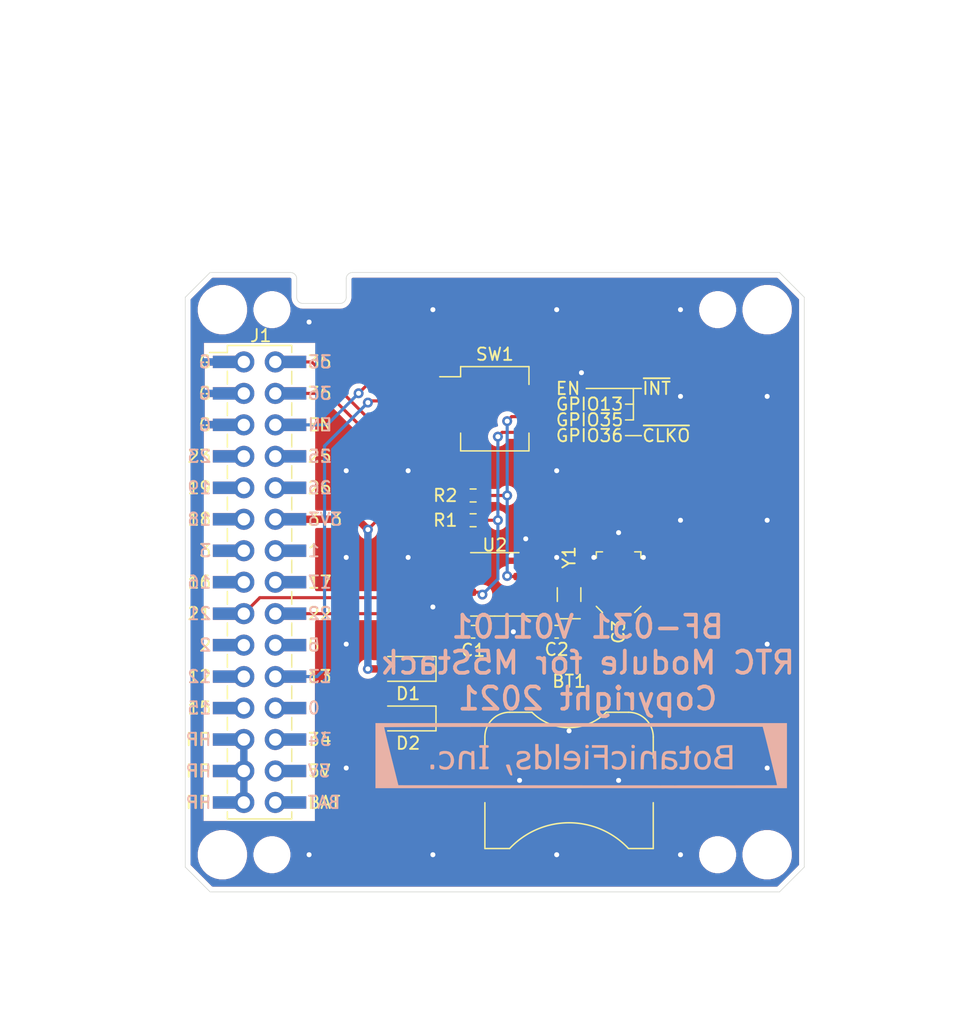
<source format=kicad_pcb>
(kicad_pcb (version 20171130) (host pcbnew "(5.1.10)-1")

  (general
    (thickness 1.6)
    (drawings 38)
    (tracks 138)
    (zones 0)
    (modules 21)
    (nets 33)
  )

  (page A4)
  (title_block
    (title BF-031)
    (date 2021-06-10)
    (rev V01L01)
    (company "Copyright 2021 BotanicFields, Inc.")
    (comment 1 "RTC M-Bus Module for M5Stack")
  )

  (layers
    (0 F.Cu signal)
    (31 B.Cu signal)
    (32 B.Adhes user)
    (33 F.Adhes user)
    (34 B.Paste user)
    (35 F.Paste user)
    (36 B.SilkS user)
    (37 F.SilkS user)
    (38 B.Mask user)
    (39 F.Mask user)
    (40 Dwgs.User user)
    (41 Cmts.User user)
    (42 Eco1.User user)
    (43 Eco2.User user)
    (44 Edge.Cuts user)
    (45 Margin user)
    (46 B.CrtYd user)
    (47 F.CrtYd user)
    (48 B.Fab user)
    (49 F.Fab user)
  )

  (setup
    (last_trace_width 0.25)
    (trace_clearance 0.2)
    (zone_clearance 0.4)
    (zone_45_only no)
    (trace_min 0.2)
    (via_size 0.8)
    (via_drill 0.4)
    (via_min_size 0.4)
    (via_min_drill 0.3)
    (uvia_size 0.3)
    (uvia_drill 0.1)
    (uvias_allowed no)
    (uvia_min_size 0.2)
    (uvia_min_drill 0.1)
    (edge_width 0.05)
    (segment_width 0.2)
    (pcb_text_width 0.3)
    (pcb_text_size 1.5 1.5)
    (mod_edge_width 0.12)
    (mod_text_size 1 1)
    (mod_text_width 0.15)
    (pad_size 1.524 1.524)
    (pad_drill 0.762)
    (pad_to_mask_clearance 0)
    (aux_axis_origin 100 100)
    (grid_origin 100 100)
    (visible_elements 7FFFFFFF)
    (pcbplotparams
      (layerselection 0x010fc_ffffffff)
      (usegerberextensions true)
      (usegerberattributes false)
      (usegerberadvancedattributes false)
      (creategerberjobfile false)
      (excludeedgelayer true)
      (linewidth 0.100000)
      (plotframeref false)
      (viasonmask false)
      (mode 1)
      (useauxorigin false)
      (hpglpennumber 1)
      (hpglpenspeed 20)
      (hpglpendiameter 15.000000)
      (psnegative false)
      (psa4output false)
      (plotreference true)
      (plotvalue false)
      (plotinvisibletext false)
      (padsonsilk false)
      (subtractmaskfromsilk false)
      (outputformat 1)
      (mirror false)
      (drillshape 0)
      (scaleselection 1)
      (outputdirectory "gerber/"))
  )

  (net 0 "")
  (net 1 +BATT)
  (net 2 VBUS)
  (net 3 +5V)
  (net 4 /GPIO34)
  (net 5 /GPIO0)
  (net 6 /GPIO15)
  (net 7 /GPIO13)
  (net 8 /GPIO12)
  (net 9 /GPIO5)
  (net 10 /GPIO2)
  (net 11 /GPIO22)
  (net 12 /GPIO21)
  (net 13 /GPIO17)
  (net 14 /GPIO16)
  (net 15 /GPIO1)
  (net 16 /GPIO3)
  (net 17 +3V3)
  (net 18 /GPIO18)
  (net 19 /GPIO26)
  (net 20 /GPIO19)
  (net 21 /GPIO25)
  (net 22 /GPIO23)
  (net 23 /EN)
  (net 24 GND)
  (net 25 /GPIO36)
  (net 26 /GPIO35)
  (net 27 "Net-(BT1-Pad1)")
  (net 28 "Net-(C1-Pad1)")
  (net 29 "Net-(C2-Pad1)")
  (net 30 /CLKO)
  (net 31 /INT)
  (net 32 "Net-(U2-Pad2)")

  (net_class Default "This is the default net class."
    (clearance 0.2)
    (trace_width 0.25)
    (via_dia 0.8)
    (via_drill 0.4)
    (uvia_dia 0.3)
    (uvia_drill 0.1)
    (add_net /CLKO)
    (add_net /EN)
    (add_net /GPIO0)
    (add_net /GPIO1)
    (add_net /GPIO12)
    (add_net /GPIO13)
    (add_net /GPIO15)
    (add_net /GPIO16)
    (add_net /GPIO17)
    (add_net /GPIO18)
    (add_net /GPIO19)
    (add_net /GPIO2)
    (add_net /GPIO21)
    (add_net /GPIO22)
    (add_net /GPIO23)
    (add_net /GPIO25)
    (add_net /GPIO26)
    (add_net /GPIO3)
    (add_net /GPIO34)
    (add_net /GPIO35)
    (add_net /GPIO36)
    (add_net /GPIO5)
    (add_net /INT)
    (add_net "Net-(BT1-Pad1)")
    (add_net "Net-(C1-Pad1)")
    (add_net "Net-(C2-Pad1)")
    (add_net "Net-(U2-Pad2)")
  )

  (net_class Power ""
    (clearance 0.2)
    (trace_width 0.6)
    (via_dia 0.8)
    (via_drill 0.4)
    (uvia_dia 0.3)
    (uvia_drill 0.1)
    (add_net +3V3)
    (add_net +5V)
    (add_net +BATT)
    (add_net GND)
    (add_net VBUS)
  )

  (net_class Power2 ""
    (clearance 0.2)
    (trace_width 1)
    (via_dia 0.8)
    (via_drill 0.4)
    (uvia_dia 0.3)
    (uvia_drill 0.1)
  )

  (module bf:BF@logo5 (layer B.Cu) (tedit 59AC0A3A) (tstamp 60C40CD4)
    (at 132 89 180)
    (fp_text reference G*** (at 0.3 4.1) (layer B.SilkS) hide
      (effects (font (size 1.524 1.524) (thickness 0.3)) (justify mirror))
    )
    (fp_text value LOGO (at 0.6 -4.1) (layer B.SilkS) hide
      (effects (font (size 1.524 1.524) (thickness 0.3)) (justify mirror))
    )
    (fp_poly (pts (xy 16.637 -2.624667) (xy -16.594666 -2.624667) (xy -16.594666 -2.390355) (xy -15.798867 -2.390355)
      (xy -15.75533 -2.392013) (xy -15.630116 -2.393581) (xy -15.426212 -2.395057) (xy -15.146609 -2.39644)
      (xy -14.794294 -2.397726) (xy -14.372256 -2.398913) (xy -13.883485 -2.399998) (xy -13.330968 -2.400981)
      (xy -12.717696 -2.401857) (xy -12.046656 -2.402625) (xy -11.320837 -2.403282) (xy -10.543229 -2.403827)
      (xy -9.716819 -2.404256) (xy -8.844598 -2.404567) (xy -7.929553 -2.404758) (xy -6.974673 -2.404826)
      (xy -5.982948 -2.40477) (xy -4.957366 -2.404586) (xy -3.900915 -2.404273) (xy -2.816585 -2.403828)
      (xy -1.707365 -2.403249) (xy -0.576243 -2.402532) (xy -0.492946 -2.402475) (xy 14.790215 -2.391834)
      (xy 15.371945 -0.065194) (xy 15.478893 0.364541) (xy 15.578766 0.769722) (xy 15.669796 1.14291)
      (xy 15.750213 1.476667) (xy 15.81825 1.763555) (xy 15.872139 1.996135) (xy 15.91011 2.166969)
      (xy 15.930397 2.268619) (xy 15.933006 2.294889) (xy 15.889626 2.297368) (xy 15.764567 2.299799)
      (xy 15.56082 2.302176) (xy 15.281372 2.304491) (xy 14.929212 2.30674) (xy 14.507329 2.308915)
      (xy 14.018713 2.311009) (xy 13.46635 2.313016) (xy 12.853232 2.31493) (xy 12.182345 2.316744)
      (xy 11.456679 2.318452) (xy 10.679222 2.320046) (xy 9.852964 2.321521) (xy 8.980893 2.322869)
      (xy 8.065998 2.324085) (xy 7.111267 2.325162) (xy 6.11969 2.326093) (xy 5.094254 2.326871)
      (xy 4.03795 2.327491) (xy 2.953765 2.327946) (xy 1.844688 2.328228) (xy 0.713708 2.328333)
      (xy -14.64407 2.328333) (xy -14.68602 2.169583) (xy -14.745182 1.942654) (xy -14.815717 1.667048)
      (xy -14.895483 1.351539) (xy -14.982341 1.004897) (xy -15.074148 0.635893) (xy -15.168765 0.253301)
      (xy -15.26405 -0.13411) (xy -15.357864 -0.517568) (xy -15.448065 -0.888301) (xy -15.532513 -1.237537)
      (xy -15.609068 -1.556505) (xy -15.675587 -1.836434) (xy -15.729932 -2.068552) (xy -15.76996 -2.244088)
      (xy -15.793532 -2.35427) (xy -15.798867 -2.390355) (xy -16.594666 -2.390355) (xy -16.594666 2.624666)
      (xy 16.637 2.624666) (xy 16.637 -2.624667)) (layer B.SilkS) (width 0.01))
    (fp_poly (pts (xy 6.054627 -0.733489) (xy 6.094457 -0.770951) (xy 6.094457 -0.772584) (xy 6.077837 -0.832323)
      (xy 6.034413 -0.949748) (xy 5.971709 -1.105147) (xy 5.928788 -1.2065) (xy 5.841806 -1.397379)
      (xy 5.773446 -1.519219) (xy 5.716325 -1.583557) (xy 5.676331 -1.601028) (xy 5.604497 -1.59022)
      (xy 5.588236 -1.558694) (xy 5.59523 -1.50026) (xy 5.61771 -1.397231) (xy 5.658425 -1.238418)
      (xy 5.720127 -1.012631) (xy 5.739851 -0.941917) (xy 5.779041 -0.813997) (xy 5.816703 -0.747866)
      (xy 5.871963 -0.723204) (xy 5.949016 -0.719667) (xy 6.054627 -0.733489)) (layer B.SilkS) (width 0.01))
    (fp_poly (pts (xy -9.548203 0.361314) (xy -9.357455 0.259614) (xy -9.21637 0.094513) (xy -9.12996 -0.128283)
      (xy -9.103059 -0.381) (xy -9.132929 -0.650826) (xy -9.220851 -0.866255) (xy -9.364295 -1.022136)
      (xy -9.440971 -1.068851) (xy -9.598075 -1.118663) (xy -9.786941 -1.138742) (xy -9.966135 -1.126821)
      (xy -10.054166 -1.102382) (xy -10.211181 -0.994352) (xy -10.336475 -0.82527) (xy -10.419814 -0.615981)
      (xy -10.440125 -0.466876) (xy -10.189641 -0.466876) (xy -10.147143 -0.660383) (xy -10.060239 -0.814692)
      (xy -10.052915 -0.822851) (xy -9.923507 -0.905973) (xy -9.760216 -0.934186) (xy -9.597221 -0.902945)
      (xy -9.564988 -0.887745) (xy -9.463694 -0.789705) (xy -9.39431 -0.636167) (xy -9.358924 -0.450873)
      (xy -9.359628 -0.257569) (xy -9.39851 -0.079998) (xy -9.477661 0.058098) (xy -9.481382 0.062132)
      (xy -9.614839 0.147881) (xy -9.778228 0.174937) (xy -9.940029 0.14285) (xy -10.051222 0.070293)
      (xy -10.141627 -0.073685) (xy -10.187784 -0.262026) (xy -10.189641 -0.466876) (xy -10.440125 -0.466876)
      (xy -10.450962 -0.387329) (xy -10.447209 -0.301982) (xy -10.389874 -0.037828) (xy -10.277061 0.167342)
      (xy -10.112876 0.309223) (xy -9.901423 0.383511) (xy -9.783603 0.393907) (xy -9.548203 0.361314)) (layer B.SilkS) (width 0.01))
    (fp_poly (pts (xy -8.561916 0.796562) (xy -8.490404 0.780232) (xy -8.453623 0.736847) (xy -8.437006 0.642462)
      (xy -8.432681 0.584129) (xy -8.419861 0.385092) (xy -8.178681 0.372462) (xy -8.040205 0.361386)
      (xy -7.965167 0.340728) (xy -7.932341 0.301499) (xy -7.923972 0.264583) (xy -7.922503 0.212042)
      (xy -7.949505 0.1835) (xy -8.023559 0.171688) (xy -8.163246 0.169334) (xy -8.167389 0.169333)
      (xy -8.424333 0.169333) (xy -8.424333 -0.314476) (xy -8.420716 -0.560552) (xy -8.405831 -0.73326)
      (xy -8.373625 -0.843741) (xy -8.318047 -0.903131) (xy -8.233044 -0.92257) (xy -8.112564 -0.913197)
      (xy -8.100024 -0.911359) (xy -7.986153 -0.897787) (xy -7.932785 -0.908854) (xy -7.917138 -0.953981)
      (xy -7.916333 -0.987302) (xy -7.946432 -1.080635) (xy -8.011583 -1.116318) (xy -8.217843 -1.139646)
      (xy -8.412441 -1.105134) (xy -8.476186 -1.077011) (xy -8.557072 -1.023727) (xy -8.613321 -0.956399)
      (xy -8.649237 -0.859736) (xy -8.669122 -0.718446) (xy -8.677278 -0.517239) (xy -8.678333 -0.358653)
      (xy -8.679355 -0.146909) (xy -8.68405 -0.004934) (xy -8.694862 0.082162) (xy -8.714235 0.129265)
      (xy -8.744615 0.151266) (xy -8.763 0.157067) (xy -8.834125 0.213697) (xy -8.847666 0.280104)
      (xy -8.825742 0.360549) (xy -8.763 0.381) (xy -8.712477 0.391992) (xy -8.687121 0.438771)
      (xy -8.678758 0.542042) (xy -8.678333 0.595478) (xy -8.675759 0.721481) (xy -8.660206 0.783111)
      (xy -8.619931 0.800653) (xy -8.561916 0.796562)) (layer B.SilkS) (width 0.01))
    (fp_poly (pts (xy -6.915746 0.374706) (xy -6.753233 0.333734) (xy -6.634962 0.254055) (xy -6.554579 0.126349)
      (xy -6.505732 -0.058707) (xy -6.482069 -0.310432) (xy -6.477 -0.57014) (xy -6.477 -1.100667)
      (xy -6.604 -1.100667) (xy -6.704223 -1.08215) (xy -6.731 -1.036306) (xy -6.74259 -1.002157)
      (xy -6.789403 -1.006902) (xy -6.889502 -1.052823) (xy -6.898647 -1.057473) (xy -7.071378 -1.118051)
      (xy -7.257304 -1.142973) (xy -7.262713 -1.143) (xy -7.399574 -1.132525) (xy -7.500354 -1.088859)
      (xy -7.603066 -0.999067) (xy -7.698833 -0.885898) (xy -7.740451 -0.778089) (xy -7.747 -0.687276)
      (xy -7.737042 -0.634273) (xy -7.475638 -0.634273) (xy -7.469245 -0.755503) (xy -7.409515 -0.853803)
      (xy -7.35415 -0.888149) (xy -7.21643 -0.923473) (xy -7.075776 -0.909418) (xy -6.910916 -0.847807)
      (xy -6.804974 -0.795486) (xy -6.751796 -0.744108) (xy -6.733199 -0.663608) (xy -6.731 -0.550301)
      (xy -6.731 -0.334463) (xy -6.995583 -0.3633) (xy -7.147609 -0.384461) (xy -7.272839 -0.410025)
      (xy -7.33328 -0.429872) (xy -7.429911 -0.516825) (xy -7.475638 -0.634273) (xy -7.737042 -0.634273)
      (xy -7.712946 -0.506025) (xy -7.60914 -0.36207) (xy -7.43311 -0.253683) (xy -7.182387 -0.179141)
      (xy -6.974416 -0.147604) (xy -6.817625 -0.12008) (xy -6.740971 -0.07689) (xy -6.740465 -0.011901)
      (xy -6.812116 0.081021) (xy -6.820303 0.089303) (xy -6.882655 0.139061) (xy -6.95818 0.162082)
      (xy -7.074277 0.163674) (xy -7.169553 0.156993) (xy -7.325569 0.140433) (xy -7.459455 0.120025)
      (xy -7.52475 0.105086) (xy -7.591552 0.09414) (xy -7.616775 0.134178) (xy -7.62 0.20214)
      (xy -7.606512 0.282733) (xy -7.557442 0.336583) (xy -7.459879 0.368529) (xy -7.300913 0.383413)
      (xy -7.128852 0.386291) (xy -6.915746 0.374706)) (layer B.SilkS) (width 0.01))
    (fp_poly (pts (xy -2.632602 0.347592) (xy -2.608244 0.340232) (xy -2.506384 0.296963) (xy -2.463512 0.239031)
      (xy -2.455333 0.149447) (xy -2.455333 0.009127) (xy -2.612451 0.08923) (xy -2.826057 0.161261)
      (xy -3.01817 0.157218) (xy -3.178737 0.084919) (xy -3.297707 -0.047819) (xy -3.365025 -0.233181)
      (xy -3.370641 -0.463348) (xy -3.366205 -0.49689) (xy -3.303238 -0.703142) (xy -3.190041 -0.843371)
      (xy -3.032986 -0.914517) (xy -2.838448 -0.91352) (xy -2.63525 -0.847807) (xy -2.455333 -0.76614)
      (xy -2.455333 -0.89323) (xy -2.470286 -0.986681) (xy -2.530634 -1.04717) (xy -2.60214 -1.08166)
      (xy -2.799707 -1.131144) (xy -3.018164 -1.135103) (xy -3.214557 -1.093404) (xy -3.2385 -1.083627)
      (xy -3.415013 -0.962362) (xy -3.543513 -0.786038) (xy -3.618922 -0.572571) (xy -3.636161 -0.339873)
      (xy -3.590153 -0.105858) (xy -3.545416 -0.000865) (xy -3.46363 0.129918) (xy -3.36988 0.239692)
      (xy -3.335505 0.26906) (xy -3.198013 0.331529) (xy -3.012643 0.367631) (xy -2.812978 0.374081)
      (xy -2.632602 0.347592)) (layer B.SilkS) (width 0.01))
    (fp_poly (pts (xy 0.982078 0.379911) (xy 1.171074 0.299452) (xy 1.250758 0.234757) (xy 1.333863 0.111794)
      (xy 1.398962 -0.054505) (xy 1.432402 -0.222917) (xy 1.431265 -0.310196) (xy 1.421696 -0.348131)
      (xy 1.39638 -0.374338) (xy 1.341316 -0.391446) (xy 1.242502 -0.402084) (xy 1.085936 -0.408882)
      (xy 0.878417 -0.414015) (xy 0.675811 -0.421018) (xy 0.507891 -0.431688) (xy 0.390528 -0.444656)
      (xy 0.339596 -0.458551) (xy 0.338667 -0.460615) (xy 0.351509 -0.521591) (xy 0.382572 -0.621293)
      (xy 0.384168 -0.62589) (xy 0.476428 -0.771602) (xy 0.624832 -0.870564) (xy 0.811966 -0.917949)
      (xy 1.020414 -0.908929) (xy 1.202578 -0.852763) (xy 1.40218 -0.76447) (xy 1.389007 -0.897311)
      (xy 1.363341 -0.995603) (xy 1.294159 -1.055593) (xy 1.227667 -1.083356) (xy 0.977729 -1.135778)
      (xy 0.717885 -1.126317) (xy 0.482185 -1.056561) (xy 0.464053 -1.04775) (xy 0.291334 -0.916859)
      (xy 0.1706 -0.736259) (xy 0.103317 -0.524182) (xy 0.090949 -0.29886) (xy 0.114708 -0.179917)
      (xy 0.338825 -0.179917) (xy 0.378096 -0.193244) (xy 0.484113 -0.203817) (xy 0.638964 -0.210291)
      (xy 0.762 -0.211667) (xy 0.955215 -0.210319) (xy 1.078969 -0.204388) (xy 1.148447 -0.191041)
      (xy 1.178837 -0.167446) (xy 1.185334 -0.132709) (xy 1.149921 -0.019181) (xy 1.062087 0.091052)
      (xy 0.949437 0.16705) (xy 0.905859 0.180518) (xy 0.720468 0.179951) (xy 0.551853 0.115007)
      (xy 0.427545 -0.00331) (xy 0.42129 -0.013181) (xy 0.367375 -0.109336) (xy 0.339764 -0.17369)
      (xy 0.338825 -0.179917) (xy 0.114708 -0.179917) (xy 0.134962 -0.078526) (xy 0.236821 0.118588)
      (xy 0.360042 0.2466) (xy 0.554174 0.353782) (xy 0.768982 0.39812) (xy 0.982078 0.379911)) (layer B.SilkS) (width 0.01))
    (fp_poly (pts (xy 3.725334 -1.100667) (xy 3.598334 -1.100667) (xy 3.500269 -1.082966) (xy 3.471334 -1.04173)
      (xy 3.455726 -1.011625) (xy 3.397993 -1.023539) (xy 3.314216 -1.062897) (xy 3.165646 -1.115357)
      (xy 3.000525 -1.14212) (xy 2.971316 -1.143) (xy 2.835933 -1.130494) (xy 2.732481 -1.08043)
      (xy 2.645964 -1.00343) (xy 2.513967 -0.820565) (xy 2.439728 -0.606883) (xy 2.426982 -0.459321)
      (xy 2.685985 -0.459321) (xy 2.718687 -0.650593) (xy 2.782661 -0.805046) (xy 2.802591 -0.833542)
      (xy 2.899757 -0.892942) (xy 3.045739 -0.90601) (xy 3.21888 -0.873336) (xy 3.354917 -0.818472)
      (xy 3.40778 -0.788856) (xy 3.441587 -0.752546) (xy 3.460597 -0.691907) (xy 3.469068 -0.589308)
      (xy 3.47126 -0.427115) (xy 3.471334 -0.336532) (xy 3.470461 -0.143913) (xy 3.465194 -0.018956)
      (xy 3.451557 0.055346) (xy 3.425577 0.095996) (xy 3.383278 0.119999) (xy 3.362744 0.128048)
      (xy 3.151788 0.171828) (xy 2.968444 0.138628) (xy 2.822568 0.034251) (xy 2.72402 -0.135498)
      (xy 2.691587 -0.267117) (xy 2.685985 -0.459321) (xy 2.426982 -0.459321) (xy 2.420037 -0.378919)
      (xy 2.451685 -0.153206) (xy 2.531462 0.053721) (xy 2.656158 0.22533) (xy 2.822565 0.345087)
      (xy 2.914284 0.37876) (xy 3.072653 0.396245) (xy 3.248221 0.380059) (xy 3.396915 0.335232)
      (xy 3.424007 0.320586) (xy 3.450093 0.334405) (xy 3.465504 0.41923) (xy 3.471244 0.581232)
      (xy 3.471334 0.611335) (xy 3.471334 0.931333) (xy 3.725334 0.931333) (xy 3.725334 -1.100667)) (layer B.SilkS) (width 0.01))
    (fp_poly (pts (xy 4.903211 0.376155) (xy 5.058834 0.347622) (xy 5.15341 0.302897) (xy 5.193158 0.220222)
      (xy 5.199099 0.177126) (xy 5.200212 0.080526) (xy 5.168047 0.04964) (xy 5.088198 0.078105)
      (xy 5.037667 0.105833) (xy 4.932943 0.141739) (xy 4.787245 0.164216) (xy 4.711984 0.167833)
      (xy 4.570806 0.161622) (xy 4.485441 0.13454) (xy 4.427867 0.07757) (xy 4.426794 0.076047)
      (xy 4.384824 -0.005254) (xy 4.401487 -0.075632) (xy 4.418889 -0.103742) (xy 4.502034 -0.178333)
      (xy 4.598245 -0.221409) (xy 4.721879 -0.252651) (xy 4.867918 -0.289097) (xy 4.891319 -0.294892)
      (xy 5.079829 -0.366852) (xy 5.195739 -0.475554) (xy 5.24598 -0.628701) (xy 5.249334 -0.69277)
      (xy 5.222542 -0.855114) (xy 5.134505 -0.982591) (xy 4.973728 -1.091556) (xy 4.966367 -1.095377)
      (xy 4.848944 -1.12726) (xy 4.681855 -1.138924) (xy 4.497558 -1.130729) (xy 4.328515 -1.103037)
      (xy 4.275667 -1.087694) (xy 4.172088 -1.038995) (xy 4.125868 -0.968377) (xy 4.114235 -0.899584)
      (xy 4.110371 -0.80615) (xy 4.118697 -0.762441) (xy 4.120195 -0.762) (xy 4.166719 -0.777998)
      (xy 4.263217 -0.818645) (xy 4.323961 -0.845737) (xy 4.504985 -0.90528) (xy 4.688002 -0.928033)
      (xy 4.845084 -0.912581) (xy 4.927374 -0.876329) (xy 4.985839 -0.783109) (xy 4.988382 -0.696413)
      (xy 4.974851 -0.629946) (xy 4.940305 -0.584959) (xy 4.866099 -0.549517) (xy 4.733584 -0.511684)
      (xy 4.677834 -0.497624) (xy 4.513507 -0.449548) (xy 4.369362 -0.394991) (xy 4.277946 -0.346591)
      (xy 4.174067 -0.222737) (xy 4.135504 -0.070925) (xy 4.159473 0.0865) (xy 4.243188 0.227191)
      (xy 4.360744 0.317712) (xy 4.507259 0.363245) (xy 4.6998 0.383228) (xy 4.903211 0.376155)) (layer B.SilkS) (width 0.01))
    (fp_poly (pts (xy 11.295065 0.347592) (xy 11.319423 0.340232) (xy 11.421283 0.296963) (xy 11.464154 0.239031)
      (xy 11.472334 0.149447) (xy 11.472334 0.009127) (xy 11.315216 0.08923) (xy 11.10161 0.161261)
      (xy 10.909497 0.157218) (xy 10.74893 0.084919) (xy 10.62996 -0.047819) (xy 10.562641 -0.233181)
      (xy 10.557026 -0.463348) (xy 10.561462 -0.49689) (xy 10.624429 -0.703142) (xy 10.737626 -0.843371)
      (xy 10.894681 -0.914517) (xy 11.089219 -0.91352) (xy 11.292417 -0.847807) (xy 11.472334 -0.76614)
      (xy 11.472334 -0.89323) (xy 11.457381 -0.986681) (xy 11.397033 -1.04717) (xy 11.325527 -1.08166)
      (xy 11.12796 -1.131144) (xy 10.909503 -1.135103) (xy 10.713109 -1.093404) (xy 10.689167 -1.083627)
      (xy 10.512653 -0.962362) (xy 10.384153 -0.786038) (xy 10.308745 -0.572571) (xy 10.291506 -0.339873)
      (xy 10.337514 -0.105858) (xy 10.38225 -0.000865) (xy 10.464037 0.129918) (xy 10.557787 0.239692)
      (xy 10.592161 0.26906) (xy 10.729654 0.331529) (xy 10.915024 0.367631) (xy 11.114688 0.374081)
      (xy 11.295065 0.347592)) (layer B.SilkS) (width 0.01))
    (fp_poly (pts (xy -11.441387 0.838975) (xy -11.232555 0.813608) (xy -11.084122 0.767126) (xy -10.984555 0.69609)
      (xy -10.927865 0.609801) (xy -10.87984 0.421148) (xy -10.912905 0.249945) (xy -10.999153 0.128001)
      (xy -11.118639 0.008515) (xy -10.979899 -0.057645) (xy -10.839706 -0.167423) (xy -10.750287 -0.324845)
      (xy -10.715458 -0.507104) (xy -10.739034 -0.691395) (xy -10.824829 -0.85491) (xy -10.843013 -0.875925)
      (xy -10.943444 -0.967388) (xy -11.059105 -1.03123) (xy -11.206677 -1.071807) (xy -11.402842 -1.093473)
      (xy -11.66428 -1.100584) (xy -11.703807 -1.100667) (xy -12.192 -1.100667) (xy -12.192 -0.169334)
      (xy -11.938 -0.169334) (xy -11.938 -0.889) (xy -11.640307 -0.889) (xy -11.463603 -0.880005)
      (xy -11.29987 -0.856502) (xy -11.195538 -0.827548) (xy -11.057335 -0.730622) (xy -10.989208 -0.588556)
      (xy -10.992214 -0.421512) (xy -11.039565 -0.310245) (xy -11.136159 -0.234039) (xy -11.291915 -0.18876)
      (xy -11.51675 -0.170273) (xy -11.597231 -0.169334) (xy -11.938 -0.169334) (xy -12.192 -0.169334)
      (xy -12.192 0.084666) (xy -11.938 0.084666) (xy -11.628591 0.084666) (xy -11.441259 0.09284)
      (xy -11.302893 0.115431) (xy -11.243635 0.139908) (xy -11.19042 0.221726) (xy -11.164681 0.344763)
      (xy -11.169728 0.469845) (xy -11.208385 0.557318) (xy -11.271732 0.582769) (xy -11.395698 0.606225)
      (xy -11.556268 0.623441) (xy -11.597777 0.626183) (xy -11.938 0.645878) (xy -11.938 0.084666)
      (xy -12.192 0.084666) (xy -12.192 0.846666) (xy -11.722148 0.846667) (xy -11.441387 0.838975)) (layer B.SilkS) (width 0.01))
    (fp_poly (pts (xy -5.059553 0.352732) (xy -4.968646 0.288889) (xy -4.896453 0.196274) (xy -4.844743 0.075978)
      (xy -4.810745 -0.085747) (xy -4.79169 -0.302652) (xy -4.784808 -0.588483) (xy -4.784676 -0.624417)
      (xy -4.783666 -1.100667) (xy -5.030938 -1.100667) (xy -5.044886 -0.554641) (xy -5.052465 -0.322277)
      (xy -5.062861 -0.158877) (xy -5.078413 -0.048742) (xy -5.101459 0.023827) (xy -5.134339 0.074532)
      (xy -5.139478 0.080359) (xy -5.249394 0.153207) (xy -5.392563 0.15948) (xy -5.577725 0.099188)
      (xy -5.616968 0.08089) (xy -5.799666 -0.007553) (xy -5.799666 -1.100667) (xy -6.055666 -1.100667)
      (xy -6.0325 0.359833) (xy -5.916083 0.373228) (xy -5.830412 0.370589) (xy -5.801025 0.324698)
      (xy -5.799666 0.299145) (xy -5.79616 0.237741) (xy -5.7735 0.21858) (xy -5.713481 0.242065)
      (xy -5.606715 0.303389) (xy -5.417991 0.379591) (xy -5.227836 0.395862) (xy -5.059553 0.352732)) (layer B.SilkS) (width 0.01))
    (fp_poly (pts (xy -4.15925 0.373228) (xy -4.042833 0.359833) (xy -4.019667 -1.100667) (xy -4.275666 -1.100667)
      (xy -4.275666 0.386624) (xy -4.15925 0.373228)) (layer B.SilkS) (width 0.01))
    (fp_poly (pts (xy -0.846666 0.635) (xy -1.862666 0.635) (xy -1.862666 0.084666) (xy -1.016 0.084666)
      (xy -1.016 -0.169334) (xy -1.862666 -0.169334) (xy -1.862666 -1.100667) (xy -2.116666 -1.100667)
      (xy -2.116666 0.846666) (xy -0.846666 0.846666) (xy -0.846666 0.635)) (layer B.SilkS) (width 0.01))
    (fp_poly (pts (xy -0.433916 0.373228) (xy -0.3175 0.359833) (xy -0.294334 -1.100667) (xy -0.550333 -1.100667)
      (xy -0.550333 0.386624) (xy -0.433916 0.373228)) (layer B.SilkS) (width 0.01))
    (fp_poly (pts (xy 2.074334 -1.100667) (xy 1.820334 -1.100667) (xy 1.820334 0.931333) (xy 2.074334 0.931333)
      (xy 2.074334 -1.100667)) (layer B.SilkS) (width 0.01))
    (fp_poly (pts (xy 8.054359 0.845824) (xy 8.166343 0.840279) (xy 8.226247 0.825505) (xy 8.250362 0.796977)
      (xy 8.254982 0.75017) (xy 8.255 0.740833) (xy 8.241331 0.665197) (xy 8.183227 0.637527)
      (xy 8.128 0.635) (xy 8.001 0.635) (xy 8.001 -0.889) (xy 8.128 -0.889)
      (xy 8.218764 -0.900391) (xy 8.251967 -0.948811) (xy 8.255 -0.994834) (xy 8.251966 -1.044933)
      (xy 8.232003 -1.07604) (xy 8.178818 -1.09268) (xy 8.076119 -1.099379) (xy 7.907612 -1.100662)
      (xy 7.874 -1.100667) (xy 7.693642 -1.099824) (xy 7.581657 -1.094279) (xy 7.521753 -1.079505)
      (xy 7.497638 -1.050978) (xy 7.493019 -1.00417) (xy 7.493 -0.994834) (xy 7.506669 -0.919197)
      (xy 7.564773 -0.891528) (xy 7.62 -0.889) (xy 7.747 -0.889) (xy 7.747 0.635)
      (xy 7.62 0.635) (xy 7.529237 0.64639) (xy 7.496033 0.69481) (xy 7.493 0.740833)
      (xy 7.496034 0.790933) (xy 7.515997 0.82204) (xy 7.569182 0.83868) (xy 7.671881 0.845378)
      (xy 7.840388 0.846661) (xy 7.874 0.846666) (xy 8.054359 0.845824)) (layer B.SilkS) (width 0.01))
    (fp_poly (pts (xy 9.630113 0.352732) (xy 9.72102 0.288889) (xy 9.793213 0.196274) (xy 9.844924 0.075978)
      (xy 9.878922 -0.085747) (xy 9.897977 -0.302652) (xy 9.904858 -0.588483) (xy 9.90499 -0.624417)
      (xy 9.906 -1.100667) (xy 9.658729 -1.100667) (xy 9.644781 -0.554641) (xy 9.637202 -0.322277)
      (xy 9.626806 -0.158877) (xy 9.611254 -0.048742) (xy 9.588207 0.023827) (xy 9.555328 0.074532)
      (xy 9.550189 0.080359) (xy 9.440273 0.153207) (xy 9.297104 0.15948) (xy 9.111942 0.099188)
      (xy 9.072699 0.08089) (xy 8.89 -0.007553) (xy 8.89 -1.100667) (xy 8.634001 -1.100667)
      (xy 8.657167 0.359833) (xy 8.773584 0.373228) (xy 8.859255 0.370589) (xy 8.888642 0.324698)
      (xy 8.89 0.299145) (xy 8.893507 0.237741) (xy 8.916166 0.21858) (xy 8.976186 0.242065)
      (xy 9.082952 0.303389) (xy 9.271675 0.379591) (xy 9.46183 0.395862) (xy 9.630113 0.352732)) (layer B.SilkS) (width 0.01))
    (fp_poly (pts (xy 12.134874 -0.723734) (xy 12.177984 -0.751295) (xy 12.191086 -0.825394) (xy 12.192 -0.910167)
      (xy 12.188837 -1.027218) (xy 12.1674 -1.082646) (xy 12.109768 -1.099492) (xy 12.043834 -1.100667)
      (xy 11.952793 -1.0966) (xy 11.909683 -1.069039) (xy 11.896581 -0.99494) (xy 11.895667 -0.910167)
      (xy 11.89883 -0.793115) (xy 11.920267 -0.737688) (xy 11.977899 -0.720842) (xy 12.043834 -0.719667)
      (xy 12.134874 -0.723734)) (layer B.SilkS) (width 0.01))
    (fp_poly (pts (xy -4.079696 0.857278) (xy -4.04669 0.807615) (xy -4.042833 0.740833) (xy -4.055736 0.648005)
      (xy -4.110593 0.608806) (xy -4.159491 0.600415) (xy -4.26306 0.611721) (xy -4.300654 0.650859)
      (xy -4.317464 0.770216) (xy -4.265638 0.845524) (xy -4.169253 0.867833) (xy -4.079696 0.857278)) (layer B.SilkS) (width 0.01))
    (fp_poly (pts (xy -0.354363 0.857278) (xy -0.321357 0.807615) (xy -0.3175 0.740833) (xy -0.330402 0.648005)
      (xy -0.385259 0.608806) (xy -0.434157 0.600415) (xy -0.537727 0.611721) (xy -0.575321 0.650859)
      (xy -0.592131 0.770216) (xy -0.540305 0.845524) (xy -0.44392 0.867833) (xy -0.354363 0.857278)) (layer B.SilkS) (width 0.01))
  )

  (module bf:BF@MountingHole_3.2mm_M3 (layer F.Cu) (tedit 5F531B03) (tstamp 60C40776)
    (at 147 97)
    (descr "Mounting Hole 3.2mm, no annular, M3")
    (tags "mounting hole 3.2mm no annular m3")
    (path /5F54FB16)
    (attr virtual)
    (fp_text reference H3 (at 0 -4.2) (layer F.SilkS) hide
      (effects (font (size 1 1) (thickness 0.15)))
    )
    (fp_text value MountingHole (at 0 4.2) (layer F.Fab) hide
      (effects (font (size 1 1) (thickness 0.15)))
    )
    (fp_circle (center 0 0) (end 2 0) (layer F.CrtYd) (width 0.05))
    (fp_text user %R (at 0.3 0) (layer F.Fab)
      (effects (font (size 1 1) (thickness 0.15)))
    )
    (pad "" np_thru_hole circle (at 0 0) (size 3.2 3.2) (drill 3.2) (layers *.Cu *.Mask))
  )

  (module bf:BF@M5Stack_MBUS (layer F.Cu) (tedit 60C3DA30) (tstamp 60C405ED)
    (at 106 75)
    (descr "surface-mounted straight pin header, 2x15, 2.54mm pitch, double rows")
    (tags "Surface mounted pin header SMD 2x15 2.54mm double row")
    (path /5CD75190)
    (attr smd)
    (fp_text reference J1 (at 0.1 -19.9) (layer F.SilkS)
      (effects (font (size 1 1) (thickness 0.15)))
    )
    (fp_text value M-BUS (at 0 20.11) (layer F.Fab)
      (effects (font (size 0.8 0.8) (thickness 0.2)))
    )
    (fp_line (start -3.6 -18.1) (end -3.6 -17.46) (layer F.Fab) (width 0.1))
    (fp_line (start -3.6 -17.46) (end -2.54 -17.46) (layer F.Fab) (width 0.1))
    (fp_line (start 2.54 19.05) (end -2.54 19.05) (layer F.Fab) (width 0.1))
    (fp_line (start -2.54 -19.05) (end 1.524 -19.05) (layer F.Fab) (width 0.1))
    (fp_line (start -2.54 19.05) (end -2.54 -19.05) (layer F.Fab) (width 0.1))
    (fp_line (start 2.54 -18.1) (end 1.524 -19.05) (layer F.Fab) (width 0.1))
    (fp_line (start 2.54 -18.1) (end 2.54 19.05) (layer F.Fab) (width 0.1))
    (fp_line (start -2.54 -18.1) (end -3.6 -18.1) (layer F.Fab) (width 0.1))
    (fp_line (start 2.54 -18.1) (end 3.6 -18.1) (layer F.Fab) (width 0.1))
    (fp_line (start 3.6 -18.1) (end 3.6 -17.46) (layer F.Fab) (width 0.1))
    (fp_line (start 3.6 -17.46) (end 2.54 -17.46) (layer F.Fab) (width 0.1))
    (fp_line (start -2.54 -15.56) (end -3.6 -15.56) (layer F.Fab) (width 0.1))
    (fp_line (start -3.6 -15.56) (end -3.6 -14.92) (layer F.Fab) (width 0.1))
    (fp_line (start -3.6 -14.92) (end -2.54 -14.92) (layer F.Fab) (width 0.1))
    (fp_line (start 2.54 -15.56) (end 3.6 -15.56) (layer F.Fab) (width 0.1))
    (fp_line (start 3.6 -15.56) (end 3.6 -14.92) (layer F.Fab) (width 0.1))
    (fp_line (start 3.6 -14.92) (end 2.54 -14.92) (layer F.Fab) (width 0.1))
    (fp_line (start -2.54 -13.02) (end -3.6 -13.02) (layer F.Fab) (width 0.1))
    (fp_line (start -3.6 -13.02) (end -3.6 -12.38) (layer F.Fab) (width 0.1))
    (fp_line (start -3.6 -12.38) (end -2.54 -12.38) (layer F.Fab) (width 0.1))
    (fp_line (start 2.54 -13.02) (end 3.6 -13.02) (layer F.Fab) (width 0.1))
    (fp_line (start 3.6 -13.02) (end 3.6 -12.38) (layer F.Fab) (width 0.1))
    (fp_line (start 3.6 -12.38) (end 2.54 -12.38) (layer F.Fab) (width 0.1))
    (fp_line (start -2.54 -10.48) (end -3.6 -10.48) (layer F.Fab) (width 0.1))
    (fp_line (start -3.6 -10.48) (end -3.6 -9.84) (layer F.Fab) (width 0.1))
    (fp_line (start -3.6 -9.84) (end -2.54 -9.84) (layer F.Fab) (width 0.1))
    (fp_line (start 2.54 -10.48) (end 3.6 -10.48) (layer F.Fab) (width 0.1))
    (fp_line (start 3.6 -10.48) (end 3.6 -9.84) (layer F.Fab) (width 0.1))
    (fp_line (start 3.6 -9.84) (end 2.54 -9.84) (layer F.Fab) (width 0.1))
    (fp_line (start -2.54 -7.94) (end -3.6 -7.94) (layer F.Fab) (width 0.1))
    (fp_line (start -3.6 -7.94) (end -3.6 -7.3) (layer F.Fab) (width 0.1))
    (fp_line (start -3.6 -7.3) (end -2.54 -7.3) (layer F.Fab) (width 0.1))
    (fp_line (start 2.54 -7.94) (end 3.6 -7.94) (layer F.Fab) (width 0.1))
    (fp_line (start 3.6 -7.94) (end 3.6 -7.3) (layer F.Fab) (width 0.1))
    (fp_line (start 3.6 -7.3) (end 2.54 -7.3) (layer F.Fab) (width 0.1))
    (fp_line (start -2.54 -5.4) (end -3.6 -5.4) (layer F.Fab) (width 0.1))
    (fp_line (start -3.6 -5.4) (end -3.6 -4.76) (layer F.Fab) (width 0.1))
    (fp_line (start -3.6 -4.76) (end -2.54 -4.76) (layer F.Fab) (width 0.1))
    (fp_line (start 2.54 -5.4) (end 3.6 -5.4) (layer F.Fab) (width 0.1))
    (fp_line (start 3.6 -5.4) (end 3.6 -4.76) (layer F.Fab) (width 0.1))
    (fp_line (start 3.6 -4.76) (end 2.54 -4.76) (layer F.Fab) (width 0.1))
    (fp_line (start -2.54 -2.86) (end -3.6 -2.86) (layer F.Fab) (width 0.1))
    (fp_line (start -3.6 -2.86) (end -3.6 -2.22) (layer F.Fab) (width 0.1))
    (fp_line (start -3.6 -2.22) (end -2.54 -2.22) (layer F.Fab) (width 0.1))
    (fp_line (start 2.54 -2.86) (end 3.6 -2.86) (layer F.Fab) (width 0.1))
    (fp_line (start 3.6 -2.86) (end 3.6 -2.22) (layer F.Fab) (width 0.1))
    (fp_line (start 3.6 -2.22) (end 2.54 -2.22) (layer F.Fab) (width 0.1))
    (fp_line (start -2.54 -0.32) (end -3.6 -0.32) (layer F.Fab) (width 0.1))
    (fp_line (start -3.6 -0.32) (end -3.6 0.32) (layer F.Fab) (width 0.1))
    (fp_line (start -3.6 0.32) (end -2.54 0.32) (layer F.Fab) (width 0.1))
    (fp_line (start 2.54 -0.32) (end 3.6 -0.32) (layer F.Fab) (width 0.1))
    (fp_line (start 3.6 -0.32) (end 3.6 0.32) (layer F.Fab) (width 0.1))
    (fp_line (start 3.6 0.32) (end 2.54 0.32) (layer F.Fab) (width 0.1))
    (fp_line (start -2.54 2.22) (end -3.6 2.22) (layer F.Fab) (width 0.1))
    (fp_line (start -3.6 2.22) (end -3.6 2.86) (layer F.Fab) (width 0.1))
    (fp_line (start -3.6 2.86) (end -2.54 2.86) (layer F.Fab) (width 0.1))
    (fp_line (start 2.54 2.22) (end 3.6 2.22) (layer F.Fab) (width 0.1))
    (fp_line (start 3.6 2.22) (end 3.6 2.86) (layer F.Fab) (width 0.1))
    (fp_line (start 3.6 2.86) (end 2.54 2.86) (layer F.Fab) (width 0.1))
    (fp_line (start -2.54 4.76) (end -3.6 4.76) (layer F.Fab) (width 0.1))
    (fp_line (start -3.6 4.76) (end -3.6 5.4) (layer F.Fab) (width 0.1))
    (fp_line (start -3.6 5.4) (end -2.54 5.4) (layer F.Fab) (width 0.1))
    (fp_line (start 2.54 4.76) (end 3.6 4.76) (layer F.Fab) (width 0.1))
    (fp_line (start 3.6 4.76) (end 3.6 5.4) (layer F.Fab) (width 0.1))
    (fp_line (start 3.6 5.4) (end 2.54 5.4) (layer F.Fab) (width 0.1))
    (fp_line (start -2.54 7.3) (end -3.6 7.3) (layer F.Fab) (width 0.1))
    (fp_line (start -3.6 7.3) (end -3.6 7.94) (layer F.Fab) (width 0.1))
    (fp_line (start -3.6 7.94) (end -2.54 7.94) (layer F.Fab) (width 0.1))
    (fp_line (start 2.54 7.3) (end 3.6 7.3) (layer F.Fab) (width 0.1))
    (fp_line (start 3.6 7.3) (end 3.6 7.94) (layer F.Fab) (width 0.1))
    (fp_line (start 3.6 7.94) (end 2.54 7.94) (layer F.Fab) (width 0.1))
    (fp_line (start -2.54 9.84) (end -3.6 9.84) (layer F.Fab) (width 0.1))
    (fp_line (start -3.6 9.84) (end -3.6 10.48) (layer F.Fab) (width 0.1))
    (fp_line (start -3.6 10.48) (end -2.54 10.48) (layer F.Fab) (width 0.1))
    (fp_line (start 2.54 9.84) (end 3.6 9.84) (layer F.Fab) (width 0.1))
    (fp_line (start 3.6 9.84) (end 3.6 10.48) (layer F.Fab) (width 0.1))
    (fp_line (start 3.6 10.48) (end 2.54 10.48) (layer F.Fab) (width 0.1))
    (fp_line (start -2.54 12.38) (end -3.6 12.38) (layer F.Fab) (width 0.1))
    (fp_line (start -3.6 12.38) (end -3.6 13.02) (layer F.Fab) (width 0.1))
    (fp_line (start -3.6 13.02) (end -2.54 13.02) (layer F.Fab) (width 0.1))
    (fp_line (start 2.54 12.38) (end 3.6 12.38) (layer F.Fab) (width 0.1))
    (fp_line (start 3.6 12.38) (end 3.6 13.02) (layer F.Fab) (width 0.1))
    (fp_line (start 3.6 13.02) (end 2.54 13.02) (layer F.Fab) (width 0.1))
    (fp_line (start -2.54 14.92) (end -3.6 14.92) (layer F.Fab) (width 0.1))
    (fp_line (start -3.6 14.92) (end -3.6 15.56) (layer F.Fab) (width 0.1))
    (fp_line (start -3.6 15.56) (end -2.54 15.56) (layer F.Fab) (width 0.1))
    (fp_line (start 2.54 14.92) (end 3.6 14.92) (layer F.Fab) (width 0.1))
    (fp_line (start 3.6 14.92) (end 3.6 15.56) (layer F.Fab) (width 0.1))
    (fp_line (start 3.6 15.56) (end 2.54 15.56) (layer F.Fab) (width 0.1))
    (fp_line (start -2.54 17.46) (end -3.6 17.46) (layer F.Fab) (width 0.1))
    (fp_line (start -3.6 17.46) (end -3.6 18.1) (layer F.Fab) (width 0.1))
    (fp_line (start -3.6 18.1) (end -2.54 18.1) (layer F.Fab) (width 0.1))
    (fp_line (start 2.54 17.46) (end 3.6 17.46) (layer F.Fab) (width 0.1))
    (fp_line (start 3.6 17.46) (end 3.6 18.1) (layer F.Fab) (width 0.1))
    (fp_line (start 3.6 18.1) (end 2.54 18.1) (layer F.Fab) (width 0.1))
    (fp_line (start -2.6 -19.11) (end 2.6 -19.11) (layer F.SilkS) (width 0.12))
    (fp_line (start -2.6 19.11) (end 2.6 19.11) (layer F.SilkS) (width 0.12))
    (fp_line (start -4.04 -18.54) (end -2.6 -18.54) (layer F.SilkS) (width 0.12))
    (fp_line (start -2.6 -19.11) (end -2.6 -18.54) (layer F.SilkS) (width 0.12))
    (fp_line (start 2.6 -19.11) (end 2.6 -18.54) (layer F.SilkS) (width 0.12))
    (fp_line (start -2.6 18.54) (end -2.6 19.11) (layer F.SilkS) (width 0.12))
    (fp_line (start 2.6 18.54) (end 2.6 19.11) (layer F.SilkS) (width 0.12))
    (fp_line (start -2.6 -17.02) (end -2.6 -16) (layer F.SilkS) (width 0.12))
    (fp_line (start 2.6 -17.02) (end 2.6 -16) (layer F.SilkS) (width 0.12))
    (fp_line (start -2.6 -14.48) (end -2.6 -13.46) (layer F.SilkS) (width 0.12))
    (fp_line (start 2.6 -14.48) (end 2.6 -13.46) (layer F.SilkS) (width 0.12))
    (fp_line (start -2.6 -11.94) (end -2.6 -10.92) (layer F.SilkS) (width 0.12))
    (fp_line (start 2.6 -11.94) (end 2.6 -10.92) (layer F.SilkS) (width 0.12))
    (fp_line (start -2.6 -9.4) (end -2.6 -8.38) (layer F.SilkS) (width 0.12))
    (fp_line (start 2.6 -9.4) (end 2.6 -8.38) (layer F.SilkS) (width 0.12))
    (fp_line (start -2.6 -6.86) (end -2.6 -5.84) (layer F.SilkS) (width 0.12))
    (fp_line (start 2.6 -6.86) (end 2.6 -5.84) (layer F.SilkS) (width 0.12))
    (fp_line (start -2.6 -4.32) (end -2.6 -3.3) (layer F.SilkS) (width 0.12))
    (fp_line (start 2.6 -4.32) (end 2.6 -3.3) (layer F.SilkS) (width 0.12))
    (fp_line (start -2.6 -1.78) (end -2.6 -0.76) (layer F.SilkS) (width 0.12))
    (fp_line (start 2.6 -1.78) (end 2.6 -0.76) (layer F.SilkS) (width 0.12))
    (fp_line (start -2.6 0.76) (end -2.6 1.78) (layer F.SilkS) (width 0.12))
    (fp_line (start 2.6 0.76) (end 2.6 1.78) (layer F.SilkS) (width 0.12))
    (fp_line (start -2.6 3.3) (end -2.6 4.32) (layer F.SilkS) (width 0.12))
    (fp_line (start 2.6 3.3) (end 2.6 4.32) (layer F.SilkS) (width 0.12))
    (fp_line (start -2.6 5.84) (end -2.6 6.86) (layer F.SilkS) (width 0.12))
    (fp_line (start 2.6 5.84) (end 2.6 6.86) (layer F.SilkS) (width 0.12))
    (fp_line (start -2.6 8.38) (end -2.6 9.4) (layer F.SilkS) (width 0.12))
    (fp_line (start 2.6 8.38) (end 2.6 9.4) (layer F.SilkS) (width 0.12))
    (fp_line (start -2.6 10.92) (end -2.6 11.94) (layer F.SilkS) (width 0.12))
    (fp_line (start 2.6 10.92) (end 2.6 11.94) (layer F.SilkS) (width 0.12))
    (fp_line (start -2.6 13.46) (end -2.6 14.48) (layer F.SilkS) (width 0.12))
    (fp_line (start 2.6 13.46) (end 2.6 14.48) (layer F.SilkS) (width 0.12))
    (fp_line (start -2.6 16) (end -2.6 17.02) (layer F.SilkS) (width 0.12))
    (fp_line (start 2.6 16) (end 2.6 17.02) (layer F.SilkS) (width 0.12))
    (fp_line (start -4.5 -19.6) (end -4.5 19.6) (layer F.CrtYd) (width 0.05))
    (fp_line (start -4.5 19.6) (end 4.5 19.6) (layer F.CrtYd) (width 0.05))
    (fp_line (start 4.5 19.6) (end 4.5 -19.6) (layer F.CrtYd) (width 0.05))
    (fp_line (start 4.5 -19.6) (end -4.5 -19.6) (layer F.CrtYd) (width 0.05))
    (fp_line (start 4.5 -19.6) (end 4.5 19.6) (layer B.CrtYd) (width 0.05))
    (fp_line (start -4.5 19.6) (end -4.5 -19.6) (layer B.CrtYd) (width 0.05))
    (fp_line (start 4.5 19.6) (end -4.5 19.6) (layer B.CrtYd) (width 0.05))
    (fp_line (start -4.5 -19.6) (end 4.5 -19.6) (layer B.CrtYd) (width 0.05))
    (fp_line (start -3.6 -7.94) (end -3.6 -7.3) (layer B.Fab) (width 0.1))
    (fp_line (start 3.6 -14.92) (end 2.54 -14.92) (layer B.Fab) (width 0.1))
    (fp_line (start 2.54 -7.94) (end 3.6 -7.94) (layer B.Fab) (width 0.1))
    (fp_line (start 3.6 -18.1) (end 3.6 -17.46) (layer B.Fab) (width 0.1))
    (fp_line (start -3.6 -15.56) (end -3.6 -14.92) (layer B.Fab) (width 0.1))
    (fp_line (start -3.6 -10.48) (end -3.6 -9.84) (layer B.Fab) (width 0.1))
    (fp_line (start 3.6 -17.46) (end 2.54 -17.46) (layer B.Fab) (width 0.1))
    (fp_line (start -2.54 -13.02) (end -3.6 -13.02) (layer B.Fab) (width 0.1))
    (fp_line (start -2.54 -10.48) (end -3.6 -10.48) (layer B.Fab) (width 0.1))
    (fp_line (start 2.54 -18.1) (end 3.6 -18.1) (layer B.Fab) (width 0.1))
    (fp_line (start -3.6 -13.02) (end -3.6 -12.38) (layer B.Fab) (width 0.1))
    (fp_line (start 2.54 -13.02) (end 3.6 -13.02) (layer B.Fab) (width 0.1))
    (fp_line (start 2.54 -18.1) (end 1.524 -19.05) (layer B.Fab) (width 0.1))
    (fp_line (start -3.6 -18.1) (end -3.6 -17.46) (layer B.Fab) (width 0.1))
    (fp_line (start -2.54 19.05) (end -2.54 -19.05) (layer B.Fab) (width 0.1))
    (fp_line (start 3.6 -9.84) (end 2.54 -9.84) (layer B.Fab) (width 0.1))
    (fp_line (start -3.6 -14.92) (end -2.54 -14.92) (layer B.Fab) (width 0.1))
    (fp_line (start 3.6 -10.48) (end 3.6 -9.84) (layer B.Fab) (width 0.1))
    (fp_line (start 2.54 19.05) (end -2.54 19.05) (layer B.Fab) (width 0.1))
    (fp_line (start -3.6 -12.38) (end -2.54 -12.38) (layer B.Fab) (width 0.1))
    (fp_line (start 3.6 -7.94) (end 3.6 -7.3) (layer B.Fab) (width 0.1))
    (fp_line (start 3.6 -7.3) (end 2.54 -7.3) (layer B.Fab) (width 0.1))
    (fp_line (start -2.54 -19.05) (end 1.524 -19.05) (layer B.Fab) (width 0.1))
    (fp_line (start -2.54 -7.94) (end -3.6 -7.94) (layer B.Fab) (width 0.1))
    (fp_line (start -3.6 -7.3) (end -2.54 -7.3) (layer B.Fab) (width 0.1))
    (fp_line (start -2.54 -5.4) (end -3.6 -5.4) (layer B.Fab) (width 0.1))
    (fp_line (start -3.6 -9.84) (end -2.54 -9.84) (layer B.Fab) (width 0.1))
    (fp_line (start 3.6 -13.02) (end 3.6 -12.38) (layer B.Fab) (width 0.1))
    (fp_line (start -3.6 -5.4) (end -3.6 -4.76) (layer B.Fab) (width 0.1))
    (fp_line (start 3.6 -15.56) (end 3.6 -14.92) (layer B.Fab) (width 0.1))
    (fp_line (start 3.6 -12.38) (end 2.54 -12.38) (layer B.Fab) (width 0.1))
    (fp_line (start -2.54 -18.1) (end -3.6 -18.1) (layer B.Fab) (width 0.1))
    (fp_line (start 2.54 -18.1) (end 2.54 19.05) (layer B.Fab) (width 0.1))
    (fp_line (start -3.6 -17.46) (end -2.54 -17.46) (layer B.Fab) (width 0.1))
    (fp_line (start -2.54 -15.56) (end -3.6 -15.56) (layer B.Fab) (width 0.1))
    (fp_line (start 2.54 -15.56) (end 3.6 -15.56) (layer B.Fab) (width 0.1))
    (fp_line (start 2.54 -10.48) (end 3.6 -10.48) (layer B.Fab) (width 0.1))
    (fp_line (start 3.6 0.32) (end 2.54 0.32) (layer B.Fab) (width 0.1))
    (fp_line (start 3.6 14.92) (end 3.6 15.56) (layer B.Fab) (width 0.1))
    (fp_line (start -3.6 13.02) (end -2.54 13.02) (layer B.Fab) (width 0.1))
    (fp_line (start -2.54 2.22) (end -3.6 2.22) (layer B.Fab) (width 0.1))
    (fp_line (start -3.6 9.84) (end -3.6 10.48) (layer B.Fab) (width 0.1))
    (fp_line (start 3.6 17.46) (end 3.6 18.1) (layer B.Fab) (width 0.1))
    (fp_line (start -3.6 17.46) (end -3.6 18.1) (layer B.Fab) (width 0.1))
    (fp_line (start -2.54 -2.86) (end -3.6 -2.86) (layer B.Fab) (width 0.1))
    (fp_line (start 2.54 12.38) (end 3.6 12.38) (layer B.Fab) (width 0.1))
    (fp_line (start -3.6 -4.76) (end -2.54 -4.76) (layer B.Fab) (width 0.1))
    (fp_line (start 2.54 14.92) (end 3.6 14.92) (layer B.Fab) (width 0.1))
    (fp_line (start -2.54 4.76) (end -3.6 4.76) (layer B.Fab) (width 0.1))
    (fp_line (start 3.6 -0.32) (end 3.6 0.32) (layer B.Fab) (width 0.1))
    (fp_line (start 3.6 7.3) (end 3.6 7.94) (layer B.Fab) (width 0.1))
    (fp_line (start 2.54 7.3) (end 3.6 7.3) (layer B.Fab) (width 0.1))
    (fp_line (start 3.6 7.94) (end 2.54 7.94) (layer B.Fab) (width 0.1))
    (fp_line (start 3.6 9.84) (end 3.6 10.48) (layer B.Fab) (width 0.1))
    (fp_line (start -3.6 12.38) (end -3.6 13.02) (layer B.Fab) (width 0.1))
    (fp_line (start 3.6 12.38) (end 3.6 13.02) (layer B.Fab) (width 0.1))
    (fp_line (start -3.6 2.86) (end -2.54 2.86) (layer B.Fab) (width 0.1))
    (fp_line (start -3.6 2.22) (end -3.6 2.86) (layer B.Fab) (width 0.1))
    (fp_line (start -2.54 9.84) (end -3.6 9.84) (layer B.Fab) (width 0.1))
    (fp_line (start 3.6 -2.86) (end 3.6 -2.22) (layer B.Fab) (width 0.1))
    (fp_line (start 3.6 13.02) (end 2.54 13.02) (layer B.Fab) (width 0.1))
    (fp_line (start -3.6 -0.32) (end -3.6 0.32) (layer B.Fab) (width 0.1))
    (fp_line (start 3.6 2.86) (end 2.54 2.86) (layer B.Fab) (width 0.1))
    (fp_line (start -3.6 -2.86) (end -3.6 -2.22) (layer B.Fab) (width 0.1))
    (fp_line (start 2.54 9.84) (end 3.6 9.84) (layer B.Fab) (width 0.1))
    (fp_line (start -3.6 5.4) (end -2.54 5.4) (layer B.Fab) (width 0.1))
    (fp_line (start 2.54 -5.4) (end 3.6 -5.4) (layer B.Fab) (width 0.1))
    (fp_line (start -3.6 0.32) (end -2.54 0.32) (layer B.Fab) (width 0.1))
    (fp_line (start -3.6 -2.22) (end -2.54 -2.22) (layer B.Fab) (width 0.1))
    (fp_line (start 2.54 -2.86) (end 3.6 -2.86) (layer B.Fab) (width 0.1))
    (fp_line (start 2.54 -0.32) (end 3.6 -0.32) (layer B.Fab) (width 0.1))
    (fp_line (start 2.54 2.22) (end 3.6 2.22) (layer B.Fab) (width 0.1))
    (fp_line (start -3.6 7.94) (end -2.54 7.94) (layer B.Fab) (width 0.1))
    (fp_line (start 3.6 10.48) (end 2.54 10.48) (layer B.Fab) (width 0.1))
    (fp_line (start -2.54 12.38) (end -3.6 12.38) (layer B.Fab) (width 0.1))
    (fp_line (start -2.54 -0.32) (end -3.6 -0.32) (layer B.Fab) (width 0.1))
    (fp_line (start -2.54 14.92) (end -3.6 14.92) (layer B.Fab) (width 0.1))
    (fp_line (start -3.6 14.92) (end -3.6 15.56) (layer B.Fab) (width 0.1))
    (fp_line (start -3.6 15.56) (end -2.54 15.56) (layer B.Fab) (width 0.1))
    (fp_line (start -2.54 17.46) (end -3.6 17.46) (layer B.Fab) (width 0.1))
    (fp_line (start 3.6 -4.76) (end 2.54 -4.76) (layer B.Fab) (width 0.1))
    (fp_line (start -3.6 18.1) (end -2.54 18.1) (layer B.Fab) (width 0.1))
    (fp_line (start 3.6 4.76) (end 3.6 5.4) (layer B.Fab) (width 0.1))
    (fp_line (start 3.6 15.56) (end 2.54 15.56) (layer B.Fab) (width 0.1))
    (fp_line (start 3.6 -2.22) (end 2.54 -2.22) (layer B.Fab) (width 0.1))
    (fp_line (start -3.6 4.76) (end -3.6 5.4) (layer B.Fab) (width 0.1))
    (fp_line (start 3.6 5.4) (end 2.54 5.4) (layer B.Fab) (width 0.1))
    (fp_line (start -3.6 7.3) (end -3.6 7.94) (layer B.Fab) (width 0.1))
    (fp_line (start -2.54 7.3) (end -3.6 7.3) (layer B.Fab) (width 0.1))
    (fp_line (start 3.6 2.22) (end 3.6 2.86) (layer B.Fab) (width 0.1))
    (fp_line (start -3.6 10.48) (end -2.54 10.48) (layer B.Fab) (width 0.1))
    (fp_line (start 2.54 4.76) (end 3.6 4.76) (layer B.Fab) (width 0.1))
    (fp_line (start 2.54 17.46) (end 3.6 17.46) (layer B.Fab) (width 0.1))
    (fp_line (start 3.6 18.1) (end 2.54 18.1) (layer B.Fab) (width 0.1))
    (fp_line (start 3.6 -5.4) (end 3.6 -4.76) (layer B.Fab) (width 0.1))
    (fp_text user %R (at 0 0 90) (layer F.Fab)
      (effects (font (size 1 1) (thickness 0.15)))
    )
    (fp_text user G (at -3.81 -17.78) (layer F.SilkS)
      (effects (font (size 1 1) (thickness 0.15)) (justify right))
    )
    (fp_text user G (at -3.81 -15.24) (layer F.SilkS)
      (effects (font (size 1 1) (thickness 0.15)) (justify right))
    )
    (fp_text user G (at -3.81 -12.7) (layer F.SilkS)
      (effects (font (size 1 1) (thickness 0.15)) (justify right))
    )
    (fp_text user 23 (at -3.81 -10.16) (layer F.SilkS)
      (effects (font (size 1 1) (thickness 0.15)) (justify right))
    )
    (fp_text user 19 (at -3.81 -7.62) (layer F.SilkS)
      (effects (font (size 1 1) (thickness 0.15)) (justify right))
    )
    (fp_text user 18 (at -3.81 -5.08) (layer F.SilkS)
      (effects (font (size 1 1) (thickness 0.15)) (justify right))
    )
    (fp_text user 3 (at -3.81 -2.54) (layer F.SilkS)
      (effects (font (size 1 1) (thickness 0.15)) (justify right))
    )
    (fp_text user 16 (at -3.81 0) (layer F.SilkS)
      (effects (font (size 1 1) (thickness 0.15)) (justify right))
    )
    (fp_text user 21 (at -3.81 2.54) (layer F.SilkS)
      (effects (font (size 1 1) (thickness 0.15)) (justify right))
    )
    (fp_text user 2 (at -3.81 5.08) (layer F.SilkS)
      (effects (font (size 1 1) (thickness 0.15)) (justify right))
    )
    (fp_text user 12 (at -3.81 7.62) (layer F.SilkS)
      (effects (font (size 1 1) (thickness 0.15)) (justify right))
    )
    (fp_text user 15 (at -3.81 10.16) (layer F.SilkS)
      (effects (font (size 1 1) (thickness 0.15)) (justify right))
    )
    (fp_text user HP (at -3.81 12.7) (layer F.SilkS)
      (effects (font (size 1 1) (thickness 0.15)) (justify right))
    )
    (fp_text user HP (at -3.81 15.24) (layer F.SilkS)
      (effects (font (size 1 1) (thickness 0.15)) (justify right))
    )
    (fp_text user HP (at -3.81 17.78) (layer F.SilkS)
      (effects (font (size 1 1) (thickness 0.15)) (justify right))
    )
    (fp_text user BAT (at 3.81 17.78) (layer F.SilkS)
      (effects (font (size 1 1) (thickness 0.15)) (justify left))
    )
    (fp_text user 5V (at 3.81 15.24) (layer F.SilkS)
      (effects (font (size 1 1) (thickness 0.15)) (justify left))
    )
    (fp_text user 34 (at 3.81 12.7) (layer F.SilkS)
      (effects (font (size 1 1) (thickness 0.15)) (justify left))
    )
    (fp_text user 0 (at 3.81 10.16) (layer F.SilkS)
      (effects (font (size 1 1) (thickness 0.15)) (justify left))
    )
    (fp_text user 13 (at 3.81 7.62) (layer F.SilkS)
      (effects (font (size 1 1) (thickness 0.15)) (justify left))
    )
    (fp_text user 5 (at 3.81 5.08) (layer F.SilkS)
      (effects (font (size 1 1) (thickness 0.15)) (justify left))
    )
    (fp_text user 22 (at 3.81 2.54) (layer F.SilkS)
      (effects (font (size 1 1) (thickness 0.15)) (justify left))
    )
    (fp_text user 17 (at 3.81 0) (layer F.SilkS)
      (effects (font (size 1 1) (thickness 0.15)) (justify left))
    )
    (fp_text user 1 (at 3.81 -2.54) (layer F.SilkS)
      (effects (font (size 1 1) (thickness 0.15)) (justify left))
    )
    (fp_text user 3V3 (at 3.81 -5.08) (layer F.SilkS)
      (effects (font (size 1 1) (thickness 0.15)) (justify left))
    )
    (fp_text user 26 (at 3.81 -7.62) (layer F.SilkS)
      (effects (font (size 1 1) (thickness 0.15)) (justify left))
    )
    (fp_text user 25 (at 3.81 -10.16) (layer F.SilkS)
      (effects (font (size 1 1) (thickness 0.15)) (justify left))
    )
    (fp_text user EN (at 3.81 -12.7) (layer F.SilkS)
      (effects (font (size 1 1) (thickness 0.15)) (justify left))
    )
    (fp_text user 36 (at 3.81 -15.24) (layer F.SilkS)
      (effects (font (size 1 1) (thickness 0.15)) (justify left))
    )
    (fp_text user 35 (at 3.81 -17.78) (layer F.SilkS)
      (effects (font (size 1 1) (thickness 0.15)) (justify left))
    )
    (fp_text user BAT (at 3.81 17.78 180) (layer B.SilkS)
      (effects (font (size 1 1) (thickness 0.15)) (justify right mirror))
    )
    (fp_text user 5V (at 3.81 15.24 180) (layer B.SilkS)
      (effects (font (size 1 1) (thickness 0.15)) (justify right mirror))
    )
    (fp_text user 34 (at 3.81 12.7 180) (layer B.SilkS)
      (effects (font (size 1 1) (thickness 0.15)) (justify right mirror))
    )
    (fp_text user 0 (at 3.81 10.16 180) (layer B.SilkS)
      (effects (font (size 1 1) (thickness 0.15)) (justify right mirror))
    )
    (fp_text user 13 (at 3.81 7.62 180) (layer B.SilkS)
      (effects (font (size 1 1) (thickness 0.15)) (justify right mirror))
    )
    (fp_text user 5 (at 3.81 5.08 180) (layer B.SilkS)
      (effects (font (size 1 1) (thickness 0.15)) (justify right mirror))
    )
    (fp_text user 22 (at 3.81 2.54 180) (layer B.SilkS)
      (effects (font (size 1 1) (thickness 0.15)) (justify right mirror))
    )
    (fp_text user 17 (at 3.81 0 180) (layer B.SilkS)
      (effects (font (size 1 1) (thickness 0.15)) (justify right mirror))
    )
    (fp_text user 1 (at 3.81 -2.54 180) (layer B.SilkS)
      (effects (font (size 1 1) (thickness 0.15)) (justify right mirror))
    )
    (fp_text user 3V3 (at 3.81 -5.08 180) (layer B.SilkS)
      (effects (font (size 1 1) (thickness 0.15)) (justify right mirror))
    )
    (fp_text user 26 (at 3.81 -7.62 180) (layer B.SilkS)
      (effects (font (size 1 1) (thickness 0.15)) (justify right mirror))
    )
    (fp_text user 25 (at 3.81 -10.16 180) (layer B.SilkS)
      (effects (font (size 1 1) (thickness 0.15)) (justify right mirror))
    )
    (fp_text user EN (at 3.81 -12.7 180) (layer B.SilkS)
      (effects (font (size 1 1) (thickness 0.15)) (justify right mirror))
    )
    (fp_text user 36 (at 3.81 -15.24 180) (layer B.SilkS)
      (effects (font (size 1 1) (thickness 0.15)) (justify right mirror))
    )
    (fp_text user 35 (at 3.81 -17.78 180) (layer B.SilkS)
      (effects (font (size 1 1) (thickness 0.15)) (justify right mirror))
    )
    (fp_text user G (at -3.81 -17.78 180) (layer B.SilkS)
      (effects (font (size 1 1) (thickness 0.15)) (justify left mirror))
    )
    (fp_text user HP (at -3.81 15.24 180) (layer B.SilkS)
      (effects (font (size 1 1) (thickness 0.15)) (justify left mirror))
    )
    (fp_text user HP (at -3.81 17.78 180) (layer B.SilkS)
      (effects (font (size 1 1) (thickness 0.15)) (justify left mirror))
    )
    (fp_text user G (at -3.81 -12.7 180) (layer B.SilkS)
      (effects (font (size 1 1) (thickness 0.15)) (justify left mirror))
    )
    (fp_text user 19 (at -3.81 -7.62 180) (layer B.SilkS)
      (effects (font (size 1 1) (thickness 0.15)) (justify left mirror))
    )
    (fp_text user 18 (at -3.81 -5.08 180) (layer B.SilkS)
      (effects (font (size 1 1) (thickness 0.15)) (justify left mirror))
    )
    (fp_text user G (at -3.81 -15.24 180) (layer B.SilkS)
      (effects (font (size 1 1) (thickness 0.15)) (justify left mirror))
    )
    (fp_text user 23 (at -3.81 -10.16 180) (layer B.SilkS)
      (effects (font (size 1 1) (thickness 0.15)) (justify left mirror))
    )
    (fp_text user 16 (at -3.81 0 180) (layer B.SilkS)
      (effects (font (size 1 1) (thickness 0.15)) (justify left mirror))
    )
    (fp_text user 3 (at -3.81 -2.54 180) (layer B.SilkS)
      (effects (font (size 1 1) (thickness 0.15)) (justify left mirror))
    )
    (fp_text user 21 (at -3.81 2.54 180) (layer B.SilkS)
      (effects (font (size 1 1) (thickness 0.15)) (justify left mirror))
    )
    (fp_text user 2 (at -3.81 5.08 180) (layer B.SilkS)
      (effects (font (size 1 1) (thickness 0.15)) (justify left mirror))
    )
    (fp_text user 15 (at -3.81 10.16 180) (layer B.SilkS)
      (effects (font (size 1 1) (thickness 0.15)) (justify left mirror))
    )
    (fp_text user 12 (at -3.81 7.62 180) (layer B.SilkS)
      (effects (font (size 1 1) (thickness 0.15)) (justify left mirror))
    )
    (fp_text user HP (at -3.81 12.7 180) (layer B.SilkS)
      (effects (font (size 1 1) (thickness 0.15)) (justify left mirror))
    )
    (fp_text user %R (at 0 0 90) (layer B.Fab)
      (effects (font (size 1 1) (thickness 0.15)) (justify mirror))
    )
    (fp_text user M-BUS (at 0 20.066) (layer B.Fab)
      (effects (font (size 1 1) (thickness 0.15)) (justify mirror))
    )
    (pad 5 smd custom (at 1.27 -12.7 180) (size 1 1) (layers F.Cu F.Paste F.Mask)
      (net 23 /EN) (zone_connect 0)
      (options (clearance outline) (anchor rect))
      (primitives
        (gr_poly (pts
           (xy 0.5 0.5) (xy 0.5 -0.5) (xy -2.5 -0.5) (xy -2.5 0.5)) (width 0))
      ))
    (pad 5 smd custom (at 1.27 -12.7 180) (size 1 1) (layers B.Cu B.Paste B.Mask)
      (net 23 /EN) (zone_connect 0)
      (options (clearance outline) (anchor rect))
      (primitives
        (gr_poly (pts
           (xy 0.5 0.5) (xy 0.5 -0.5) (xy -2.5 -0.5) (xy -2.5 0.5)) (width 0))
      ))
    (pad 5 thru_hole circle (at 1.27 -12.7 180) (size 1.7 1.7) (drill 1) (layers *.Cu *.Mask)
      (net 23 /EN))
    (pad 7 smd custom (at 1.27 -10.16 180) (size 1 1) (layers B.Cu B.Paste B.Mask)
      (net 21 /GPIO25) (zone_connect 0)
      (options (clearance outline) (anchor rect))
      (primitives
        (gr_poly (pts
           (xy 0.5 0.5) (xy 0.5 -0.5) (xy -2.5 -0.5) (xy -2.5 0.5)) (width 0))
      ))
    (pad 7 smd custom (at 1.27 -10.16 180) (size 1 1) (layers F.Cu F.Paste F.Mask)
      (net 21 /GPIO25) (zone_connect 0)
      (options (clearance outline) (anchor rect))
      (primitives
        (gr_poly (pts
           (xy 0.5 0.5) (xy 0.5 -0.5) (xy -2.5 -0.5) (xy -2.5 0.5)) (width 0))
      ))
    (pad 7 thru_hole circle (at 1.27 -10.16 180) (size 1.7 1.7) (drill 1) (layers *.Cu *.Mask)
      (net 21 /GPIO25))
    (pad 9 smd custom (at 1.27 -7.62 180) (size 1 1) (layers F.Cu F.Paste F.Mask)
      (net 19 /GPIO26) (zone_connect 0)
      (options (clearance outline) (anchor rect))
      (primitives
        (gr_poly (pts
           (xy 0.5 0.5) (xy 0.5 -0.5) (xy -2.5 -0.5) (xy -2.5 0.5)) (width 0))
      ))
    (pad 9 smd custom (at 1.27 -7.62 180) (size 1 1) (layers B.Cu B.Paste B.Mask)
      (net 19 /GPIO26) (zone_connect 0)
      (options (clearance outline) (anchor rect))
      (primitives
        (gr_poly (pts
           (xy 0.5 0.5) (xy 0.5 -0.5) (xy -2.5 -0.5) (xy -2.5 0.5)) (width 0))
      ))
    (pad 9 thru_hole circle (at 1.27 -7.62 180) (size 1.7 1.7) (drill 1) (layers *.Cu *.Mask)
      (net 19 /GPIO26))
    (pad 11 smd custom (at 1.27 -5.08 180) (size 1 1) (layers B.Cu B.Paste B.Mask)
      (net 17 +3V3) (zone_connect 0)
      (options (clearance outline) (anchor rect))
      (primitives
        (gr_poly (pts
           (xy 0.5 0.5) (xy 0.5 -0.5) (xy -2.5 -0.5) (xy -2.5 0.5)) (width 0))
      ))
    (pad 11 thru_hole circle (at 1.27 -5.08 180) (size 1.7 1.7) (drill 1) (layers *.Cu *.Mask)
      (net 17 +3V3))
    (pad 11 smd custom (at 1.27 -5.08 180) (size 1 1) (layers F.Cu F.Paste F.Mask)
      (net 17 +3V3) (zone_connect 0)
      (options (clearance outline) (anchor rect))
      (primitives
        (gr_poly (pts
           (xy 0.5 0.5) (xy 0.5 -0.5) (xy -2.5 -0.5) (xy -2.5 0.5)) (width 0))
      ))
    (pad 13 thru_hole circle (at 1.27 -2.54 180) (size 1.7 1.7) (drill 1) (layers *.Cu *.Mask)
      (net 15 /GPIO1))
    (pad 13 smd custom (at 1.27 -2.54 180) (size 1 1) (layers B.Cu B.Paste B.Mask)
      (net 15 /GPIO1) (zone_connect 0)
      (options (clearance outline) (anchor rect))
      (primitives
        (gr_poly (pts
           (xy 0.5 0.5) (xy 0.5 -0.5) (xy -2.5 -0.5) (xy -2.5 0.5)) (width 0))
      ))
    (pad 13 smd custom (at 1.27 -2.54 180) (size 1 1) (layers F.Cu F.Paste F.Mask)
      (net 15 /GPIO1) (zone_connect 0)
      (options (clearance outline) (anchor rect))
      (primitives
        (gr_poly (pts
           (xy 0.5 0.5) (xy 0.5 -0.5) (xy -2.5 -0.5) (xy -2.5 0.5)) (width 0))
      ))
    (pad 19 smd custom (at 1.27 5.08 180) (size 1 1) (layers B.Cu B.Paste B.Mask)
      (net 9 /GPIO5) (zone_connect 0)
      (options (clearance outline) (anchor rect))
      (primitives
        (gr_poly (pts
           (xy 0.5 0.5) (xy 0.5 -0.5) (xy -2.5 -0.5) (xy -2.5 0.5)) (width 0))
      ))
    (pad 19 smd custom (at 1.27 5.08 180) (size 1 1) (layers F.Cu F.Paste F.Mask)
      (net 9 /GPIO5) (zone_connect 0)
      (options (clearance outline) (anchor rect))
      (primitives
        (gr_poly (pts
           (xy 0.5 0.5) (xy 0.5 -0.5) (xy -2.5 -0.5) (xy -2.5 0.5)) (width 0))
      ))
    (pad 19 thru_hole circle (at 1.27 5.08 180) (size 1.7 1.7) (drill 1) (layers *.Cu *.Mask)
      (net 9 /GPIO5))
    (pad 21 smd custom (at 1.27 7.62 180) (size 1 1) (layers F.Cu F.Paste F.Mask)
      (net 7 /GPIO13) (zone_connect 0)
      (options (clearance outline) (anchor rect))
      (primitives
        (gr_poly (pts
           (xy 0.5 0.5) (xy 0.5 -0.5) (xy -2.5 -0.5) (xy -2.5 0.5)) (width 0))
      ))
    (pad 21 smd custom (at 1.27 7.62 180) (size 1 1) (layers B.Cu B.Paste B.Mask)
      (net 7 /GPIO13) (zone_connect 0)
      (options (clearance outline) (anchor rect))
      (primitives
        (gr_poly (pts
           (xy 0.5 0.5) (xy 0.5 -0.5) (xy -2.5 -0.5) (xy -2.5 0.5)) (width 0))
      ))
    (pad 21 thru_hole circle (at 1.27 7.62 180) (size 1.7 1.7) (drill 1) (layers *.Cu *.Mask)
      (net 7 /GPIO13))
    (pad 3 smd custom (at 1.27 -15.24 180) (size 1 1) (layers F.Cu F.Paste F.Mask)
      (net 25 /GPIO36) (zone_connect 0)
      (options (clearance outline) (anchor rect))
      (primitives
        (gr_poly (pts
           (xy 0.5 0.5) (xy 0.5 -0.5) (xy -2.5 -0.5) (xy -2.5 0.5)) (width 0))
      ))
    (pad 3 smd custom (at 1.27 -15.24 180) (size 1 1) (layers B.Cu B.Paste B.Mask)
      (net 25 /GPIO36) (zone_connect 0)
      (options (clearance outline) (anchor rect))
      (primitives
        (gr_poly (pts
           (xy 0.5 0.5) (xy 0.5 -0.5) (xy -2.5 -0.5) (xy -2.5 0.5)) (width 0))
      ))
    (pad 3 thru_hole circle (at 1.27 -15.24 180) (size 1.7 1.7) (drill 1) (layers *.Cu *.Mask)
      (net 25 /GPIO36))
    (pad "" np_thru_hole circle (at 0 -16.51 180) (size 1 1) (drill 1) (layers *.Cu *.Mask))
    (pad 1 thru_hole circle (at 1.27 -17.78 180) (size 1.7 1.7) (drill 1) (layers *.Cu *.Mask)
      (net 26 /GPIO35))
    (pad "" np_thru_hole circle (at 0 -13.97 180) (size 0.8 0.8) (drill 0.8) (layers *.Cu *.Mask))
    (pad "" np_thru_hole circle (at 0 16.51 180) (size 1 1) (drill 1) (layers *.Cu *.Mask))
    (pad 1 smd custom (at 1.27 -17.78 180) (size 1 1) (layers B.Cu B.Paste B.Mask)
      (net 26 /GPIO35) (zone_connect 0)
      (options (clearance outline) (anchor rect))
      (primitives
        (gr_poly (pts
           (xy 0.5 0.5) (xy 0.5 -0.5) (xy -2.5 -0.5) (xy -2.5 0.5)) (width 0))
      ))
    (pad 1 smd custom (at 1.27 -17.78 180) (size 1 1) (layers F.Cu F.Paste F.Mask)
      (net 26 /GPIO35) (zone_connect 0)
      (options (clearance outline) (anchor rect))
      (primitives
        (gr_poly (pts
           (xy 0.5 0.5) (xy 0.5 -0.5) (xy -2.5 -0.5) (xy -2.5 0.5)) (width 0))
      ))
    (pad "" np_thru_hole circle (at 0 13.97 180) (size 0.8 0.8) (drill 0.8) (layers *.Cu *.Mask))
    (pad 15 smd custom (at 1.27 0 180) (size 1 1) (layers F.Cu F.Paste F.Mask)
      (net 13 /GPIO17) (zone_connect 0)
      (options (clearance outline) (anchor rect))
      (primitives
        (gr_poly (pts
           (xy 0.5 0.5) (xy 0.5 -0.5) (xy -2.5 -0.5) (xy -2.5 0.5)) (width 0))
      ))
    (pad 15 smd custom (at 1.27 0 180) (size 1 1) (layers B.Cu B.Paste B.Mask)
      (net 13 /GPIO17) (zone_connect 0)
      (options (clearance outline) (anchor rect))
      (primitives
        (gr_poly (pts
           (xy 0.5 0.5) (xy 0.5 -0.5) (xy -2.5 -0.5) (xy -2.5 0.5)) (width 0))
      ))
    (pad 15 thru_hole circle (at 1.27 0 180) (size 1.7 1.7) (drill 1) (layers *.Cu *.Mask)
      (net 13 /GPIO17))
    (pad 17 smd custom (at 1.27 2.54 180) (size 1 1) (layers B.Cu B.Paste B.Mask)
      (net 11 /GPIO22) (zone_connect 0)
      (options (clearance outline) (anchor rect))
      (primitives
        (gr_poly (pts
           (xy 0.5 0.5) (xy 0.5 -0.5) (xy -2.5 -0.5) (xy -2.5 0.5)) (width 0))
      ))
    (pad 17 thru_hole circle (at 1.27 2.54 180) (size 1.7 1.7) (drill 1) (layers *.Cu *.Mask)
      (net 11 /GPIO22))
    (pad 17 smd custom (at 1.27 2.54 180) (size 1 1) (layers F.Cu F.Paste F.Mask)
      (net 11 /GPIO22) (zone_connect 0)
      (options (clearance outline) (anchor rect))
      (primitives
        (gr_poly (pts
           (xy 0.5 0.5) (xy 0.5 -0.5) (xy -2.5 -0.5) (xy -2.5 0.5)) (width 0))
      ))
    (pad 27 smd custom (at 1.27 15.24 180) (size 1 1) (layers F.Cu F.Paste F.Mask)
      (net 3 +5V) (zone_connect 0)
      (options (clearance outline) (anchor rect))
      (primitives
        (gr_poly (pts
           (xy 0.5 0.5) (xy 0.5 -0.5) (xy -2.5 -0.5) (xy -2.5 0.5)) (width 0))
      ))
    (pad 27 thru_hole circle (at 1.27 15.24 180) (size 1.7 1.7) (drill 1) (layers *.Cu *.Mask)
      (net 3 +5V))
    (pad 27 smd custom (at 1.27 15.24 180) (size 1 1) (layers B.Cu B.Paste B.Mask)
      (net 3 +5V) (zone_connect 0)
      (options (clearance outline) (anchor rect))
      (primitives
        (gr_poly (pts
           (xy 0.5 0.5) (xy 0.5 -0.5) (xy -2.5 -0.5) (xy -2.5 0.5)) (width 0))
      ))
    (pad 29 smd custom (at 1.27 17.78 180) (size 1 1) (layers B.Cu B.Paste B.Mask)
      (net 1 +BATT) (zone_connect 0)
      (options (clearance outline) (anchor rect))
      (primitives
        (gr_poly (pts
           (xy 0.5 0.5) (xy 0.5 -0.5) (xy -2.5 -0.5) (xy -2.5 0.5)) (width 0))
      ))
    (pad 29 thru_hole circle (at 1.27 17.78 180) (size 1.7 1.7) (drill 1) (layers *.Cu *.Mask)
      (net 1 +BATT))
    (pad 29 smd custom (at 1.27 17.78 180) (size 1 1) (layers F.Cu F.Paste F.Mask)
      (net 1 +BATT) (zone_connect 0)
      (options (clearance outline) (anchor rect))
      (primitives
        (gr_poly (pts
           (xy 0.5 0.5) (xy 0.5 -0.5) (xy -2.5 -0.5) (xy -2.5 0.5)) (width 0))
      ))
    (pad 2 thru_hole circle (at -1.27 -17.78) (size 1.7 1.7) (drill 1) (layers *.Cu *.Mask)
      (net 24 GND))
    (pad 2 smd custom (at -1.27 -17.78) (size 1 1) (layers B.Cu B.Paste B.Mask)
      (net 24 GND) (zone_connect 0)
      (options (clearance outline) (anchor rect))
      (primitives
        (gr_poly (pts
           (xy 0.5 0.5) (xy 0.5 -0.5) (xy -2.5 -0.5) (xy -2.5 0.5)) (width 0))
      ))
    (pad 2 smd custom (at -1.27 -17.78) (size 1 1) (layers F.Cu F.Paste F.Mask)
      (net 24 GND) (zone_connect 0)
      (options (clearance outline) (anchor rect))
      (primitives
        (gr_poly (pts
           (xy 0.5 0.5) (xy 0.5 -0.5) (xy -2.5 -0.5) (xy -2.5 0.5)) (width 0))
      ))
    (pad 23 smd custom (at 1.27 10.16 180) (size 1 1) (layers B.Cu B.Paste B.Mask)
      (net 5 /GPIO0) (zone_connect 0)
      (options (clearance outline) (anchor rect))
      (primitives
        (gr_poly (pts
           (xy 0.5 0.5) (xy 0.5 -0.5) (xy -2.5 -0.5) (xy -2.5 0.5)) (width 0))
      ))
    (pad 23 smd custom (at 1.27 10.16 180) (size 1 1) (layers F.Cu F.Paste F.Mask)
      (net 5 /GPIO0) (zone_connect 0)
      (options (clearance outline) (anchor rect))
      (primitives
        (gr_poly (pts
           (xy 0.5 0.5) (xy 0.5 -0.5) (xy -2.5 -0.5) (xy -2.5 0.5)) (width 0))
      ))
    (pad 23 thru_hole circle (at 1.27 10.16 180) (size 1.7 1.7) (drill 1) (layers *.Cu *.Mask)
      (net 5 /GPIO0))
    (pad 25 thru_hole circle (at 1.27 12.7 180) (size 1.7 1.7) (drill 1) (layers *.Cu *.Mask)
      (net 4 /GPIO34))
    (pad 25 smd custom (at 1.27 12.7 180) (size 1 1) (layers F.Cu F.Paste F.Mask)
      (net 4 /GPIO34) (zone_connect 0)
      (options (clearance outline) (anchor rect))
      (primitives
        (gr_poly (pts
           (xy 0.5 0.5) (xy 0.5 -0.5) (xy -2.5 -0.5) (xy -2.5 0.5)) (width 0))
      ))
    (pad 25 smd custom (at 1.27 12.7 180) (size 1 1) (layers B.Cu B.Paste B.Mask)
      (net 4 /GPIO34) (zone_connect 0)
      (options (clearance outline) (anchor rect))
      (primitives
        (gr_poly (pts
           (xy 0.5 0.5) (xy 0.5 -0.5) (xy -2.5 -0.5) (xy -2.5 0.5)) (width 0))
      ))
    (pad 4 smd custom (at -1.27 -15.24) (size 1 1) (layers B.Cu B.Paste B.Mask)
      (net 24 GND) (zone_connect 0)
      (options (clearance outline) (anchor rect))
      (primitives
        (gr_poly (pts
           (xy 0.5 0.5) (xy 0.5 -0.5) (xy -2.5 -0.5) (xy -2.5 0.5)) (width 0))
      ))
    (pad 4 thru_hole circle (at -1.27 -15.24) (size 1.7 1.7) (drill 1) (layers *.Cu *.Mask)
      (net 24 GND))
    (pad 4 smd custom (at -1.27 -15.24) (size 1 1) (layers F.Cu F.Paste F.Mask)
      (net 24 GND) (zone_connect 0)
      (options (clearance outline) (anchor rect))
      (primitives
        (gr_poly (pts
           (xy 0.5 0.5) (xy 0.5 -0.5) (xy -2.5 -0.5) (xy -2.5 0.5)) (width 0))
      ))
    (pad 6 smd custom (at -1.27 -12.7) (size 1 1) (layers B.Cu B.Paste B.Mask)
      (net 24 GND) (zone_connect 0)
      (options (clearance outline) (anchor rect))
      (primitives
        (gr_poly (pts
           (xy 0.5 0.5) (xy 0.5 -0.5) (xy -2.5 -0.5) (xy -2.5 0.5)) (width 0))
      ))
    (pad 6 smd custom (at -1.27 -12.7) (size 1 1) (layers F.Cu F.Paste F.Mask)
      (net 24 GND) (zone_connect 0)
      (options (clearance outline) (anchor rect))
      (primitives
        (gr_poly (pts
           (xy 0.5 0.5) (xy 0.5 -0.5) (xy -2.5 -0.5) (xy -2.5 0.5)) (width 0))
      ))
    (pad 6 thru_hole circle (at -1.27 -12.7) (size 1.7 1.7) (drill 1) (layers *.Cu *.Mask)
      (net 24 GND))
    (pad 8 thru_hole circle (at -1.27 -10.16) (size 1.7 1.7) (drill 1) (layers *.Cu *.Mask)
      (net 22 /GPIO23))
    (pad 8 smd custom (at -1.27 -10.16) (size 1 1) (layers F.Cu F.Paste F.Mask)
      (net 22 /GPIO23) (zone_connect 0)
      (options (clearance outline) (anchor rect))
      (primitives
        (gr_poly (pts
           (xy 0.5 0.5) (xy 0.5 -0.5) (xy -2.5 -0.5) (xy -2.5 0.5)) (width 0))
      ))
    (pad 8 smd custom (at -1.27 -10.16) (size 1 1) (layers B.Cu B.Paste B.Mask)
      (net 22 /GPIO23) (zone_connect 0)
      (options (clearance outline) (anchor rect))
      (primitives
        (gr_poly (pts
           (xy 0.5 0.5) (xy 0.5 -0.5) (xy -2.5 -0.5) (xy -2.5 0.5)) (width 0))
      ))
    (pad 12 smd custom (at -1.27 -5.08) (size 1 1) (layers B.Cu B.Paste B.Mask)
      (net 18 /GPIO18) (zone_connect 0)
      (options (clearance outline) (anchor rect))
      (primitives
        (gr_poly (pts
           (xy 0.5 0.5) (xy 0.5 -0.5) (xy -2.5 -0.5) (xy -2.5 0.5)) (width 0))
      ))
    (pad 12 thru_hole circle (at -1.27 -5.08) (size 1.7 1.7) (drill 1) (layers *.Cu *.Mask)
      (net 18 /GPIO18))
    (pad 12 smd custom (at -1.27 -5.08) (size 1 1) (layers F.Cu F.Paste F.Mask)
      (net 18 /GPIO18) (zone_connect 0)
      (options (clearance outline) (anchor rect))
      (primitives
        (gr_poly (pts
           (xy 0.5 0.5) (xy 0.5 -0.5) (xy -2.5 -0.5) (xy -2.5 0.5)) (width 0))
      ))
    (pad 10 smd custom (at -1.27 -7.62) (size 1 1) (layers F.Cu F.Paste F.Mask)
      (net 20 /GPIO19) (zone_connect 0)
      (options (clearance outline) (anchor rect))
      (primitives
        (gr_poly (pts
           (xy 0.5 0.5) (xy 0.5 -0.5) (xy -2.5 -0.5) (xy -2.5 0.5)) (width 0))
      ))
    (pad 10 smd custom (at -1.27 -7.62) (size 1 1) (layers B.Cu B.Paste B.Mask)
      (net 20 /GPIO19) (zone_connect 0)
      (options (clearance outline) (anchor rect))
      (primitives
        (gr_poly (pts
           (xy 0.5 0.5) (xy 0.5 -0.5) (xy -2.5 -0.5) (xy -2.5 0.5)) (width 0))
      ))
    (pad 10 thru_hole circle (at -1.27 -7.62) (size 1.7 1.7) (drill 1) (layers *.Cu *.Mask)
      (net 20 /GPIO19))
    (pad 14 thru_hole circle (at -1.27 -2.54) (size 1.7 1.7) (drill 1) (layers *.Cu *.Mask)
      (net 16 /GPIO3))
    (pad 14 smd custom (at -1.27 -2.54) (size 1 1) (layers F.Cu F.Paste F.Mask)
      (net 16 /GPIO3) (zone_connect 0)
      (options (clearance outline) (anchor rect))
      (primitives
        (gr_poly (pts
           (xy 0.5 0.5) (xy 0.5 -0.5) (xy -2.5 -0.5) (xy -2.5 0.5)) (width 0))
      ))
    (pad 14 smd custom (at -1.27 -2.54) (size 1 1) (layers B.Cu B.Paste B.Mask)
      (net 16 /GPIO3) (zone_connect 0)
      (options (clearance outline) (anchor rect))
      (primitives
        (gr_poly (pts
           (xy 0.5 0.5) (xy 0.5 -0.5) (xy -2.5 -0.5) (xy -2.5 0.5)) (width 0))
      ))
    (pad 16 smd custom (at -1.27 0) (size 1 1) (layers B.Cu B.Paste B.Mask)
      (net 14 /GPIO16) (zone_connect 0)
      (options (clearance outline) (anchor rect))
      (primitives
        (gr_poly (pts
           (xy 0.5 0.5) (xy 0.5 -0.5) (xy -2.5 -0.5) (xy -2.5 0.5)) (width 0))
      ))
    (pad 16 thru_hole circle (at -1.27 0) (size 1.7 1.7) (drill 1) (layers *.Cu *.Mask)
      (net 14 /GPIO16))
    (pad 16 smd custom (at -1.27 0) (size 1 1) (layers F.Cu F.Paste F.Mask)
      (net 14 /GPIO16) (zone_connect 0)
      (options (clearance outline) (anchor rect))
      (primitives
        (gr_poly (pts
           (xy 0.5 0.5) (xy 0.5 -0.5) (xy -2.5 -0.5) (xy -2.5 0.5)) (width 0))
      ))
    (pad 18 smd custom (at -1.27 2.54) (size 1 1) (layers F.Cu F.Paste F.Mask)
      (net 12 /GPIO21) (zone_connect 0)
      (options (clearance outline) (anchor rect))
      (primitives
        (gr_poly (pts
           (xy 0.5 0.5) (xy 0.5 -0.5) (xy -2.5 -0.5) (xy -2.5 0.5)) (width 0))
      ))
    (pad 18 thru_hole circle (at -1.27 2.54) (size 1.7 1.7) (drill 1) (layers *.Cu *.Mask)
      (net 12 /GPIO21))
    (pad 18 smd custom (at -1.27 2.54) (size 1 1) (layers B.Cu B.Paste B.Mask)
      (net 12 /GPIO21) (zone_connect 0)
      (options (clearance outline) (anchor rect))
      (primitives
        (gr_poly (pts
           (xy 0.5 0.5) (xy 0.5 -0.5) (xy -2.5 -0.5) (xy -2.5 0.5)) (width 0))
      ))
    (pad 20 smd custom (at -1.27 5.08) (size 1 1) (layers B.Cu B.Paste B.Mask)
      (net 10 /GPIO2) (zone_connect 0)
      (options (clearance outline) (anchor rect))
      (primitives
        (gr_poly (pts
           (xy 0.5 0.5) (xy 0.5 -0.5) (xy -2.5 -0.5) (xy -2.5 0.5)) (width 0))
      ))
    (pad 20 smd custom (at -1.27 5.08) (size 1 1) (layers F.Cu F.Paste F.Mask)
      (net 10 /GPIO2) (zone_connect 0)
      (options (clearance outline) (anchor rect))
      (primitives
        (gr_poly (pts
           (xy 0.5 0.5) (xy 0.5 -0.5) (xy -2.5 -0.5) (xy -2.5 0.5)) (width 0))
      ))
    (pad 20 thru_hole circle (at -1.27 5.08) (size 1.7 1.7) (drill 1) (layers *.Cu *.Mask)
      (net 10 /GPIO2))
    (pad 22 smd custom (at -1.27 7.62) (size 1 1) (layers F.Cu F.Paste F.Mask)
      (net 8 /GPIO12) (zone_connect 0)
      (options (clearance outline) (anchor rect))
      (primitives
        (gr_poly (pts
           (xy 0.5 0.5) (xy 0.5 -0.5) (xy -2.5 -0.5) (xy -2.5 0.5)) (width 0))
      ))
    (pad 22 thru_hole circle (at -1.27 7.62) (size 1.7 1.7) (drill 1) (layers *.Cu *.Mask)
      (net 8 /GPIO12))
    (pad 22 smd custom (at -1.27 7.62) (size 1 1) (layers B.Cu B.Paste B.Mask)
      (net 8 /GPIO12) (zone_connect 0)
      (options (clearance outline) (anchor rect))
      (primitives
        (gr_poly (pts
           (xy 0.5 0.5) (xy 0.5 -0.5) (xy -2.5 -0.5) (xy -2.5 0.5)) (width 0))
      ))
    (pad 24 smd custom (at -1.27 10.16) (size 1 1) (layers F.Cu F.Paste F.Mask)
      (net 6 /GPIO15) (zone_connect 0)
      (options (clearance outline) (anchor rect))
      (primitives
        (gr_poly (pts
           (xy 0.5 0.5) (xy 0.5 -0.5) (xy -2.5 -0.5) (xy -2.5 0.5)) (width 0))
      ))
    (pad 24 smd custom (at -1.27 10.16) (size 1 1) (layers B.Cu B.Paste B.Mask)
      (net 6 /GPIO15) (zone_connect 0)
      (options (clearance outline) (anchor rect))
      (primitives
        (gr_poly (pts
           (xy 0.5 0.5) (xy 0.5 -0.5) (xy -2.5 -0.5) (xy -2.5 0.5)) (width 0))
      ))
    (pad 24 thru_hole circle (at -1.27 10.16) (size 1.7 1.7) (drill 1) (layers *.Cu *.Mask)
      (net 6 /GPIO15))
    (pad 26 smd custom (at -1.27 12.7) (size 1 1) (layers F.Cu F.Paste F.Mask)
      (net 2 VBUS) (zone_connect 0)
      (options (clearance outline) (anchor rect))
      (primitives
        (gr_poly (pts
           (xy 0.5 0.5) (xy 0.5 -0.5) (xy -2.5 -0.5) (xy -2.5 0.5)) (width 0))
      ))
    (pad 26 thru_hole circle (at -1.27 12.7) (size 1.7 1.7) (drill 1) (layers *.Cu *.Mask)
      (net 2 VBUS))
    (pad 26 smd custom (at -1.27 12.7) (size 1 1) (layers B.Cu B.Paste B.Mask)
      (net 2 VBUS) (zone_connect 0)
      (options (clearance outline) (anchor rect))
      (primitives
        (gr_poly (pts
           (xy 0.5 0.5) (xy 0.5 -0.5) (xy -2.5 -0.5) (xy -2.5 0.5)) (width 0))
      ))
    (pad 28 smd custom (at -1.27 15.24) (size 1 1) (layers F.Cu F.Paste F.Mask)
      (net 2 VBUS) (zone_connect 0)
      (options (clearance outline) (anchor rect))
      (primitives
        (gr_poly (pts
           (xy 0.5 0.5) (xy 0.5 -0.5) (xy -2.5 -0.5) (xy -2.5 0.5)) (width 0))
      ))
    (pad 28 smd custom (at -1.27 15.24) (size 1 1) (layers B.Cu B.Paste B.Mask)
      (net 2 VBUS) (zone_connect 0)
      (options (clearance outline) (anchor rect))
      (primitives
        (gr_poly (pts
           (xy 0.5 0.5) (xy 0.5 -0.5) (xy -2.5 -0.5) (xy -2.5 0.5)) (width 0))
      ))
    (pad 28 thru_hole circle (at -1.27 15.24) (size 1.7 1.7) (drill 1) (layers *.Cu *.Mask)
      (net 2 VBUS))
    (pad 30 smd custom (at -1.27 17.78) (size 1 1) (layers F.Cu F.Paste F.Mask)
      (net 2 VBUS) (zone_connect 0)
      (options (clearance outline) (anchor rect))
      (primitives
        (gr_poly (pts
           (xy 0.5 0.5) (xy 0.5 -0.5) (xy -2.5 -0.5) (xy -2.5 0.5)) (width 0))
      ))
    (pad 30 smd custom (at -1.27 17.78) (size 1 1) (layers B.Cu B.Paste B.Mask)
      (net 2 VBUS) (zone_connect 0)
      (options (clearance outline) (anchor rect))
      (primitives
        (gr_poly (pts
           (xy 0.5 0.5) (xy 0.5 -0.5) (xy -2.5 -0.5) (xy -2.5 0.5)) (width 0))
      ))
    (pad 30 thru_hole circle (at -1.27 17.78) (size 1.7 1.7) (drill 1) (layers *.Cu *.Mask)
      (net 2 VBUS))
    (model ${KISYS3DMOD}/Pin_Headers.3dshapes/Pin_Header_Straight_2x15_Pitch2.54mm_SMD.wrl
      (at (xyz 0 0 0))
      (scale (xyz 1 1 1))
      (rotate (xyz 0 0 0))
    )
  )

  (module bf:BF@MountingHole_2.2mm_M2 (layer F.Cu) (tedit 5F53230F) (tstamp 60C405E7)
    (at 107 97)
    (descr "Mounting Hole 2.2mm, no annular, M2")
    (tags "mounting hole 2.2mm no annular m2")
    (path /5F55034F)
    (attr virtual)
    (fp_text reference H8 (at 0 -3.2) (layer F.SilkS) hide
      (effects (font (size 1 1) (thickness 0.15)))
    )
    (fp_text value MountingHole (at 0 3.2) (layer F.Fab) hide
      (effects (font (size 1 1) (thickness 0.15)))
    )
    (fp_circle (center 0 0) (end 1.5 0) (layer F.CrtYd) (width 0.05))
    (fp_text user %R (at 0.3 0) (layer F.Fab)
      (effects (font (size 1 1) (thickness 0.15)))
    )
    (pad "" np_thru_hole circle (at 0 0) (size 2.2 2.2) (drill 2.2) (layers *.Cu *.Mask))
  )

  (module bf:BF@MountingHole_2.2mm_M2 (layer F.Cu) (tedit 5F53230F) (tstamp 60C405E1)
    (at 143 97)
    (descr "Mounting Hole 2.2mm, no annular, M2")
    (tags "mounting hole 2.2mm no annular m2")
    (path /5F550345)
    (attr virtual)
    (fp_text reference H7 (at 0 -3.2) (layer F.SilkS) hide
      (effects (font (size 1 1) (thickness 0.15)))
    )
    (fp_text value MountingHole (at 0 3.2) (layer F.Fab) hide
      (effects (font (size 1 1) (thickness 0.15)))
    )
    (fp_circle (center 0 0) (end 1.5 0) (layer F.CrtYd) (width 0.05))
    (fp_text user %R (at 0.3 0) (layer F.Fab)
      (effects (font (size 1 1) (thickness 0.15)))
    )
    (pad "" np_thru_hole circle (at 0 0) (size 2.2 2.2) (drill 2.2) (layers *.Cu *.Mask))
  )

  (module bf:BF@MountingHole_2.2mm_M2 (layer F.Cu) (tedit 5F53230F) (tstamp 60C405DB)
    (at 143 53)
    (descr "Mounting Hole 2.2mm, no annular, M2")
    (tags "mounting hole 2.2mm no annular m2")
    (path /5F55033B)
    (attr virtual)
    (fp_text reference H6 (at 0 -3.2) (layer F.SilkS) hide
      (effects (font (size 1 1) (thickness 0.15)))
    )
    (fp_text value MountingHole (at 0 3.2) (layer F.Fab) hide
      (effects (font (size 1 1) (thickness 0.15)))
    )
    (fp_circle (center 0 0) (end 1.5 0) (layer F.CrtYd) (width 0.05))
    (fp_text user %R (at 0.3 0) (layer F.Fab)
      (effects (font (size 1 1) (thickness 0.15)))
    )
    (pad "" np_thru_hole circle (at 0 0) (size 2.2 2.2) (drill 2.2) (layers *.Cu *.Mask))
  )

  (module bf:BF@MountingHole_3.2mm_M3 (layer F.Cu) (tedit 5F531B03) (tstamp 60C405D5)
    (at 147 53)
    (descr "Mounting Hole 3.2mm, no annular, M3")
    (tags "mounting hole 3.2mm no annular m3")
    (path /5F54F74E)
    (attr virtual)
    (fp_text reference H2 (at 0 -4.2) (layer F.SilkS) hide
      (effects (font (size 1 1) (thickness 0.15)))
    )
    (fp_text value MountingHole (at 0 4.2) (layer F.Fab) hide
      (effects (font (size 1 1) (thickness 0.15)))
    )
    (fp_circle (center 0 0) (end 2 0) (layer F.CrtYd) (width 0.05))
    (fp_text user %R (at 0.3 0) (layer F.Fab)
      (effects (font (size 1 1) (thickness 0.15)))
    )
    (pad "" np_thru_hole circle (at 0 0) (size 3.2 3.2) (drill 3.2) (layers *.Cu *.Mask))
  )

  (module bf:BF@MountingHole_3.2mm_M3 (layer F.Cu) (tedit 5F531B03) (tstamp 60C405CF)
    (at 103 97)
    (descr "Mounting Hole 3.2mm, no annular, M3")
    (tags "mounting hole 3.2mm no annular m3")
    (path /5F54FB20)
    (attr virtual)
    (fp_text reference H4 (at 0 -4.2) (layer F.SilkS) hide
      (effects (font (size 1 1) (thickness 0.15)))
    )
    (fp_text value MountingHole (at 0 4.2) (layer F.Fab) hide
      (effects (font (size 1 1) (thickness 0.15)))
    )
    (fp_circle (center 0 0) (end 2 0) (layer F.CrtYd) (width 0.05))
    (fp_text user %R (at 0.3 0) (layer F.Fab)
      (effects (font (size 1 1) (thickness 0.15)))
    )
    (pad "" np_thru_hole circle (at 0 0) (size 3.2 3.2) (drill 3.2) (layers *.Cu *.Mask))
  )

  (module bf:BF@MountingHole_2.2mm_M2 (layer F.Cu) (tedit 5F53230F) (tstamp 60C405C9)
    (at 107 53)
    (descr "Mounting Hole 2.2mm, no annular, M2")
    (tags "mounting hole 2.2mm no annular m2")
    (path /5F550331)
    (attr virtual)
    (fp_text reference H5 (at 0 -3.2) (layer F.SilkS) hide
      (effects (font (size 1 1) (thickness 0.15)))
    )
    (fp_text value MountingHole (at 0 3.2) (layer F.Fab) hide
      (effects (font (size 1 1) (thickness 0.15)))
    )
    (fp_circle (center 0 0) (end 1.5 0) (layer F.CrtYd) (width 0.05))
    (fp_text user %R (at 0.3 0) (layer F.Fab)
      (effects (font (size 1 1) (thickness 0.15)))
    )
    (pad "" np_thru_hole circle (at 0 0) (size 2.2 2.2) (drill 2.2) (layers *.Cu *.Mask))
  )

  (module bf:BF@MountingHole_3.2mm_M3 (layer F.Cu) (tedit 5F531B03) (tstamp 60C405C3)
    (at 103 53)
    (descr "Mounting Hole 3.2mm, no annular, M3")
    (tags "mounting hole 3.2mm no annular m3")
    (path /5F54EC75)
    (attr virtual)
    (fp_text reference H1 (at 0 -4.2) (layer F.SilkS) hide
      (effects (font (size 1 1) (thickness 0.15)))
    )
    (fp_text value MountingHole (at 0 4.2) (layer F.Fab) hide
      (effects (font (size 1 1) (thickness 0.15)))
    )
    (fp_circle (center 0 0) (end 2 0) (layer F.CrtYd) (width 0.05))
    (fp_text user %R (at 0.3 0) (layer F.Fab)
      (effects (font (size 1 1) (thickness 0.15)))
    )
    (pad "" np_thru_hole circle (at 0 0) (size 3.2 3.2) (drill 3.2) (layers *.Cu *.Mask))
  )

  (module bf:BF@BatteryHolder_Takachi_SMTM1225 (layer F.Cu) (tedit 60C1ED8B) (tstamp 60C4578A)
    (at 131 91)
    (descr http://www.keyelco.com/product-pdf.cfm?p=777)
    (tags "Keystone type 3000 coin cell retainer")
    (path /60544845)
    (attr smd)
    (fp_text reference BT1 (at 0 -8) (layer F.SilkS)
      (effects (font (size 1 1) (thickness 0.15)))
    )
    (fp_text value CR1220/1225 (at 0.1 6.5) (layer F.Fab)
      (effects (font (size 1 1) (thickness 0.15)))
    )
    (fp_line (start -7.25 6.25) (end 7.25 6.25) (layer F.CrtYd) (width 0.05))
    (fp_line (start 10.15 2.15) (end 7.25 2.15) (layer F.CrtYd) (width 0.05))
    (fp_line (start 10.15 -2.15) (end 10.15 2.15) (layer F.CrtYd) (width 0.05))
    (fp_line (start 7.25 -2.15) (end 10.15 -2.15) (layer F.CrtYd) (width 0.05))
    (fp_line (start -10.15 2.15) (end -7.25 2.15) (layer F.CrtYd) (width 0.05))
    (fp_line (start -10.15 -2.15) (end -10.15 2.15) (layer F.CrtYd) (width 0.05))
    (fp_line (start -7.25 -2.15) (end -10.15 -2.15) (layer F.CrtYd) (width 0.05))
    (fp_line (start -7.25 -2.15) (end -7.25 -3.5) (layer F.CrtYd) (width 0.05))
    (fp_line (start -4.5 -6.25) (end 4.5 -6.25) (layer F.CrtYd) (width 0.05))
    (fp_line (start 7.25 -2.15) (end 7.25 -3.5) (layer F.CrtYd) (width 0.05))
    (fp_line (start -6.8 1.8) (end -6.8 5.5) (layer F.SilkS) (width 0.12))
    (fp_line (start 6.8 1.8) (end 6.8 5.5) (layer F.SilkS) (width 0.12))
    (fp_line (start 7.25 2.15) (end 7.25 6.25) (layer F.CrtYd) (width 0.05))
    (fp_line (start -7.25 2.15) (end -7.25 6.25) (layer F.CrtYd) (width 0.05))
    (fp_circle (center 0 0) (end 6 -0.1) (layer Dwgs.User) (width 0.15))
    (fp_line (start 6.8 -1.8) (end 6.8 -3.5) (layer F.SilkS) (width 0.12))
    (fp_line (start -2.999999 -5.500001) (end -4.8 -5.5) (layer F.SilkS) (width 0.12))
    (fp_line (start -6.8 -3.5) (end -6.8 -1.8) (layer F.SilkS) (width 0.12))
    (fp_line (start 2.999999 -5.500001) (end 4.8 -5.5) (layer F.SilkS) (width 0.12))
    (fp_line (start -6.8 5.5) (end -4.799999 5.500001) (layer F.SilkS) (width 0.12))
    (fp_line (start 4.799999 5.500001) (end 6.8 5.5) (layer F.SilkS) (width 0.12))
    (fp_line (start -6.6 1.8) (end -6.6 5.3) (layer F.Fab) (width 0.12))
    (fp_line (start 6.6 1.8) (end 6.6 5.4) (layer F.Fab) (width 0.12))
    (fp_line (start -6.6 -3.5) (end -6.6 -1.8) (layer F.Fab) (width 0.12))
    (fp_line (start 6.6 -1.8) (end 6.6 -3.4) (layer F.Fab) (width 0.12))
    (fp_line (start 3.1 -5.3) (end 4.8 -5.302776) (layer F.Fab) (width 0.12))
    (fp_line (start -6.6 5.3) (end -4.903188 5.296942) (layer F.Fab) (width 0.12))
    (fp_line (start -3.1 -5.3) (end -4.8 -5.3) (layer F.Fab) (width 0.12))
    (fp_line (start 5 5.4) (end 6.6 5.4) (layer F.Fab) (width 0.12))
    (fp_line (start -6.6 -1.8) (end -9.9 -1.8) (layer F.Fab) (width 0.12))
    (fp_line (start -9.9 -1.8) (end -9.9 1.8) (layer F.Fab) (width 0.12))
    (fp_line (start -9.9 1.8) (end -6.6 1.8) (layer F.Fab) (width 0.12))
    (fp_line (start 6.6 -1.8) (end 9.8 -1.8) (layer F.Fab) (width 0.12))
    (fp_line (start 9.8 -1.8) (end 9.8 1.7) (layer F.Fab) (width 0.12))
    (fp_line (start 9.8 1.7) (end 6.6 1.8) (layer F.Fab) (width 0.12))
    (fp_text user %R (at 0 0) (layer F.Fab)
      (effects (font (size 1 1) (thickness 0.15)))
    )
    (fp_arc (start 4.8 -3.5) (end 6.8 -3.5) (angle -90) (layer F.SilkS) (width 0.12))
    (fp_arc (start -4.8 -3.5) (end -4.8 -5.5) (angle -90) (layer F.SilkS) (width 0.12))
    (fp_arc (start 0 -8.5) (end -2.999999 -5.500001) (angle -90) (layer F.SilkS) (width 0.12))
    (fp_arc (start 0 10) (end 4.799999 5.500001) (angle -93.69522053) (layer F.SilkS) (width 0.12))
    (fp_arc (start 4.8 -3.5) (end 6.6 -3.4) (angle -93.17983012) (layer F.Fab) (width 0.12))
    (fp_arc (start 0 -8.5) (end -3.1 -5.3) (angle -88.1812391) (layer F.Fab) (width 0.12))
    (fp_arc (start -4.8 -3.5) (end -4.8 -5.3) (angle -90) (layer F.Fab) (width 0.12))
    (fp_arc (start 0 10) (end 5 5.4) (angle -93.57943345) (layer F.Fab) (width 0.12))
    (fp_arc (start -4.5 -3.5) (end -4.5 -6.25) (angle -90) (layer F.CrtYd) (width 0.05))
    (fp_arc (start 4.5 -3.5) (end 7.25 -3.5) (angle -90) (layer F.CrtYd) (width 0.05))
    (pad 1 smd rect (at -8.05 0) (size 3.2 3.2) (layers F.Cu F.Paste F.Mask)
      (net 27 "Net-(BT1-Pad1)"))
    (pad 1 smd rect (at 8.05 0) (size 3.2 3.2) (layers F.Cu F.Paste F.Mask)
      (net 27 "Net-(BT1-Pad1)"))
    (pad 2 smd rect (at 0 0) (size 4 4) (layers F.Cu F.Mask)
      (net 24 GND))
    (model ${KISYS3DMOD}/Battery.3dshapes/BatteryHolder_Keystone_3000_1x12mm.wrl
      (at (xyz 0 0 0))
      (scale (xyz 1 1 1))
      (rotate (xyz 0 0 0))
    )
  )

  (module bf:BF@C_0603_1608Metric (layer F.Cu) (tedit 60A5B8F5) (tstamp 60C4579B)
    (at 123.25 79)
    (descr "Capacitor SMD 0603 (1608 Metric) Murata, TDK, Taiyo-Yuden ")
    (tags capacitor)
    (path /6055F54C)
    (attr smd)
    (fp_text reference C1 (at 0 1.5) (layer F.SilkS)
      (effects (font (size 1 1) (thickness 0.15)))
    )
    (fp_text value 100n (at 0 1.43) (layer F.Fab)
      (effects (font (size 1 1) (thickness 0.15)))
    )
    (fp_line (start -0.8 0.4) (end -0.8 -0.4) (layer F.Fab) (width 0.1))
    (fp_line (start -0.8 -0.4) (end 0.8 -0.4) (layer F.Fab) (width 0.1))
    (fp_line (start 0.8 -0.4) (end 0.8 0.4) (layer F.Fab) (width 0.1))
    (fp_line (start 0.8 0.4) (end -0.8 0.4) (layer F.Fab) (width 0.1))
    (fp_line (start -0.14058 -0.51) (end 0.14058 -0.51) (layer F.SilkS) (width 0.12))
    (fp_line (start -0.14058 0.51) (end 0.14058 0.51) (layer F.SilkS) (width 0.12))
    (fp_line (start -1.48 0.73) (end -1.48 -0.73) (layer F.CrtYd) (width 0.05))
    (fp_line (start -1.48 -0.73) (end 1.48 -0.73) (layer F.CrtYd) (width 0.05))
    (fp_line (start 1.48 -0.73) (end 1.48 0.73) (layer F.CrtYd) (width 0.05))
    (fp_line (start 1.48 0.73) (end -1.48 0.73) (layer F.CrtYd) (width 0.05))
    (fp_text user %R (at 0 0) (layer F.Fab)
      (effects (font (size 0.4 0.4) (thickness 0.06)))
    )
    (pad 2 smd rect (at 0.8 0) (size 0.8 0.8) (layers F.Cu F.Paste F.Mask)
      (net 24 GND))
    (pad 1 smd rect (at -0.8 0) (size 0.8 0.8) (layers F.Cu F.Paste F.Mask)
      (net 28 "Net-(C1-Pad1)"))
    (model ${KISYS3DMOD}/Capacitor_SMD.3dshapes/C_0603_1608Metric.wrl
      (at (xyz 0 0 0))
      (scale (xyz 1 1 1))
      (rotate (xyz 0 0 0))
    )
  )

  (module bf:BF@C_0603_1608Metric (layer F.Cu) (tedit 60A5B8F5) (tstamp 60C457AC)
    (at 130 79 180)
    (descr "Capacitor SMD 0603 (1608 Metric) Murata, TDK, Taiyo-Yuden ")
    (tags capacitor)
    (path /60545003)
    (attr smd)
    (fp_text reference C2 (at 0 -1.43) (layer F.SilkS)
      (effects (font (size 1 1) (thickness 0.15)))
    )
    (fp_text value 15p (at 0 1.43) (layer F.Fab)
      (effects (font (size 1 1) (thickness 0.15)))
    )
    (fp_line (start 1.48 0.73) (end -1.48 0.73) (layer F.CrtYd) (width 0.05))
    (fp_line (start 1.48 -0.73) (end 1.48 0.73) (layer F.CrtYd) (width 0.05))
    (fp_line (start -1.48 -0.73) (end 1.48 -0.73) (layer F.CrtYd) (width 0.05))
    (fp_line (start -1.48 0.73) (end -1.48 -0.73) (layer F.CrtYd) (width 0.05))
    (fp_line (start -0.14058 0.51) (end 0.14058 0.51) (layer F.SilkS) (width 0.12))
    (fp_line (start -0.14058 -0.51) (end 0.14058 -0.51) (layer F.SilkS) (width 0.12))
    (fp_line (start 0.8 0.4) (end -0.8 0.4) (layer F.Fab) (width 0.1))
    (fp_line (start 0.8 -0.4) (end 0.8 0.4) (layer F.Fab) (width 0.1))
    (fp_line (start -0.8 -0.4) (end 0.8 -0.4) (layer F.Fab) (width 0.1))
    (fp_line (start -0.8 0.4) (end -0.8 -0.4) (layer F.Fab) (width 0.1))
    (fp_text user %R (at 0 0) (layer F.Fab)
      (effects (font (size 0.4 0.4) (thickness 0.06)))
    )
    (pad 1 smd rect (at -0.8 0 180) (size 0.8 0.8) (layers F.Cu F.Paste F.Mask)
      (net 29 "Net-(C2-Pad1)"))
    (pad 2 smd rect (at 0.8 0 180) (size 0.8 0.8) (layers F.Cu F.Paste F.Mask)
      (net 24 GND))
    (model ${KISYS3DMOD}/Capacitor_SMD.3dshapes/C_0603_1608Metric.wrl
      (at (xyz 0 0 0))
      (scale (xyz 1 1 1))
      (rotate (xyz 0 0 0))
    )
  )

  (module Capacitor_SMD:C_Trimmer_Murata_TZC3 (layer F.Cu) (tedit 590DA842) (tstamp 60C457CA)
    (at 135 75 90)
    (descr "trimmer capacitor SMD horizontal, http://www.murata.com/~/media/webrenewal/support/library/catalog/products/capacitor/trimmer/t13e.ashx?la=en-gb")
    (tags " Murata TZC3")
    (path /6055B72A)
    (attr smd)
    (fp_text reference C3 (at -4 0 90) (layer F.SilkS)
      (effects (font (size 1 1) (thickness 0.15)))
    )
    (fp_text value 30p (at 0 2.85 90) (layer F.Fab)
      (effects (font (size 1 1) (thickness 0.15)))
    )
    (fp_circle (center 0 0) (end 1.6 0) (layer F.Fab) (width 0.1))
    (fp_line (start -1.95 -1.3) (end -1.65 -1.6) (layer F.Fab) (width 0.1))
    (fp_line (start -1.65 -1.6) (end 2.24 -1.6) (layer F.Fab) (width 0.1))
    (fp_line (start 2.24 -1.6) (end 2.25 -1.6) (layer F.Fab) (width 0.1))
    (fp_line (start 2.25 -1.6) (end 2.25 -1.59) (layer F.Fab) (width 0.1))
    (fp_line (start 2.25 -1.59) (end 2.25 1.59) (layer F.Fab) (width 0.1))
    (fp_line (start 2.25 1.59) (end 2.25 1.6) (layer F.Fab) (width 0.1))
    (fp_line (start 2.25 1.6) (end 2.24 1.6) (layer F.Fab) (width 0.1))
    (fp_line (start 2.24 1.6) (end -1.65 1.6) (layer F.Fab) (width 0.1))
    (fp_line (start -1.65 1.6) (end -1.95 1.3) (layer F.Fab) (width 0.1))
    (fp_line (start -1.95 1.3) (end -2.25 1) (layer F.Fab) (width 0.1))
    (fp_line (start -2.25 1) (end -2.25 -1) (layer F.Fab) (width 0.1))
    (fp_line (start -2.25 -1) (end -1.95 -1.3) (layer F.Fab) (width 0.1))
    (fp_line (start -2.45 -1.3) (end -1.95 -1.8) (layer F.SilkS) (width 0.12))
    (fp_line (start -2.45 1.3) (end -1.95 1.8) (layer F.SilkS) (width 0.12))
    (fp_line (start 2.45 -1.8) (end 1.95 -1.8) (layer F.SilkS) (width 0.12))
    (fp_line (start 2.45 -1.8) (end 2.45 -1.3) (layer F.SilkS) (width 0.12))
    (fp_line (start 2.45 1.8) (end 1.95 1.8) (layer F.SilkS) (width 0.12))
    (fp_line (start 2.45 1.8) (end 2.45 1.3) (layer F.SilkS) (width 0.12))
    (fp_line (start -2.75 -1.85) (end -2.75 1.85) (layer F.CrtYd) (width 0.05))
    (fp_line (start -2.75 1.85) (end 2.75 1.85) (layer F.CrtYd) (width 0.05))
    (fp_line (start 2.75 1.85) (end 2.75 -1.85) (layer F.CrtYd) (width 0.05))
    (fp_line (start 2.75 -1.85) (end -2.75 -1.85) (layer F.CrtYd) (width 0.05))
    (fp_text user %R (at 0 0 90) (layer F.Fab)
      (effects (font (size 0.5 0.5) (thickness 0.05)))
    )
    (pad 1 smd rect (at -2.075 0 90) (size 0.85 1) (layers F.Cu F.Paste F.Mask)
      (net 29 "Net-(C2-Pad1)"))
    (pad 2 smd rect (at 2.075 0 90) (size 0.85 1) (layers F.Cu F.Paste F.Mask)
      (net 24 GND))
    (model ${KISYS3DMOD}/Capacitor_SMD.3dshapes/C_Trimmer_Murata_TZC3.wrl
      (at (xyz 0 0 0))
      (scale (xyz 1 1 1))
      (rotate (xyz 0 0 0))
    )
  )

  (module bf:BF@D_SOD-123 (layer F.Cu) (tedit 60AC6021) (tstamp 60C457E3)
    (at 118 82 180)
    (descr "SOD-123 https://datasheet.lcsc.com/lcsc/1809140216_Changjiang-Electronics-Tech-CJ-B5819W_C8598.pdf")
    (tags SOD-123)
    (path /60544218)
    (attr smd)
    (fp_text reference D1 (at 0 -2) (layer F.SilkS)
      (effects (font (size 1 1) (thickness 0.15)))
    )
    (fp_text value 1N4148 (at 0 2.1) (layer F.Fab)
      (effects (font (size 1 1) (thickness 0.15)))
    )
    (fp_line (start -2.25 -1) (end 1.65 -1) (layer F.SilkS) (width 0.12))
    (fp_line (start -2.25 1) (end 1.65 1) (layer F.SilkS) (width 0.12))
    (fp_line (start -2.35 -1.15) (end -2.35 1.15) (layer F.CrtYd) (width 0.05))
    (fp_line (start 2.35 1.15) (end -2.35 1.15) (layer F.CrtYd) (width 0.05))
    (fp_line (start 2.35 -1.15) (end 2.35 1.15) (layer F.CrtYd) (width 0.05))
    (fp_line (start -2.35 -1.15) (end 2.35 -1.15) (layer F.CrtYd) (width 0.05))
    (fp_line (start -1.4 -0.9) (end 1.4 -0.9) (layer F.Fab) (width 0.1))
    (fp_line (start 1.4 -0.9) (end 1.4 0.9) (layer F.Fab) (width 0.1))
    (fp_line (start 1.4 0.9) (end -1.4 0.9) (layer F.Fab) (width 0.1))
    (fp_line (start -1.4 0.9) (end -1.4 -0.9) (layer F.Fab) (width 0.1))
    (fp_line (start -0.75 0) (end -0.35 0) (layer F.Fab) (width 0.1))
    (fp_line (start -0.35 0) (end -0.35 -0.55) (layer F.Fab) (width 0.1))
    (fp_line (start -0.35 0) (end -0.35 0.55) (layer F.Fab) (width 0.1))
    (fp_line (start -0.35 0) (end 0.25 -0.4) (layer F.Fab) (width 0.1))
    (fp_line (start 0.25 -0.4) (end 0.25 0.4) (layer F.Fab) (width 0.1))
    (fp_line (start 0.25 0.4) (end -0.35 0) (layer F.Fab) (width 0.1))
    (fp_line (start 0.25 0) (end 0.75 0) (layer F.Fab) (width 0.1))
    (fp_line (start -2.25 -1) (end -2.25 1) (layer F.SilkS) (width 0.12))
    (fp_text user %R (at 0 -2) (layer F.Fab)
      (effects (font (size 1 1) (thickness 0.15)))
    )
    (pad 1 smd rect (at -1.62 0 180) (size 0.8 1) (layers F.Cu F.Paste F.Mask)
      (net 28 "Net-(C1-Pad1)"))
    (pad 2 smd rect (at 1.62 0 180) (size 0.8 1) (layers F.Cu F.Paste F.Mask)
      (net 17 +3V3))
    (model ${KISYS3DMOD}/Diode_SMD.3dshapes/D_SOD-123.wrl
      (at (xyz 0 0 0))
      (scale (xyz 1 1 1))
      (rotate (xyz 0 0 0))
    )
  )

  (module bf:BF@D_SOD-123 (layer F.Cu) (tedit 60AC6021) (tstamp 60C457FC)
    (at 118 86 180)
    (descr "SOD-123 https://datasheet.lcsc.com/lcsc/1809140216_Changjiang-Electronics-Tech-CJ-B5819W_C8598.pdf")
    (tags SOD-123)
    (path /60544495)
    (attr smd)
    (fp_text reference D2 (at 0 -2) (layer F.SilkS)
      (effects (font (size 1 1) (thickness 0.15)))
    )
    (fp_text value 1N4148 (at 0 2.1) (layer F.Fab)
      (effects (font (size 1 1) (thickness 0.15)))
    )
    (fp_line (start -2.25 -1) (end -2.25 1) (layer F.SilkS) (width 0.12))
    (fp_line (start 0.25 0) (end 0.75 0) (layer F.Fab) (width 0.1))
    (fp_line (start 0.25 0.4) (end -0.35 0) (layer F.Fab) (width 0.1))
    (fp_line (start 0.25 -0.4) (end 0.25 0.4) (layer F.Fab) (width 0.1))
    (fp_line (start -0.35 0) (end 0.25 -0.4) (layer F.Fab) (width 0.1))
    (fp_line (start -0.35 0) (end -0.35 0.55) (layer F.Fab) (width 0.1))
    (fp_line (start -0.35 0) (end -0.35 -0.55) (layer F.Fab) (width 0.1))
    (fp_line (start -0.75 0) (end -0.35 0) (layer F.Fab) (width 0.1))
    (fp_line (start -1.4 0.9) (end -1.4 -0.9) (layer F.Fab) (width 0.1))
    (fp_line (start 1.4 0.9) (end -1.4 0.9) (layer F.Fab) (width 0.1))
    (fp_line (start 1.4 -0.9) (end 1.4 0.9) (layer F.Fab) (width 0.1))
    (fp_line (start -1.4 -0.9) (end 1.4 -0.9) (layer F.Fab) (width 0.1))
    (fp_line (start -2.35 -1.15) (end 2.35 -1.15) (layer F.CrtYd) (width 0.05))
    (fp_line (start 2.35 -1.15) (end 2.35 1.15) (layer F.CrtYd) (width 0.05))
    (fp_line (start 2.35 1.15) (end -2.35 1.15) (layer F.CrtYd) (width 0.05))
    (fp_line (start -2.35 -1.15) (end -2.35 1.15) (layer F.CrtYd) (width 0.05))
    (fp_line (start -2.25 1) (end 1.65 1) (layer F.SilkS) (width 0.12))
    (fp_line (start -2.25 -1) (end 1.65 -1) (layer F.SilkS) (width 0.12))
    (fp_text user %R (at 0 -2) (layer F.Fab)
      (effects (font (size 1 1) (thickness 0.15)))
    )
    (pad 2 smd rect (at 1.62 0 180) (size 0.8 1) (layers F.Cu F.Paste F.Mask)
      (net 27 "Net-(BT1-Pad1)"))
    (pad 1 smd rect (at -1.62 0 180) (size 0.8 1) (layers F.Cu F.Paste F.Mask)
      (net 28 "Net-(C1-Pad1)"))
    (model ${KISYS3DMOD}/Diode_SMD.3dshapes/D_SOD-123.wrl
      (at (xyz 0 0 0))
      (scale (xyz 1 1 1))
      (rotate (xyz 0 0 0))
    )
  )

  (module bf:BF@R_0603_1608Metric (layer F.Cu) (tedit 60A5B914) (tstamp 60C4580D)
    (at 123.25 70)
    (descr "Resistor SMD 0603 (1608 Metric), Rohm MCR03, https://d1d2qsbl8m0m72.cloudfront.net/jp/products/databook/package/soldering/passive/r_handa-j.pdf")
    (tags resistor)
    (path /60C55979)
    (attr smd)
    (fp_text reference R1 (at -2.25 0) (layer F.SilkS)
      (effects (font (size 1 1) (thickness 0.15)))
    )
    (fp_text value 10k (at 0 1.43) (layer F.Fab)
      (effects (font (size 1 1) (thickness 0.15)))
    )
    (fp_line (start -0.8 0.4125) (end -0.8 -0.4125) (layer F.Fab) (width 0.1))
    (fp_line (start -0.8 -0.4125) (end 0.8 -0.4125) (layer F.Fab) (width 0.1))
    (fp_line (start 0.8 -0.4125) (end 0.8 0.4125) (layer F.Fab) (width 0.1))
    (fp_line (start 0.8 0.4125) (end -0.8 0.4125) (layer F.Fab) (width 0.1))
    (fp_line (start -0.237258 -0.5225) (end 0.237258 -0.5225) (layer F.SilkS) (width 0.12))
    (fp_line (start -0.237258 0.5225) (end 0.237258 0.5225) (layer F.SilkS) (width 0.12))
    (fp_line (start -1.48 0.73) (end -1.48 -0.73) (layer F.CrtYd) (width 0.05))
    (fp_line (start -1.48 -0.73) (end 1.48 -0.73) (layer F.CrtYd) (width 0.05))
    (fp_line (start 1.48 -0.73) (end 1.48 0.73) (layer F.CrtYd) (width 0.05))
    (fp_line (start 1.48 0.73) (end -1.48 0.73) (layer F.CrtYd) (width 0.05))
    (fp_text user %R (at 0 0) (layer F.Fab)
      (effects (font (size 0.4 0.4) (thickness 0.06)))
    )
    (pad 2 smd rect (at 0.75 0) (size 0.5 0.8) (layers F.Cu F.Paste F.Mask)
      (net 30 /CLKO))
    (pad 1 smd rect (at -0.75 0) (size 0.5 0.8) (layers F.Cu F.Paste F.Mask)
      (net 17 +3V3))
    (model ${KISYS3DMOD}/Resistor_SMD.3dshapes/R_0603_1608Metric.wrl
      (at (xyz 0 0 0))
      (scale (xyz 1 1 1))
      (rotate (xyz 0 0 0))
    )
  )

  (module bf:BF@R_0603_1608Metric (layer F.Cu) (tedit 60A5B914) (tstamp 60C4581E)
    (at 123.25 68)
    (descr "Resistor SMD 0603 (1608 Metric), Rohm MCR03, https://d1d2qsbl8m0m72.cloudfront.net/jp/products/databook/package/soldering/passive/r_handa-j.pdf")
    (tags resistor)
    (path /60C5617B)
    (attr smd)
    (fp_text reference R2 (at -2.25 0) (layer F.SilkS)
      (effects (font (size 1 1) (thickness 0.15)))
    )
    (fp_text value 10k (at 0 1.43) (layer F.Fab)
      (effects (font (size 1 1) (thickness 0.15)))
    )
    (fp_line (start 1.48 0.73) (end -1.48 0.73) (layer F.CrtYd) (width 0.05))
    (fp_line (start 1.48 -0.73) (end 1.48 0.73) (layer F.CrtYd) (width 0.05))
    (fp_line (start -1.48 -0.73) (end 1.48 -0.73) (layer F.CrtYd) (width 0.05))
    (fp_line (start -1.48 0.73) (end -1.48 -0.73) (layer F.CrtYd) (width 0.05))
    (fp_line (start -0.237258 0.5225) (end 0.237258 0.5225) (layer F.SilkS) (width 0.12))
    (fp_line (start -0.237258 -0.5225) (end 0.237258 -0.5225) (layer F.SilkS) (width 0.12))
    (fp_line (start 0.8 0.4125) (end -0.8 0.4125) (layer F.Fab) (width 0.1))
    (fp_line (start 0.8 -0.4125) (end 0.8 0.4125) (layer F.Fab) (width 0.1))
    (fp_line (start -0.8 -0.4125) (end 0.8 -0.4125) (layer F.Fab) (width 0.1))
    (fp_line (start -0.8 0.4125) (end -0.8 -0.4125) (layer F.Fab) (width 0.1))
    (fp_text user %R (at 0 0) (layer F.Fab)
      (effects (font (size 0.4 0.4) (thickness 0.06)))
    )
    (pad 1 smd rect (at -0.75 0) (size 0.5 0.8) (layers F.Cu F.Paste F.Mask)
      (net 17 +3V3))
    (pad 2 smd rect (at 0.75 0) (size 0.5 0.8) (layers F.Cu F.Paste F.Mask)
      (net 31 /INT))
    (model ${KISYS3DMOD}/Resistor_SMD.3dshapes/R_0603_1608Metric.wrl
      (at (xyz 0 0 0))
      (scale (xyz 1 1 1))
      (rotate (xyz 0 0 0))
    )
  )

  (module bf:BF@SW_DIP_SPSTx04_Slide_XKB_DSHP04TS-S_W7.62mm_P1.27mm (layer F.Cu) (tedit 5A508D3E) (tstamp 60C4586C)
    (at 125 61)
    (descr "SMD 4x-dip-switch SPST KingTek_DSHP04TS, Slide, row spacing 7.62 mm (300 mils), body size  (see http://www.kingtek.net.cn/pic/201601201417455112.pdf)")
    (tags "SMD DIP Switch SPST Slide 7.62mm 300mil")
    (path /60C453FB)
    (attr smd)
    (fp_text reference SW1 (at 0 -4.4) (layer F.SilkS)
      (effects (font (size 1 1) (thickness 0.15)))
    )
    (fp_text value SW_DIP_x04 (at 0 4.4) (layer F.Fab)
      (effects (font (size 1 1) (thickness 0.15)))
    )
    (fp_line (start 4.7 -3.7) (end -4.7 -3.7) (layer F.CrtYd) (width 0.05))
    (fp_line (start 4.7 3.7) (end 4.7 -3.7) (layer F.CrtYd) (width 0.05))
    (fp_line (start -4.7 3.7) (end 4.7 3.7) (layer F.CrtYd) (width 0.05))
    (fp_line (start -4.7 -3.7) (end -4.7 3.7) (layer F.CrtYd) (width 0.05))
    (fp_line (start 2.76 1.966) (end 2.76 3.401) (layer F.SilkS) (width 0.12))
    (fp_line (start -2.76 1.966) (end -2.76 3.401) (layer F.SilkS) (width 0.12))
    (fp_line (start 2.76 -3.401) (end 2.76 -1.966) (layer F.SilkS) (width 0.12))
    (fp_line (start -2.76 -3.401) (end 2.76 -3.401) (layer F.SilkS) (width 0.12))
    (fp_line (start -2.76 -3.401) (end -2.76 -2.585) (layer F.SilkS) (width 0.12))
    (fp_line (start -4.446 -2.585) (end -2.76 -2.585) (layer F.SilkS) (width 0.12))
    (fp_line (start -2.76 3.401) (end 2.76 3.401) (layer F.SilkS) (width 0.12))
    (fp_line (start -0.333333 1.505) (end -0.333333 2.305) (layer F.Fab) (width 0.1))
    (fp_line (start -1 2.205) (end -0.333333 2.205) (layer F.Fab) (width 0.1))
    (fp_line (start -1 2.105) (end -0.333333 2.105) (layer F.Fab) (width 0.1))
    (fp_line (start -1 2.005) (end -0.333333 2.005) (layer F.Fab) (width 0.1))
    (fp_line (start -1 1.905) (end -0.333333 1.905) (layer F.Fab) (width 0.1))
    (fp_line (start -1 1.805) (end -0.333333 1.805) (layer F.Fab) (width 0.1))
    (fp_line (start -1 1.705) (end -0.333333 1.705) (layer F.Fab) (width 0.1))
    (fp_line (start -1 1.605) (end -0.333333 1.605) (layer F.Fab) (width 0.1))
    (fp_line (start 1 1.505) (end -1 1.505) (layer F.Fab) (width 0.1))
    (fp_line (start 1 2.305) (end 1 1.505) (layer F.Fab) (width 0.1))
    (fp_line (start -1 2.305) (end 1 2.305) (layer F.Fab) (width 0.1))
    (fp_line (start -1 1.505) (end -1 2.305) (layer F.Fab) (width 0.1))
    (fp_line (start -0.333333 0.235) (end -0.333333 1.035) (layer F.Fab) (width 0.1))
    (fp_line (start -1 0.935) (end -0.333333 0.935) (layer F.Fab) (width 0.1))
    (fp_line (start -1 0.835) (end -0.333333 0.835) (layer F.Fab) (width 0.1))
    (fp_line (start -1 0.735) (end -0.333333 0.735) (layer F.Fab) (width 0.1))
    (fp_line (start -1 0.635) (end -0.333333 0.635) (layer F.Fab) (width 0.1))
    (fp_line (start -1 0.535) (end -0.333333 0.535) (layer F.Fab) (width 0.1))
    (fp_line (start -1 0.435) (end -0.333333 0.435) (layer F.Fab) (width 0.1))
    (fp_line (start -1 0.335) (end -0.333333 0.335) (layer F.Fab) (width 0.1))
    (fp_line (start 1 0.235) (end -1 0.235) (layer F.Fab) (width 0.1))
    (fp_line (start 1 1.035) (end 1 0.235) (layer F.Fab) (width 0.1))
    (fp_line (start -1 1.035) (end 1 1.035) (layer F.Fab) (width 0.1))
    (fp_line (start -1 0.235) (end -1 1.035) (layer F.Fab) (width 0.1))
    (fp_line (start -0.333333 -1.035) (end -0.333333 -0.235) (layer F.Fab) (width 0.1))
    (fp_line (start -1 -0.335) (end -0.333333 -0.335) (layer F.Fab) (width 0.1))
    (fp_line (start -1 -0.435) (end -0.333333 -0.435) (layer F.Fab) (width 0.1))
    (fp_line (start -1 -0.535) (end -0.333333 -0.535) (layer F.Fab) (width 0.1))
    (fp_line (start -1 -0.635) (end -0.333333 -0.635) (layer F.Fab) (width 0.1))
    (fp_line (start -1 -0.735) (end -0.333333 -0.735) (layer F.Fab) (width 0.1))
    (fp_line (start -1 -0.835) (end -0.333333 -0.835) (layer F.Fab) (width 0.1))
    (fp_line (start -1 -0.935) (end -0.333333 -0.935) (layer F.Fab) (width 0.1))
    (fp_line (start 1 -1.035) (end -1 -1.035) (layer F.Fab) (width 0.1))
    (fp_line (start 1 -0.235) (end 1 -1.035) (layer F.Fab) (width 0.1))
    (fp_line (start -1 -0.235) (end 1 -0.235) (layer F.Fab) (width 0.1))
    (fp_line (start -1 -1.035) (end -1 -0.235) (layer F.Fab) (width 0.1))
    (fp_line (start -0.333333 -2.305) (end -0.333333 -1.505) (layer F.Fab) (width 0.1))
    (fp_line (start -1 -1.605) (end -0.333333 -1.605) (layer F.Fab) (width 0.1))
    (fp_line (start -1 -1.705) (end -0.333333 -1.705) (layer F.Fab) (width 0.1))
    (fp_line (start -1 -1.805) (end -0.333333 -1.805) (layer F.Fab) (width 0.1))
    (fp_line (start -1 -1.905) (end -0.333333 -1.905) (layer F.Fab) (width 0.1))
    (fp_line (start -1 -2.005) (end -0.333333 -2.005) (layer F.Fab) (width 0.1))
    (fp_line (start -1 -2.105) (end -0.333333 -2.105) (layer F.Fab) (width 0.1))
    (fp_line (start -1 -2.205) (end -0.333333 -2.205) (layer F.Fab) (width 0.1))
    (fp_line (start 1 -2.305) (end -1 -2.305) (layer F.Fab) (width 0.1))
    (fp_line (start 1 -1.505) (end 1 -2.305) (layer F.Fab) (width 0.1))
    (fp_line (start -1 -1.505) (end 1 -1.505) (layer F.Fab) (width 0.1))
    (fp_line (start -1 -2.305) (end -1 -1.505) (layer F.Fab) (width 0.1))
    (fp_line (start -2.7 -2.34) (end -1.7 -3.34) (layer F.Fab) (width 0.1))
    (fp_line (start -2.7 3.34) (end -2.7 -2.34) (layer F.Fab) (width 0.1))
    (fp_line (start 2.7 3.34) (end -2.7 3.34) (layer F.Fab) (width 0.1))
    (fp_line (start 2.7 -3.34) (end 2.7 3.34) (layer F.Fab) (width 0.1))
    (fp_line (start -1.7 -3.34) (end 2.7 -3.34) (layer F.Fab) (width 0.1))
    (fp_text user %R (at 1.85 0 90) (layer F.Fab)
      (effects (font (size 0.8 0.8) (thickness 0.12)))
    )
    (fp_text user on (at -0.055 -2.8225) (layer F.Fab)
      (effects (font (size 0.8 0.8) (thickness 0.12)))
    )
    (pad 1 smd rect (at -3.81 -1.905) (size 1.27 0.76) (layers F.Cu F.Paste F.Mask)
      (net 23 /EN))
    (pad 5 smd rect (at 3.81 1.905) (size 1.27 0.76) (layers F.Cu F.Paste F.Mask)
      (net 30 /CLKO))
    (pad 2 smd rect (at -3.81 -0.635) (size 1.27 0.76) (layers F.Cu F.Paste F.Mask)
      (net 7 /GPIO13))
    (pad 6 smd rect (at 3.81 0.635) (size 1.27 0.76) (layers F.Cu F.Paste F.Mask)
      (net 31 /INT))
    (pad 3 smd rect (at -3.81 0.635) (size 1.27 0.76) (layers F.Cu F.Paste F.Mask)
      (net 26 /GPIO35))
    (pad 7 smd rect (at 3.81 -0.635) (size 1.27 0.76) (layers F.Cu F.Paste F.Mask)
      (net 31 /INT))
    (pad 4 smd rect (at -3.81 1.905) (size 1.27 0.76) (layers F.Cu F.Paste F.Mask)
      (net 25 /GPIO36))
    (pad 8 smd rect (at 3.81 -1.905) (size 1.27 0.76) (layers F.Cu F.Paste F.Mask)
      (net 31 /INT))
    (model ${KISYS3DMOD}/Button_Switch_SMD.3dshapes/SW_DIP_SPSTx04_Slide_KingTek_DSHP04TS_W7.62mm_P1.27mm.wrl
      (at (xyz 0 0 0))
      (scale (xyz 1 1 1))
      (rotate (xyz 0 0 0))
    )
  )

  (module Package_SO:SOIC-8_3.9x4.9mm_P1.27mm (layer F.Cu) (tedit 5D9F72B1) (tstamp 60C45886)
    (at 125 75.175001 180)
    (descr "SOIC, 8 Pin (JEDEC MS-012AA, https://www.analog.com/media/en/package-pcb-resources/package/pkg_pdf/soic_narrow-r/r_8.pdf), generated with kicad-footprint-generator ipc_gullwing_generator.py")
    (tags "SOIC SO")
    (path /60543B77)
    (attr smd)
    (fp_text reference U2 (at 0 3.175001) (layer F.SilkS)
      (effects (font (size 1 1) (thickness 0.15)))
    )
    (fp_text value PCF8563T (at 0 3.4) (layer F.Fab)
      (effects (font (size 1 1) (thickness 0.15)))
    )
    (fp_line (start 0 2.56) (end 1.95 2.56) (layer F.SilkS) (width 0.12))
    (fp_line (start 0 2.56) (end -1.95 2.56) (layer F.SilkS) (width 0.12))
    (fp_line (start 0 -2.56) (end 1.95 -2.56) (layer F.SilkS) (width 0.12))
    (fp_line (start 0 -2.56) (end -3.45 -2.56) (layer F.SilkS) (width 0.12))
    (fp_line (start -0.975 -2.45) (end 1.95 -2.45) (layer F.Fab) (width 0.1))
    (fp_line (start 1.95 -2.45) (end 1.95 2.45) (layer F.Fab) (width 0.1))
    (fp_line (start 1.95 2.45) (end -1.95 2.45) (layer F.Fab) (width 0.1))
    (fp_line (start -1.95 2.45) (end -1.95 -1.475) (layer F.Fab) (width 0.1))
    (fp_line (start -1.95 -1.475) (end -0.975 -2.45) (layer F.Fab) (width 0.1))
    (fp_line (start -3.7 -2.7) (end -3.7 2.7) (layer F.CrtYd) (width 0.05))
    (fp_line (start -3.7 2.7) (end 3.7 2.7) (layer F.CrtYd) (width 0.05))
    (fp_line (start 3.7 2.7) (end 3.7 -2.7) (layer F.CrtYd) (width 0.05))
    (fp_line (start 3.7 -2.7) (end -3.7 -2.7) (layer F.CrtYd) (width 0.05))
    (fp_text user %R (at 0 0) (layer F.Fab)
      (effects (font (size 0.98 0.98) (thickness 0.15)))
    )
    (pad 1 smd roundrect (at -2.475 -1.905 180) (size 1.95 0.6) (layers F.Cu F.Paste F.Mask) (roundrect_rratio 0.25)
      (net 29 "Net-(C2-Pad1)"))
    (pad 2 smd roundrect (at -2.475 -0.635 180) (size 1.95 0.6) (layers F.Cu F.Paste F.Mask) (roundrect_rratio 0.25)
      (net 32 "Net-(U2-Pad2)"))
    (pad 3 smd roundrect (at -2.475 0.635 180) (size 1.95 0.6) (layers F.Cu F.Paste F.Mask) (roundrect_rratio 0.25)
      (net 31 /INT))
    (pad 4 smd roundrect (at -2.475 1.905 180) (size 1.95 0.6) (layers F.Cu F.Paste F.Mask) (roundrect_rratio 0.25)
      (net 24 GND))
    (pad 5 smd roundrect (at 2.475 1.905 180) (size 1.95 0.6) (layers F.Cu F.Paste F.Mask) (roundrect_rratio 0.25)
      (net 12 /GPIO21))
    (pad 6 smd roundrect (at 2.475 0.635 180) (size 1.95 0.6) (layers F.Cu F.Paste F.Mask) (roundrect_rratio 0.25)
      (net 11 /GPIO22))
    (pad 7 smd roundrect (at 2.475 -0.635 180) (size 1.95 0.6) (layers F.Cu F.Paste F.Mask) (roundrect_rratio 0.25)
      (net 30 /CLKO))
    (pad 8 smd roundrect (at 2.475 -1.905 180) (size 1.95 0.6) (layers F.Cu F.Paste F.Mask) (roundrect_rratio 0.25)
      (net 28 "Net-(C1-Pad1)"))
    (model ${KISYS3DMOD}/Package_SO.3dshapes/SOIC-8_3.9x4.9mm_P1.27mm.wrl
      (at (xyz 0 0 0))
      (scale (xyz 1 1 1))
      (rotate (xyz 0 0 0))
    )
  )

  (module Crystal:Crystal_SMD_MicroCrystal_CC7V-T1A-2Pin_3.2x1.5mm (layer F.Cu) (tedit 5D24C08C) (tstamp 60C45899)
    (at 131 76 90)
    (descr "SMD Crystal MicroCrystal CC7V-T1A/CM7V-T1A series https://www.microcrystal.com/fileadmin/Media/Products/32kHz/Datasheet/CC7V-T1A.pdf, 3.2x1.5mm^2 package")
    (tags "SMD SMT crystal")
    (path /605553DC)
    (attr smd)
    (fp_text reference Y1 (at 3 0 90) (layer F.SilkS)
      (effects (font (size 1 1) (thickness 0.15)))
    )
    (fp_text value 32768Hz (at 0 1.95 90) (layer F.Fab)
      (effects (font (size 1 1) (thickness 0.15)))
    )
    (fp_line (start -1.6 -0.75) (end -1.6 0.75) (layer F.Fab) (width 0.1))
    (fp_line (start -1.6 0.75) (end 1.6 0.75) (layer F.Fab) (width 0.1))
    (fp_line (start 1.6 0.75) (end 1.6 -0.75) (layer F.Fab) (width 0.1))
    (fp_line (start 1.6 -0.75) (end -1.6 -0.75) (layer F.Fab) (width 0.1))
    (fp_line (start -1.6 0.25) (end -1.1 0.75) (layer F.Fab) (width 0.1))
    (fp_line (start -0.55 -0.95) (end 0.55 -0.95) (layer F.SilkS) (width 0.12))
    (fp_line (start -0.55 0.95) (end 0.55 0.95) (layer F.SilkS) (width 0.12))
    (fp_line (start -1.95 -0.9) (end -1.95 0.9) (layer F.SilkS) (width 0.12))
    (fp_line (start -2 -1.2) (end -2 1.2) (layer F.CrtYd) (width 0.05))
    (fp_line (start -2 1.2) (end 2 1.2) (layer F.CrtYd) (width 0.05))
    (fp_line (start 2 1.2) (end 2 -1.2) (layer F.CrtYd) (width 0.05))
    (fp_line (start 2 -1.2) (end -2 -1.2) (layer F.CrtYd) (width 0.05))
    (fp_text user %R (at 0 0 90) (layer F.Fab)
      (effects (font (size 0.7 0.7) (thickness 0.105)))
    )
    (pad 1 smd rect (at -1.25 0 90) (size 1 1.8) (layers F.Cu F.Paste F.Mask)
      (net 29 "Net-(C2-Pad1)"))
    (pad 2 smd rect (at 1.25 0 90) (size 1 1.8) (layers F.Cu F.Paste F.Mask)
      (net 32 "Net-(U2-Pad2)"))
    (model ${KISYS3DMOD}/Crystal.3dshapes/Crystal_SMD_MicroCrystal_CC7V-T1A-2Pin_3.2x1.5mm.wrl
      (at (xyz 0 0 0))
      (scale (xyz 1 1 1))
      (rotate (xyz 0 0 0))
    )
  )

  (gr_text "BF-031 V01L01\nRTC Module for M5Stack\nCopyright 2021" (at 132.5 81.5) (layer B.SilkS) (tstamp 60C40CD3)
    (effects (font (size 1.8 1.8) (thickness 0.3)) (justify mirror))
  )
  (gr_text GPIO35 (at 129.845 61.9) (layer F.SilkS) (tstamp 60C40BA4)
    (effects (font (size 1 1) (thickness 0.15)) (justify left))
  )
  (gr_text GPIO36 (at 129.845 63.17) (layer F.SilkS) (tstamp 60C40BA3)
    (effects (font (size 1 1) (thickness 0.15)) (justify left))
  )
  (gr_text ~CLKO (at 136.83 63.17) (layer F.SilkS) (tstamp 60C40BA2)
    (effects (font (size 1 1) (thickness 0.15)) (justify left))
  )
  (gr_text GPIO13 (at 129.845 60.63) (layer F.SilkS) (tstamp 60C40BA1)
    (effects (font (size 1 1) (thickness 0.15)) (justify left))
  )
  (gr_text EN (at 129.845 59.36) (layer F.SilkS) (tstamp 60C40BA0)
    (effects (font (size 1 1) (thickness 0.15)) (justify left))
  )
  (gr_text ~INT (at 136.83 59.36) (layer F.SilkS) (tstamp 60C40B9F)
    (effects (font (size 1 1) (thickness 0.15)) (justify left))
  )
  (gr_line (start 135.56 61.9) (end 136.195 61.9) (layer F.SilkS) (width 0.12) (tstamp 60C40B9E))
  (gr_line (start 132.385 59.36) (end 136.195 59.36) (layer F.SilkS) (width 0.12) (tstamp 60C40B9D))
  (gr_line (start 136.195 59.36) (end 136.83 59.36) (layer F.SilkS) (width 0.12) (tstamp 60C40B9C))
  (gr_line (start 136.195 59.36) (end 136.195 61.9) (layer F.SilkS) (width 0.12) (tstamp 60C40B9B))
  (gr_line (start 135.56 63.17) (end 136.83 63.17) (layer F.SilkS) (width 0.12) (tstamp 60C40B9A))
  (gr_line (start 136.195 60.63) (end 135.56 60.63) (layer F.SilkS) (width 0.12) (tstamp 60C40B99))
  (gr_line (start 102 100) (end 148 100) (layer Edge.Cuts) (width 0.05) (tstamp 60C405C2))
  (gr_line (start 100 98) (end 102 100) (layer Edge.Cuts) (width 0.05) (tstamp 60C405C1))
  (gr_line (start 109.5 52.5) (end 112.5 52.5) (layer Edge.Cuts) (width 0.05) (tstamp 60C405C0))
  (gr_arc (start 113.5 50.5) (end 113.5 50) (angle -90) (layer Edge.Cuts) (width 0.05) (tstamp 60C405BF))
  (gr_line (start 148 100) (end 150 98) (layer Edge.Cuts) (width 0.05) (tstamp 60C405BE))
  (dimension 6 (width 0.15) (layer Dwgs.User) (tstamp 60C405BC)
    (gr_text "6.000 mm" (at 103 111.3) (layer Dwgs.User) (tstamp 60C405BC)
      (effects (font (size 1 1) (thickness 0.15)))
    )
    (feature1 (pts (xy 100 109) (xy 100 110.586421)))
    (feature2 (pts (xy 106 109) (xy 106 110.586421)))
    (crossbar (pts (xy 106 110) (xy 100 110)))
    (arrow1a (pts (xy 100 110) (xy 101.126504 109.413579)))
    (arrow1b (pts (xy 100 110) (xy 101.126504 110.586421)))
    (arrow2a (pts (xy 106 110) (xy 104.873496 109.413579)))
    (arrow2b (pts (xy 106 110) (xy 104.873496 110.586421)))
  )
  (gr_line (start 109 50.5) (end 109 52) (layer Edge.Cuts) (width 0.05) (tstamp 60C405BB))
  (gr_arc (start 112.5 52) (end 112.5 52.5) (angle -90) (layer Edge.Cuts) (width 0.05) (tstamp 60C405BA))
  (gr_line (start 100 98) (end 100 52) (layer Edge.Cuts) (width 0.05) (tstamp 60C405B9))
  (gr_line (start 150 52) (end 150 98) (layer Edge.Cuts) (width 0.05) (tstamp 60C405B8))
  (dimension 7 (width 0.15) (layer Dwgs.User) (tstamp 60C405B6)
    (gr_text "7.000 mm" (at 146.5 33.7) (layer Dwgs.User) (tstamp 60C405B6)
      (effects (font (size 1 1) (thickness 0.15)))
    )
    (feature1 (pts (xy 150 36) (xy 150 34.413579)))
    (feature2 (pts (xy 143 36) (xy 143 34.413579)))
    (crossbar (pts (xy 143 35) (xy 150 35)))
    (arrow1a (pts (xy 150 35) (xy 148.873496 35.586421)))
    (arrow1b (pts (xy 150 35) (xy 148.873496 34.413579)))
    (arrow2a (pts (xy 143 35) (xy 144.126504 35.586421)))
    (arrow2b (pts (xy 143 35) (xy 144.126504 34.413579)))
  )
  (dimension 9 (width 0.15) (layer Dwgs.User) (tstamp 60C405B4)
    (gr_text "9.000 mm" (at 104.5 33.7) (layer Dwgs.User) (tstamp 60C405B4)
      (effects (font (size 1 1) (thickness 0.15)))
    )
    (feature1 (pts (xy 109 36) (xy 109 34.413579)))
    (feature2 (pts (xy 100 36) (xy 100 34.413579)))
    (crossbar (pts (xy 100 35) (xy 109 35)))
    (arrow1a (pts (xy 109 35) (xy 107.873496 35.586421)))
    (arrow1b (pts (xy 109 35) (xy 107.873496 34.413579)))
    (arrow2a (pts (xy 100 35) (xy 101.126504 35.586421)))
    (arrow2b (pts (xy 100 35) (xy 101.126504 34.413579)))
  )
  (dimension 3 (width 0.15) (layer Dwgs.User) (tstamp 60C405B2)
    (gr_text "3.000 mm" (at 161.3 51.5 90) (layer Dwgs.User) (tstamp 60C405B2)
      (effects (font (size 1 1) (thickness 0.15)))
    )
    (feature1 (pts (xy 159 53) (xy 160.586421 53)))
    (feature2 (pts (xy 159 50) (xy 160.586421 50)))
    (crossbar (pts (xy 160 50) (xy 160 53)))
    (arrow1a (pts (xy 160 53) (xy 159.413579 51.873496)))
    (arrow1b (pts (xy 160 53) (xy 160.586421 51.873496)))
    (arrow2a (pts (xy 160 50) (xy 159.413579 51.126504)))
    (arrow2b (pts (xy 160 50) (xy 160.586421 51.126504)))
  )
  (gr_line (start 148 50) (end 113.5 50) (layer Edge.Cuts) (width 0.05) (tstamp 60C405B1))
  (gr_line (start 150 52) (end 148 50) (layer Edge.Cuts) (width 0.05) (tstamp 60C405B0))
  (gr_arc (start 108.5 50.5) (end 109 50.5) (angle -90) (layer Edge.Cuts) (width 0.05) (tstamp 60C405AF))
  (gr_line (start 102 50) (end 100 52) (layer Edge.Cuts) (width 0.05) (tstamp 60C405AE))
  (dimension 50 (width 0.15) (layer Dwgs.User) (tstamp 60C405AC)
    (gr_text "50.000 mm" (at 125 28.7) (layer Dwgs.User) (tstamp 60C405AC)
      (effects (font (size 1 1) (thickness 0.15)))
    )
    (feature1 (pts (xy 150 31) (xy 150 29.413579)))
    (feature2 (pts (xy 100 31) (xy 100 29.413579)))
    (crossbar (pts (xy 100 30) (xy 150 30)))
    (arrow1a (pts (xy 150 30) (xy 148.873496 30.586421)))
    (arrow1b (pts (xy 150 30) (xy 148.873496 29.413579)))
    (arrow2a (pts (xy 100 30) (xy 101.126504 30.586421)))
    (arrow2b (pts (xy 100 30) (xy 101.126504 29.413579)))
  )
  (dimension 3 (width 0.15) (layer Dwgs.User) (tstamp 60C405AA)
    (gr_text "3.000 mm" (at 148.5 38.7) (layer Dwgs.User) (tstamp 60C405AA)
      (effects (font (size 1 1) (thickness 0.15)))
    )
    (feature1 (pts (xy 150 41) (xy 150 39.413579)))
    (feature2 (pts (xy 147 41) (xy 147 39.413579)))
    (crossbar (pts (xy 147 40) (xy 150 40)))
    (arrow1a (pts (xy 150 40) (xy 148.873496 40.586421)))
    (arrow1b (pts (xy 150 40) (xy 148.873496 39.413579)))
    (arrow2a (pts (xy 147 40) (xy 148.126504 40.586421)))
    (arrow2b (pts (xy 147 40) (xy 148.126504 39.413579)))
  )
  (gr_line (start 113 52) (end 113 50.5) (layer Edge.Cuts) (width 0.05) (tstamp 60C405A9))
  (gr_arc (start 109.5 52) (end 109 52) (angle -90) (layer Edge.Cuts) (width 0.05) (tstamp 60C405A8))
  (dimension 25 (width 0.15) (layer Dwgs.User) (tstamp 60C405A6)
    (gr_text "25.000 mm" (at 88.7 87.5 90) (layer Dwgs.User) (tstamp 60C405A6)
      (effects (font (size 1 1) (thickness 0.15)))
    )
    (feature1 (pts (xy 91 75) (xy 89.413579 75)))
    (feature2 (pts (xy 91 100) (xy 89.413579 100)))
    (crossbar (pts (xy 90 100) (xy 90 75)))
    (arrow1a (pts (xy 90 75) (xy 90.586421 76.126504)))
    (arrow1b (pts (xy 90 75) (xy 89.413579 76.126504)))
    (arrow2a (pts (xy 90 100) (xy 90.586421 98.873496)))
    (arrow2b (pts (xy 90 100) (xy 89.413579 98.873496)))
  )
  (gr_line (start 108.5 50) (end 102 50) (layer Edge.Cuts) (width 0.05) (tstamp 60C405A5))
  (dimension 2.5 (width 0.15) (layer Dwgs.User) (tstamp 60C4058C)
    (gr_text "2.500 mm" (at 88.7 51.25 90) (layer Dwgs.User) (tstamp 60C4058C)
      (effects (font (size 1 1) (thickness 0.15)))
    )
    (feature1 (pts (xy 91 50) (xy 89.413579 50)))
    (feature2 (pts (xy 91 52.5) (xy 89.413579 52.5)))
    (crossbar (pts (xy 90 52.5) (xy 90 50)))
    (arrow1a (pts (xy 90 50) (xy 90.586421 51.126504)))
    (arrow1b (pts (xy 90 50) (xy 89.413579 51.126504)))
    (arrow2a (pts (xy 90 52.5) (xy 90.586421 51.373496)))
    (arrow2b (pts (xy 90 52.5) (xy 89.413579 51.373496)))
  )
  (dimension 4 (width 0.15) (layer Dwgs.User) (tstamp 60C4058A)
    (gr_text "4.000 mm" (at 111 38.7) (layer Dwgs.User) (tstamp 60C4058A)
      (effects (font (size 1 1) (thickness 0.15)))
    )
    (feature1 (pts (xy 113 41) (xy 113 39.413579)))
    (feature2 (pts (xy 109 41) (xy 109 39.413579)))
    (crossbar (pts (xy 109 40) (xy 113 40)))
    (arrow1a (pts (xy 113 40) (xy 111.873496 40.586421)))
    (arrow1b (pts (xy 113 40) (xy 111.873496 39.413579)))
    (arrow2a (pts (xy 109 40) (xy 110.126504 40.586421)))
    (arrow2b (pts (xy 109 40) (xy 110.126504 39.413579)))
  )

  (segment (start 104.73 92.78) (end 104.73 90.24) (width 0.6) (layer B.Cu) (net 2) (tstamp 60C40593) (status 30))
  (segment (start 104.73 90.24) (end 104.73 87.7) (width 0.6) (layer B.Cu) (net 2) (tstamp 60C40595) (status 30))
  (segment (start 102.94 87.7) (end 102.921 87.719) (width 0.6) (layer B.Cu) (net 2) (tstamp 60C4059C) (status 30))
  (segment (start 104.73 87.7) (end 102.94 87.7) (width 0.6) (layer B.Cu) (net 2) (tstamp 60C4059D) (status 30))
  (via (at 114.75 60.5) (size 0.8) (drill 0.4) (layers F.Cu B.Cu) (net 7))
  (segment (start 114.885 60.365) (end 114.75 60.5) (width 0.25) (layer F.Cu) (net 7))
  (segment (start 121.19 60.365) (end 114.885 60.365) (width 0.25) (layer F.Cu) (net 7) (status 10))
  (segment (start 114.75 60.5) (end 111.25 64) (width 0.25) (layer B.Cu) (net 7))
  (segment (start 111.25 64) (end 111.25 82) (width 0.25) (layer B.Cu) (net 7))
  (segment (start 110.63 82.62) (end 107.27 82.62) (width 0.25) (layer B.Cu) (net 7) (status 20))
  (segment (start 111.25 82) (end 110.63 82.62) (width 0.25) (layer B.Cu) (net 7))
  (segment (start 107.27 77.54) (end 117.46 77.54) (width 0.25) (layer F.Cu) (net 11) (status 10))
  (segment (start 117.46 77.54) (end 120.5 74.5) (width 0.25) (layer F.Cu) (net 11))
  (segment (start 122.484999 74.5) (end 122.525 74.540001) (width 0.25) (layer F.Cu) (net 11) (status 30))
  (segment (start 120.5 74.5) (end 122.484999 74.5) (width 0.25) (layer F.Cu) (net 11) (status 20))
  (segment (start 106.02 76.25) (end 104.73 77.54) (width 0.25) (layer F.Cu) (net 12) (status 20))
  (segment (start 117.5 76.25) (end 106.02 76.25) (width 0.25) (layer F.Cu) (net 12))
  (segment (start 120.5 73.25) (end 117.5 76.25) (width 0.25) (layer F.Cu) (net 12))
  (segment (start 122.504999 73.25) (end 120.5 73.25) (width 0.25) (layer F.Cu) (net 12) (status 10))
  (segment (start 122.525 73.270001) (end 122.504999 73.25) (width 0.25) (layer F.Cu) (net 12) (status 30))
  (segment (start 107.27 69.92) (end 113.92 69.92) (width 0.6) (layer F.Cu) (net 17) (status 10))
  (via (at 114.75 70.75) (size 0.8) (drill 0.4) (layers F.Cu B.Cu) (net 17))
  (segment (start 113.92 69.92) (end 114.75 70.75) (width 0.6) (layer F.Cu) (net 17))
  (via (at 114.75 82) (size 0.8) (drill 0.4) (layers F.Cu B.Cu) (net 17))
  (segment (start 114.75 70.75) (end 114.75 82) (width 0.6) (layer B.Cu) (net 17))
  (segment (start 114.75 82) (end 116.38 82) (width 0.6) (layer F.Cu) (net 17) (status 20))
  (segment (start 122.5 68) (end 122.5 70) (width 0.25) (layer F.Cu) (net 17) (status 30))
  (segment (start 115.5 70) (end 114.75 70.75) (width 0.25) (layer F.Cu) (net 17))
  (segment (start 122.5 70) (end 115.5 70) (width 0.25) (layer F.Cu) (net 17) (status 10))
  (via (at 114 59.75) (size 0.8) (drill 0.4) (layers F.Cu B.Cu) (net 23))
  (segment (start 114.655 59.095) (end 114 59.75) (width 0.25) (layer F.Cu) (net 23))
  (segment (start 121.19 59.095) (end 114.655 59.095) (width 0.25) (layer F.Cu) (net 23) (status 10))
  (segment (start 111.45 62.3) (end 114 59.75) (width 0.25) (layer B.Cu) (net 23))
  (segment (start 107.27 62.3) (end 111.45 62.3) (width 0.25) (layer B.Cu) (net 23) (status 10))
  (segment (start 101.416 59.76) (end 101.27 59.614) (width 0.6) (layer B.Cu) (net 24) (tstamp 60C4058E))
  (segment (start 101.289 59.76) (end 101.27 59.741) (width 0.6) (layer F.Cu) (net 24) (tstamp 60C4058F))
  (segment (start 104.73 59.76) (end 101.289 59.76) (width 0.6) (layer F.Cu) (net 24) (tstamp 60C40590) (status 10))
  (segment (start 101.27 57.239) (end 101.27 59.741) (width 0.6) (layer F.Cu) (net 24) (tstamp 60C40591))
  (segment (start 101.27 59.741) (end 101.27 62.281) (width 0.6) (layer F.Cu) (net 24) (tstamp 60C40592))
  (segment (start 101.289 57.22) (end 101.27 57.239) (width 0.6) (layer F.Cu) (net 24) (tstamp 60C40594))
  (segment (start 104.73 59.76) (end 101.416 59.76) (width 0.6) (layer B.Cu) (net 24) (tstamp 60C40596) (status 10))
  (segment (start 104.73 57.22) (end 101.289 57.22) (width 0.6) (layer B.Cu) (net 24) (tstamp 60C40597) (status 10))
  (segment (start 104.711 62.281) (end 104.73 62.3) (width 0.6) (layer B.Cu) (net 24) (tstamp 60C40598) (status 30))
  (segment (start 101.27 62.281) (end 104.711 62.281) (width 0.6) (layer B.Cu) (net 24) (tstamp 60C40599) (status 20))
  (segment (start 101.27 59.614) (end 101.27 62.281) (width 0.6) (layer B.Cu) (net 24) (tstamp 60C4059A))
  (segment (start 101.27 57.239) (end 101.27 59.614) (width 0.6) (layer B.Cu) (net 24) (tstamp 60C4059B))
  (segment (start 104.73 57.22) (end 101.289 57.22) (width 0.6) (layer F.Cu) (net 24) (tstamp 60C4059E) (status 10))
  (segment (start 104.711 62.281) (end 104.73 62.3) (width 0.6) (layer F.Cu) (net 24) (tstamp 60C4059F) (status 30))
  (segment (start 101.27 62.281) (end 104.711 62.281) (width 0.6) (layer F.Cu) (net 24) (tstamp 60C405A0) (status 20))
  (segment (start 101.289 57.22) (end 101.27 57.239) (width 0.6) (layer B.Cu) (net 24) (tstamp 60C405A1))
  (via (at 147 60) (size 0.8) (drill 0.4) (layers F.Cu B.Cu) (net 24))
  (via (at 147 70) (size 0.8) (drill 0.4) (layers F.Cu B.Cu) (net 24))
  (via (at 147 80) (size 0.8) (drill 0.4) (layers F.Cu B.Cu) (net 24))
  (via (at 147 90) (size 0.8) (drill 0.4) (layers F.Cu B.Cu) (net 24))
  (via (at 140 97) (size 0.8) (drill 0.4) (layers F.Cu B.Cu) (net 24))
  (via (at 130 97) (size 0.8) (drill 0.4) (layers F.Cu B.Cu) (net 24))
  (via (at 120 97) (size 0.8) (drill 0.4) (layers F.Cu B.Cu) (net 24))
  (via (at 110 97) (size 0.8) (drill 0.4) (layers F.Cu B.Cu) (net 24))
  (via (at 140 53) (size 0.8) (drill 0.4) (layers F.Cu B.Cu) (net 24))
  (via (at 130 53) (size 0.8) (drill 0.4) (layers F.Cu B.Cu) (net 24))
  (via (at 120 53) (size 0.8) (drill 0.4) (layers F.Cu B.Cu) (net 24))
  (via (at 110 54) (size 0.8) (drill 0.4) (layers F.Cu B.Cu) (net 24))
  (via (at 113 66) (size 0.8) (drill 0.4) (layers F.Cu B.Cu) (net 24))
  (via (at 113 73) (size 0.8) (drill 0.4) (layers F.Cu B.Cu) (net 24))
  (via (at 118 73) (size 0.8) (drill 0.4) (layers F.Cu B.Cu) (net 24))
  (via (at 118 66) (size 0.8) (drill 0.4) (layers F.Cu B.Cu) (net 24))
  (via (at 130 66) (size 0.8) (drill 0.4) (layers F.Cu B.Cu) (net 24))
  (via (at 140 60) (size 0.8) (drill 0.4) (layers F.Cu B.Cu) (net 24))
  (via (at 140 70) (size 0.8) (drill 0.4) (layers F.Cu B.Cu) (net 24))
  (via (at 132 58.09) (size 0.8) (drill 0.4) (layers F.Cu B.Cu) (net 24))
  (via (at 135 71) (size 0.8) (drill 0.4) (layers F.Cu B.Cu) (net 24))
  (via (at 133 73) (size 0.8) (drill 0.4) (layers F.Cu B.Cu) (net 24))
  (via (at 137 73) (size 0.8) (drill 0.4) (layers F.Cu B.Cu) (net 24))
  (via (at 126.5 79) (size 0.8) (drill 0.4) (layers F.Cu B.Cu) (net 24))
  (via (at 127.5 71.5) (size 0.8) (drill 0.4) (layers F.Cu B.Cu) (net 24))
  (via (at 130 73) (size 0.8) (drill 0.4) (layers F.Cu B.Cu) (net 24))
  (via (at 135 91) (size 0.8) (drill 0.4) (layers F.Cu B.Cu) (net 24))
  (via (at 131 87) (size 0.8) (drill 0.4) (layers F.Cu B.Cu) (net 24))
  (via (at 127 91) (size 0.8) (drill 0.4) (layers F.Cu B.Cu) (net 24))
  (via (at 120 77) (size 0.8) (drill 0.4) (layers F.Cu B.Cu) (net 24))
  (via (at 113 80) (size 0.8) (drill 0.4) (layers F.Cu B.Cu) (net 24))
  (via (at 113 90) (size 0.8) (drill 0.4) (layers F.Cu B.Cu) (net 24))
  (segment (start 111.51 59.76) (end 114.655 62.905) (width 0.25) (layer F.Cu) (net 25))
  (segment (start 107.27 59.76) (end 111.51 59.76) (width 0.25) (layer F.Cu) (net 25) (status 10))
  (segment (start 114.655 62.905) (end 121.19 62.905) (width 0.25) (layer F.Cu) (net 25) (status 20))
  (segment (start 107.27 57.22) (end 110.22 57.22) (width 0.25) (layer F.Cu) (net 26) (status 10))
  (segment (start 114.635 61.635) (end 121.19 61.635) (width 0.25) (layer F.Cu) (net 26) (status 20))
  (segment (start 110.22 57.22) (end 114.635 61.635) (width 0.25) (layer F.Cu) (net 26))
  (segment (start 116.38 86) (end 116.38 89.13) (width 0.6) (layer F.Cu) (net 27) (status 10))
  (segment (start 116.38 89.13) (end 118.25 91) (width 0.6) (layer F.Cu) (net 27))
  (segment (start 122.95 91) (end 118.25 91) (width 0.6) (layer F.Cu) (net 27) (status 10))
  (segment (start 139.05 86.55) (end 139.05 91) (width 0.6) (layer F.Cu) (net 27) (status 20))
  (segment (start 122.95 91) (end 122.95 86.8) (width 0.6) (layer F.Cu) (net 27) (status 10))
  (segment (start 122.95 86.8) (end 125.5 84.25) (width 0.6) (layer F.Cu) (net 27))
  (segment (start 136.75 84.25) (end 139.05 86.55) (width 0.6) (layer F.Cu) (net 27))
  (segment (start 125.5 84.25) (end 136.75 84.25) (width 0.6) (layer F.Cu) (net 27))
  (segment (start 119.62 86) (end 119.62 82) (width 0.6) (layer F.Cu) (net 28) (status 30))
  (segment (start 119.62 82) (end 119.62 79.88) (width 0.6) (layer F.Cu) (net 28) (status 10))
  (segment (start 120.5 79) (end 122.45 79) (width 0.6) (layer F.Cu) (net 28) (status 20))
  (segment (start 119.62 79.88) (end 120.5 79) (width 0.6) (layer F.Cu) (net 28))
  (segment (start 122.45 79) (end 122.45 78.05) (width 0.6) (layer F.Cu) (net 28) (status 10))
  (segment (start 122.525 77.975) (end 122.45 78.05) (width 0.6) (layer F.Cu) (net 28))
  (segment (start 122.525 77.080001) (end 122.525 77.975) (width 0.6) (layer F.Cu) (net 28) (status 10))
  (segment (start 127.475 77.080001) (end 129.080001 77.080001) (width 0.25) (layer F.Cu) (net 29) (status 10))
  (segment (start 129.25 77.25) (end 131 77.25) (width 0.25) (layer F.Cu) (net 29) (status 20))
  (segment (start 129.080001 77.080001) (end 129.25 77.25) (width 0.25) (layer F.Cu) (net 29))
  (segment (start 130.8 79) (end 130.8 78.2) (width 0.25) (layer F.Cu) (net 29) (status 10))
  (segment (start 131 78) (end 131 77.25) (width 0.25) (layer F.Cu) (net 29) (status 20))
  (segment (start 130.8 78.2) (end 131 78) (width 0.25) (layer F.Cu) (net 29))
  (segment (start 131 77.25) (end 133 77.25) (width 0.25) (layer F.Cu) (net 29) (status 10))
  (segment (start 133.175 77.075) (end 135 77.075) (width 0.25) (layer F.Cu) (net 29) (status 20))
  (segment (start 133 77.25) (end 133.175 77.075) (width 0.25) (layer F.Cu) (net 29))
  (via (at 125.25 63.25) (size 0.8) (drill 0.4) (layers F.Cu B.Cu) (net 30))
  (segment (start 125.595 62.905) (end 125.25 63.25) (width 0.25) (layer F.Cu) (net 30))
  (segment (start 128.81 62.905) (end 125.595 62.905) (width 0.25) (layer F.Cu) (net 30) (status 10))
  (via (at 125.25 70) (size 0.8) (drill 0.4) (layers F.Cu B.Cu) (net 30))
  (segment (start 124 70) (end 125.25 70) (width 0.25) (layer F.Cu) (net 30) (status 10))
  (segment (start 125.25 63.25) (end 125.25 70) (width 0.25) (layer B.Cu) (net 30))
  (via (at 124 76) (size 0.8) (drill 0.4) (layers F.Cu B.Cu) (net 30))
  (segment (start 125.25 74.75) (end 125.25 70) (width 0.25) (layer B.Cu) (net 30))
  (segment (start 124 76) (end 125.25 74.75) (width 0.25) (layer B.Cu) (net 30))
  (segment (start 123.810001 75.810001) (end 124 76) (width 0.25) (layer F.Cu) (net 30))
  (segment (start 122.525 75.810001) (end 123.810001 75.810001) (width 0.25) (layer F.Cu) (net 30) (status 10))
  (via (at 126 74.5) (size 0.8) (drill 0.4) (layers F.Cu B.Cu) (net 31))
  (segment (start 126.040001 74.540001) (end 126 74.5) (width 0.25) (layer F.Cu) (net 31))
  (segment (start 127.475 74.540001) (end 126.040001 74.540001) (width 0.25) (layer F.Cu) (net 31) (status 10))
  (segment (start 128.81 59.095) (end 128.81 60.365) (width 0.25) (layer F.Cu) (net 31) (status 30))
  (segment (start 128.81 60.365) (end 128.81 61.635) (width 0.25) (layer F.Cu) (net 31) (status 30))
  (via (at 126 68) (size 0.8) (drill 0.4) (layers F.Cu B.Cu) (net 31))
  (segment (start 124 68) (end 126 68) (width 0.25) (layer F.Cu) (net 31) (status 10))
  (segment (start 126 74.5) (end 126 68) (width 0.25) (layer B.Cu) (net 31))
  (segment (start 126 68) (end 126 62) (width 0.25) (layer B.Cu) (net 31))
  (via (at 126 62) (size 0.8) (drill 0.4) (layers F.Cu B.Cu) (net 31))
  (segment (start 126.365 61.635) (end 126 62) (width 0.25) (layer F.Cu) (net 31))
  (segment (start 128.81 61.635) (end 126.365 61.635) (width 0.25) (layer F.Cu) (net 31) (status 10))
  (segment (start 129.75 74.75) (end 131 74.75) (width 0.25) (layer F.Cu) (net 32) (status 20))
  (segment (start 128.689999 75.810001) (end 129.75 74.75) (width 0.25) (layer F.Cu) (net 32))
  (segment (start 127.475 75.810001) (end 128.689999 75.810001) (width 0.25) (layer F.Cu) (net 32) (status 10))

  (zone (net 0) (net_name "") (layers F&B.Cu) (tstamp 60C405A4) (hatch edge 0.508)
    (connect_pads (clearance 0.508))
    (min_thickness 0.254)
    (keepout (tracks allowed) (vias allowed) (copperpour not_allowed))
    (fill (arc_segments 32) (thermal_gap 0.508) (thermal_bridge_width 0.508))
    (polygon
      (pts
        (xy 110.469 94.285) (xy 101.469 94.285) (xy 101.5 55.677) (xy 110.5 55.677)
      )
    )
  )
  (zone (net 24) (net_name GND) (layer B.Cu) (tstamp 60C46EA5) (hatch edge 0.508)
    (connect_pads (clearance 0.4))
    (min_thickness 0.254)
    (fill yes (arc_segments 32) (thermal_gap 0.4) (thermal_bridge_width 0.508))
    (polygon
      (pts
        (xy 150 100) (xy 100 100) (xy 100 50) (xy 150 50)
      )
    )
    (filled_polygon
      (pts
        (xy 108.448001 52.027109) (xy 108.450305 52.050502) (xy 108.450284 52.053519) (xy 108.451036 52.06119) (xy 108.461236 52.158238)
        (xy 108.4713 52.207266) (xy 108.480671 52.256391) (xy 108.482898 52.263769) (xy 108.511754 52.356988) (xy 108.531147 52.403122)
        (xy 108.549885 52.4495) (xy 108.553503 52.456305) (xy 108.599916 52.542143) (xy 108.62791 52.583645) (xy 108.655287 52.625482)
        (xy 108.660158 52.631455) (xy 108.72236 52.706644) (xy 108.757846 52.741882) (xy 108.792861 52.777639) (xy 108.798799 52.782552)
        (xy 108.87442 52.844227) (xy 108.916079 52.871905) (xy 108.957379 52.900184) (xy 108.964158 52.90385) (xy 109.050319 52.949661)
        (xy 109.096587 52.968731) (xy 109.142555 52.988433) (xy 109.149917 52.990713) (xy 109.243335 53.018918) (xy 109.292458 53.028645)
        (xy 109.341355 53.039038) (xy 109.34902 53.039844) (xy 109.446137 53.049366) (xy 109.446148 53.049366) (xy 109.472891 53.052)
        (xy 112.527109 53.052) (xy 112.550512 53.049695) (xy 112.553519 53.049716) (xy 112.56119 53.048964) (xy 112.658238 53.038764)
        (xy 112.707266 53.0287) (xy 112.756391 53.019329) (xy 112.763769 53.017102) (xy 112.856988 52.988246) (xy 112.903122 52.968853)
        (xy 112.9495 52.950115) (xy 112.956305 52.946497) (xy 113.042143 52.900084) (xy 113.083645 52.87209) (xy 113.125482 52.844713)
        (xy 113.131455 52.839842) (xy 113.13156 52.839755) (xy 141.373 52.839755) (xy 141.373 53.160245) (xy 141.435525 53.474578)
        (xy 141.558172 53.770673) (xy 141.736227 54.037152) (xy 141.962848 54.263773) (xy 142.229327 54.441828) (xy 142.525422 54.564475)
        (xy 142.839755 54.627) (xy 143.160245 54.627) (xy 143.474578 54.564475) (xy 143.770673 54.441828) (xy 144.037152 54.263773)
        (xy 144.263773 54.037152) (xy 144.441828 53.770673) (xy 144.564475 53.474578) (xy 144.627 53.160245) (xy 144.627 52.839755)
        (xy 144.617205 52.790509) (xy 144.873 52.790509) (xy 144.873 53.209491) (xy 144.954739 53.620423) (xy 145.115077 54.007512)
        (xy 145.347851 54.355884) (xy 145.644116 54.652149) (xy 145.992488 54.884923) (xy 146.379577 55.045261) (xy 146.790509 55.127)
        (xy 147.209491 55.127) (xy 147.620423 55.045261) (xy 148.007512 54.884923) (xy 148.355884 54.652149) (xy 148.652149 54.355884)
        (xy 148.884923 54.007512) (xy 149.045261 53.620423) (xy 149.127 53.209491) (xy 149.127 52.790509) (xy 149.045261 52.379577)
        (xy 148.884923 51.992488) (xy 148.652149 51.644116) (xy 148.355884 51.347851) (xy 148.007512 51.115077) (xy 147.620423 50.954739)
        (xy 147.209491 50.873) (xy 146.790509 50.873) (xy 146.379577 50.954739) (xy 145.992488 51.115077) (xy 145.644116 51.347851)
        (xy 145.347851 51.644116) (xy 145.115077 51.992488) (xy 144.954739 52.379577) (xy 144.873 52.790509) (xy 144.617205 52.790509)
        (xy 144.564475 52.525422) (xy 144.441828 52.229327) (xy 144.263773 51.962848) (xy 144.037152 51.736227) (xy 143.770673 51.558172)
        (xy 143.474578 51.435525) (xy 143.160245 51.373) (xy 142.839755 51.373) (xy 142.525422 51.435525) (xy 142.229327 51.558172)
        (xy 141.962848 51.736227) (xy 141.736227 51.962848) (xy 141.558172 52.229327) (xy 141.435525 52.525422) (xy 141.373 52.839755)
        (xy 113.13156 52.839755) (xy 113.206644 52.77764) (xy 113.241882 52.742154) (xy 113.277639 52.707139) (xy 113.282552 52.701201)
        (xy 113.344227 52.62558) (xy 113.371905 52.583921) (xy 113.400184 52.542621) (xy 113.40385 52.535842) (xy 113.449661 52.449681)
        (xy 113.468731 52.403413) (xy 113.488433 52.357445) (xy 113.490713 52.350083) (xy 113.518918 52.256665) (xy 113.528645 52.207542)
        (xy 113.539038 52.158645) (xy 113.539844 52.15098) (xy 113.549366 52.053863) (xy 113.549366 52.053852) (xy 113.552 52.027109)
        (xy 113.552 50.552) (xy 147.771356 50.552) (xy 149.448 52.228646) (xy 149.448001 97.771353) (xy 147.771356 99.448)
        (xy 102.228646 99.448) (xy 100.552 97.771356) (xy 100.552 96.790509) (xy 100.873 96.790509) (xy 100.873 97.209491)
        (xy 100.954739 97.620423) (xy 101.115077 98.007512) (xy 101.347851 98.355884) (xy 101.644116 98.652149) (xy 101.992488 98.884923)
        (xy 102.379577 99.045261) (xy 102.790509 99.127) (xy 103.209491 99.127) (xy 103.620423 99.045261) (xy 104.007512 98.884923)
        (xy 104.355884 98.652149) (xy 104.652149 98.355884) (xy 104.884923 98.007512) (xy 105.045261 97.620423) (xy 105.127 97.209491)
        (xy 105.127 96.839755) (xy 105.373 96.839755) (xy 105.373 97.160245) (xy 105.435525 97.474578) (xy 105.558172 97.770673)
        (xy 105.736227 98.037152) (xy 105.962848 98.263773) (xy 106.229327 98.441828) (xy 106.525422 98.564475) (xy 106.839755 98.627)
        (xy 107.160245 98.627) (xy 107.474578 98.564475) (xy 107.770673 98.441828) (xy 108.037152 98.263773) (xy 108.263773 98.037152)
        (xy 108.441828 97.770673) (xy 108.564475 97.474578) (xy 108.627 97.160245) (xy 108.627 96.839755) (xy 141.373 96.839755)
        (xy 141.373 97.160245) (xy 141.435525 97.474578) (xy 141.558172 97.770673) (xy 141.736227 98.037152) (xy 141.962848 98.263773)
        (xy 142.229327 98.441828) (xy 142.525422 98.564475) (xy 142.839755 98.627) (xy 143.160245 98.627) (xy 143.474578 98.564475)
        (xy 143.770673 98.441828) (xy 144.037152 98.263773) (xy 144.263773 98.037152) (xy 144.441828 97.770673) (xy 144.564475 97.474578)
        (xy 144.627 97.160245) (xy 144.627 96.839755) (xy 144.617205 96.790509) (xy 144.873 96.790509) (xy 144.873 97.209491)
        (xy 144.954739 97.620423) (xy 145.115077 98.007512) (xy 145.347851 98.355884) (xy 145.644116 98.652149) (xy 145.992488 98.884923)
        (xy 146.379577 99.045261) (xy 146.790509 99.127) (xy 147.209491 99.127) (xy 147.620423 99.045261) (xy 148.007512 98.884923)
        (xy 148.355884 98.652149) (xy 148.652149 98.355884) (xy 148.884923 98.007512) (xy 149.045261 97.620423) (xy 149.127 97.209491)
        (xy 149.127 96.790509) (xy 149.045261 96.379577) (xy 148.884923 95.992488) (xy 148.652149 95.644116) (xy 148.355884 95.347851)
        (xy 148.007512 95.115077) (xy 147.620423 94.954739) (xy 147.209491 94.873) (xy 146.790509 94.873) (xy 146.379577 94.954739)
        (xy 145.992488 95.115077) (xy 145.644116 95.347851) (xy 145.347851 95.644116) (xy 145.115077 95.992488) (xy 144.954739 96.379577)
        (xy 144.873 96.790509) (xy 144.617205 96.790509) (xy 144.564475 96.525422) (xy 144.441828 96.229327) (xy 144.263773 95.962848)
        (xy 144.037152 95.736227) (xy 143.770673 95.558172) (xy 143.474578 95.435525) (xy 143.160245 95.373) (xy 142.839755 95.373)
        (xy 142.525422 95.435525) (xy 142.229327 95.558172) (xy 141.962848 95.736227) (xy 141.736227 95.962848) (xy 141.558172 96.229327)
        (xy 141.435525 96.525422) (xy 141.373 96.839755) (xy 108.627 96.839755) (xy 108.564475 96.525422) (xy 108.441828 96.229327)
        (xy 108.263773 95.962848) (xy 108.037152 95.736227) (xy 107.770673 95.558172) (xy 107.474578 95.435525) (xy 107.160245 95.373)
        (xy 106.839755 95.373) (xy 106.525422 95.435525) (xy 106.229327 95.558172) (xy 105.962848 95.736227) (xy 105.736227 95.962848)
        (xy 105.558172 96.229327) (xy 105.435525 96.525422) (xy 105.373 96.839755) (xy 105.127 96.839755) (xy 105.127 96.790509)
        (xy 105.045261 96.379577) (xy 104.884923 95.992488) (xy 104.652149 95.644116) (xy 104.355884 95.347851) (xy 104.007512 95.115077)
        (xy 103.620423 94.954739) (xy 103.209491 94.873) (xy 102.790509 94.873) (xy 102.379577 94.954739) (xy 101.992488 95.115077)
        (xy 101.644116 95.347851) (xy 101.347851 95.644116) (xy 101.115077 95.992488) (xy 100.954739 96.379577) (xy 100.873 96.790509)
        (xy 100.552 96.790509) (xy 100.552 94.284898) (xy 101.342 94.284898) (xy 101.34444 94.309776) (xy 101.351667 94.333601)
        (xy 101.363403 94.355557) (xy 101.379197 94.374803) (xy 101.398443 94.390597) (xy 101.420399 94.402333) (xy 101.444224 94.40956)
        (xy 101.469 94.412) (xy 110.469 94.412) (xy 110.493676 94.40958) (xy 110.517507 94.402372) (xy 110.539473 94.390653)
        (xy 110.55873 94.374875) (xy 110.57454 94.355642) (xy 110.586294 94.333695) (xy 110.59354 94.309876) (xy 110.596 94.285102)
        (xy 110.604842 83.272676) (xy 110.63 83.275154) (xy 110.662022 83.272) (xy 110.757814 83.262565) (xy 110.880717 83.225283)
        (xy 110.993984 83.164741) (xy 111.093264 83.083264) (xy 111.113684 83.058382) (xy 111.688386 82.48368) (xy 111.713264 82.463264)
        (xy 111.794741 82.363984) (xy 111.855283 82.250717) (xy 111.876246 82.18161) (xy 111.892565 82.127815) (xy 111.897741 82.075259)
        (xy 111.902 82.032022) (xy 111.902 82.032015) (xy 111.905153 82.000001) (xy 111.902 81.967986) (xy 111.902 70.658699)
        (xy 113.823 70.658699) (xy 113.823 70.841301) (xy 113.858624 71.020396) (xy 113.923 71.175811) (xy 113.923001 81.574186)
        (xy 113.858624 81.729604) (xy 113.823 81.908699) (xy 113.823 82.091301) (xy 113.858624 82.270396) (xy 113.928504 82.439099)
        (xy 114.029952 82.590928) (xy 114.159072 82.720048) (xy 114.310901 82.821496) (xy 114.479604 82.891376) (xy 114.658699 82.927)
        (xy 114.841301 82.927) (xy 115.020396 82.891376) (xy 115.189099 82.821496) (xy 115.340928 82.720048) (xy 115.470048 82.590928)
        (xy 115.571496 82.439099) (xy 115.641376 82.270396) (xy 115.677 82.091301) (xy 115.677 81.908699) (xy 115.641376 81.729604)
        (xy 115.577 81.574189) (xy 115.577 75.908699) (xy 123.073 75.908699) (xy 123.073 76.091301) (xy 123.108624 76.270396)
        (xy 123.178504 76.439099) (xy 123.279952 76.590928) (xy 123.409072 76.720048) (xy 123.560901 76.821496) (xy 123.729604 76.891376)
        (xy 123.908699 76.927) (xy 124.091301 76.927) (xy 124.270396 76.891376) (xy 124.439099 76.821496) (xy 124.590928 76.720048)
        (xy 124.720048 76.590928) (xy 124.821496 76.439099) (xy 124.891376 76.270396) (xy 124.927 76.091301) (xy 124.927 75.995066)
        (xy 125.588952 75.333115) (xy 125.729604 75.391376) (xy 125.908699 75.427) (xy 126.091301 75.427) (xy 126.270396 75.391376)
        (xy 126.439099 75.321496) (xy 126.590928 75.220048) (xy 126.720048 75.090928) (xy 126.821496 74.939099) (xy 126.891376 74.770396)
        (xy 126.927 74.591301) (xy 126.927 74.408699) (xy 126.891376 74.229604) (xy 126.821496 74.060901) (xy 126.720048 73.909072)
        (xy 126.652 73.841024) (xy 126.652 68.658976) (xy 126.720048 68.590928) (xy 126.821496 68.439099) (xy 126.891376 68.270396)
        (xy 126.927 68.091301) (xy 126.927 67.908699) (xy 126.891376 67.729604) (xy 126.821496 67.560901) (xy 126.720048 67.409072)
        (xy 126.652 67.341024) (xy 126.652 62.658976) (xy 126.720048 62.590928) (xy 126.821496 62.439099) (xy 126.891376 62.270396)
        (xy 126.927 62.091301) (xy 126.927 61.908699) (xy 126.891376 61.729604) (xy 126.821496 61.560901) (xy 126.720048 61.409072)
        (xy 126.590928 61.279952) (xy 126.439099 61.178504) (xy 126.270396 61.108624) (xy 126.091301 61.073) (xy 125.908699 61.073)
        (xy 125.729604 61.108624) (xy 125.560901 61.178504) (xy 125.409072 61.279952) (xy 125.279952 61.409072) (xy 125.178504 61.560901)
        (xy 125.108624 61.729604) (xy 125.073 61.908699) (xy 125.073 62.091301) (xy 125.108624 62.270396) (xy 125.132567 62.328198)
        (xy 124.979604 62.358624) (xy 124.810901 62.428504) (xy 124.659072 62.529952) (xy 124.529952 62.659072) (xy 124.428504 62.810901)
        (xy 124.358624 62.979604) (xy 124.323 63.158699) (xy 124.323 63.341301) (xy 124.358624 63.520396) (xy 124.428504 63.689099)
        (xy 124.529952 63.840928) (xy 124.598 63.908976) (xy 124.598001 69.341023) (xy 124.529952 69.409072) (xy 124.428504 69.560901)
        (xy 124.358624 69.729604) (xy 124.323 69.908699) (xy 124.323 70.091301) (xy 124.358624 70.270396) (xy 124.428504 70.439099)
        (xy 124.529952 70.590928) (xy 124.598001 70.658977) (xy 124.598 74.479933) (xy 124.004934 75.073) (xy 123.908699 75.073)
        (xy 123.729604 75.108624) (xy 123.560901 75.178504) (xy 123.409072 75.279952) (xy 123.279952 75.409072) (xy 123.178504 75.560901)
        (xy 123.108624 75.729604) (xy 123.073 75.908699) (xy 115.577 75.908699) (xy 115.577 71.175811) (xy 115.641376 71.020396)
        (xy 115.677 70.841301) (xy 115.677 70.658699) (xy 115.641376 70.479604) (xy 115.571496 70.310901) (xy 115.470048 70.159072)
        (xy 115.340928 70.029952) (xy 115.189099 69.928504) (xy 115.020396 69.858624) (xy 114.841301 69.823) (xy 114.658699 69.823)
        (xy 114.479604 69.858624) (xy 114.310901 69.928504) (xy 114.159072 70.029952) (xy 114.029952 70.159072) (xy 113.928504 70.310901)
        (xy 113.858624 70.479604) (xy 113.823 70.658699) (xy 111.902 70.658699) (xy 111.902 64.270066) (xy 114.745067 61.427)
        (xy 114.841301 61.427) (xy 115.020396 61.391376) (xy 115.189099 61.321496) (xy 115.340928 61.220048) (xy 115.470048 61.090928)
        (xy 115.571496 60.939099) (xy 115.641376 60.770396) (xy 115.677 60.591301) (xy 115.677 60.408699) (xy 115.641376 60.229604)
        (xy 115.571496 60.060901) (xy 115.470048 59.909072) (xy 115.340928 59.779952) (xy 115.189099 59.678504) (xy 115.020396 59.608624)
        (xy 114.912782 59.587218) (xy 114.891376 59.479604) (xy 114.821496 59.310901) (xy 114.720048 59.159072) (xy 114.590928 59.029952)
        (xy 114.439099 58.928504) (xy 114.270396 58.858624) (xy 114.091301 58.823) (xy 113.908699 58.823) (xy 113.729604 58.858624)
        (xy 113.560901 58.928504) (xy 113.409072 59.029952) (xy 113.279952 59.159072) (xy 113.178504 59.310901) (xy 113.108624 59.479604)
        (xy 113.073 59.658699) (xy 113.073 59.754933) (xy 111.179934 61.648) (xy 110.622206 61.648) (xy 110.627 55.677102)
        (xy 110.62456 55.652224) (xy 110.617333 55.628399) (xy 110.605597 55.606443) (xy 110.589803 55.587197) (xy 110.570557 55.571403)
        (xy 110.548601 55.559667) (xy 110.524776 55.55244) (xy 110.5 55.55) (xy 101.5 55.55) (xy 101.475324 55.55242)
        (xy 101.451493 55.559628) (xy 101.429527 55.571347) (xy 101.41027 55.587125) (xy 101.39446 55.606358) (xy 101.382706 55.628305)
        (xy 101.37546 55.652124) (xy 101.373 55.676898) (xy 101.342 94.284898) (xy 100.552 94.284898) (xy 100.552 52.790509)
        (xy 100.873 52.790509) (xy 100.873 53.209491) (xy 100.954739 53.620423) (xy 101.115077 54.007512) (xy 101.347851 54.355884)
        (xy 101.644116 54.652149) (xy 101.992488 54.884923) (xy 102.379577 55.045261) (xy 102.790509 55.127) (xy 103.209491 55.127)
        (xy 103.620423 55.045261) (xy 104.007512 54.884923) (xy 104.355884 54.652149) (xy 104.652149 54.355884) (xy 104.884923 54.007512)
        (xy 105.045261 53.620423) (xy 105.127 53.209491) (xy 105.127 52.839755) (xy 105.373 52.839755) (xy 105.373 53.160245)
        (xy 105.435525 53.474578) (xy 105.558172 53.770673) (xy 105.736227 54.037152) (xy 105.962848 54.263773) (xy 106.229327 54.441828)
        (xy 106.525422 54.564475) (xy 106.839755 54.627) (xy 107.160245 54.627) (xy 107.474578 54.564475) (xy 107.770673 54.441828)
        (xy 108.037152 54.263773) (xy 108.263773 54.037152) (xy 108.441828 53.770673) (xy 108.564475 53.474578) (xy 108.627 53.160245)
        (xy 108.627 52.839755) (xy 108.564475 52.525422) (xy 108.441828 52.229327) (xy 108.263773 51.962848) (xy 108.037152 51.736227)
        (xy 107.770673 51.558172) (xy 107.474578 51.435525) (xy 107.160245 51.373) (xy 106.839755 51.373) (xy 106.525422 51.435525)
        (xy 106.229327 51.558172) (xy 105.962848 51.736227) (xy 105.736227 51.962848) (xy 105.558172 52.229327) (xy 105.435525 52.525422)
        (xy 105.373 52.839755) (xy 105.127 52.839755) (xy 105.127 52.790509) (xy 105.045261 52.379577) (xy 104.884923 51.992488)
        (xy 104.652149 51.644116) (xy 104.355884 51.347851) (xy 104.007512 51.115077) (xy 103.620423 50.954739) (xy 103.209491 50.873)
        (xy 102.790509 50.873) (xy 102.379577 50.954739) (xy 101.992488 51.115077) (xy 101.644116 51.347851) (xy 101.347851 51.644116)
        (xy 101.115077 51.992488) (xy 100.954739 52.379577) (xy 100.873 52.790509) (xy 100.552 52.790509) (xy 100.552 52.228644)
        (xy 102.228646 50.552) (xy 108.448 50.552)
      )
    )
  )
  (zone (net 24) (net_name GND) (layer F.Cu) (tstamp 60C46EA2) (hatch edge 0.508)
    (connect_pads (clearance 0.4))
    (min_thickness 0.254)
    (fill yes (arc_segments 32) (thermal_gap 0.4) (thermal_bridge_width 0.508))
    (polygon
      (pts
        (xy 150 100) (xy 100 100) (xy 100 50) (xy 150 50)
      )
    )
    (filled_polygon
      (pts
        (xy 108.448001 52.027109) (xy 108.450305 52.050502) (xy 108.450284 52.053519) (xy 108.451036 52.06119) (xy 108.461236 52.158238)
        (xy 108.4713 52.207266) (xy 108.480671 52.256391) (xy 108.482898 52.263769) (xy 108.511754 52.356988) (xy 108.531147 52.403122)
        (xy 108.549885 52.4495) (xy 108.553503 52.456305) (xy 108.599916 52.542143) (xy 108.62791 52.583645) (xy 108.655287 52.625482)
        (xy 108.660158 52.631455) (xy 108.72236 52.706644) (xy 108.757846 52.741882) (xy 108.792861 52.777639) (xy 108.798799 52.782552)
        (xy 108.87442 52.844227) (xy 108.916079 52.871905) (xy 108.957379 52.900184) (xy 108.964158 52.90385) (xy 109.050319 52.949661)
        (xy 109.096587 52.968731) (xy 109.142555 52.988433) (xy 109.149917 52.990713) (xy 109.243335 53.018918) (xy 109.292458 53.028645)
        (xy 109.341355 53.039038) (xy 109.34902 53.039844) (xy 109.446137 53.049366) (xy 109.446148 53.049366) (xy 109.472891 53.052)
        (xy 112.527109 53.052) (xy 112.550512 53.049695) (xy 112.553519 53.049716) (xy 112.56119 53.048964) (xy 112.658238 53.038764)
        (xy 112.707266 53.0287) (xy 112.756391 53.019329) (xy 112.763769 53.017102) (xy 112.856988 52.988246) (xy 112.903122 52.968853)
        (xy 112.9495 52.950115) (xy 112.956305 52.946497) (xy 113.042143 52.900084) (xy 113.083645 52.87209) (xy 113.125482 52.844713)
        (xy 113.131455 52.839842) (xy 113.13156 52.839755) (xy 141.373 52.839755) (xy 141.373 53.160245) (xy 141.435525 53.474578)
        (xy 141.558172 53.770673) (xy 141.736227 54.037152) (xy 141.962848 54.263773) (xy 142.229327 54.441828) (xy 142.525422 54.564475)
        (xy 142.839755 54.627) (xy 143.160245 54.627) (xy 143.474578 54.564475) (xy 143.770673 54.441828) (xy 144.037152 54.263773)
        (xy 144.263773 54.037152) (xy 144.441828 53.770673) (xy 144.564475 53.474578) (xy 144.627 53.160245) (xy 144.627 52.839755)
        (xy 144.617205 52.790509) (xy 144.873 52.790509) (xy 144.873 53.209491) (xy 144.954739 53.620423) (xy 145.115077 54.007512)
        (xy 145.347851 54.355884) (xy 145.644116 54.652149) (xy 145.992488 54.884923) (xy 146.379577 55.045261) (xy 146.790509 55.127)
        (xy 147.209491 55.127) (xy 147.620423 55.045261) (xy 148.007512 54.884923) (xy 148.355884 54.652149) (xy 148.652149 54.355884)
        (xy 148.884923 54.007512) (xy 149.045261 53.620423) (xy 149.127 53.209491) (xy 149.127 52.790509) (xy 149.045261 52.379577)
        (xy 148.884923 51.992488) (xy 148.652149 51.644116) (xy 148.355884 51.347851) (xy 148.007512 51.115077) (xy 147.620423 50.954739)
        (xy 147.209491 50.873) (xy 146.790509 50.873) (xy 146.379577 50.954739) (xy 145.992488 51.115077) (xy 145.644116 51.347851)
        (xy 145.347851 51.644116) (xy 145.115077 51.992488) (xy 144.954739 52.379577) (xy 144.873 52.790509) (xy 144.617205 52.790509)
        (xy 144.564475 52.525422) (xy 144.441828 52.229327) (xy 144.263773 51.962848) (xy 144.037152 51.736227) (xy 143.770673 51.558172)
        (xy 143.474578 51.435525) (xy 143.160245 51.373) (xy 142.839755 51.373) (xy 142.525422 51.435525) (xy 142.229327 51.558172)
        (xy 141.962848 51.736227) (xy 141.736227 51.962848) (xy 141.558172 52.229327) (xy 141.435525 52.525422) (xy 141.373 52.839755)
        (xy 113.13156 52.839755) (xy 113.206644 52.77764) (xy 113.241882 52.742154) (xy 113.277639 52.707139) (xy 113.282552 52.701201)
        (xy 113.344227 52.62558) (xy 113.371905 52.583921) (xy 113.400184 52.542621) (xy 113.40385 52.535842) (xy 113.449661 52.449681)
        (xy 113.468731 52.403413) (xy 113.488433 52.357445) (xy 113.490713 52.350083) (xy 113.518918 52.256665) (xy 113.528645 52.207542)
        (xy 113.539038 52.158645) (xy 113.539844 52.15098) (xy 113.549366 52.053863) (xy 113.549366 52.053852) (xy 113.552 52.027109)
        (xy 113.552 50.552) (xy 147.771356 50.552) (xy 149.448 52.228646) (xy 149.448001 97.771353) (xy 147.771356 99.448)
        (xy 102.228646 99.448) (xy 100.552 97.771356) (xy 100.552 96.790509) (xy 100.873 96.790509) (xy 100.873 97.209491)
        (xy 100.954739 97.620423) (xy 101.115077 98.007512) (xy 101.347851 98.355884) (xy 101.644116 98.652149) (xy 101.992488 98.884923)
        (xy 102.379577 99.045261) (xy 102.790509 99.127) (xy 103.209491 99.127) (xy 103.620423 99.045261) (xy 104.007512 98.884923)
        (xy 104.355884 98.652149) (xy 104.652149 98.355884) (xy 104.884923 98.007512) (xy 105.045261 97.620423) (xy 105.127 97.209491)
        (xy 105.127 96.839755) (xy 105.373 96.839755) (xy 105.373 97.160245) (xy 105.435525 97.474578) (xy 105.558172 97.770673)
        (xy 105.736227 98.037152) (xy 105.962848 98.263773) (xy 106.229327 98.441828) (xy 106.525422 98.564475) (xy 106.839755 98.627)
        (xy 107.160245 98.627) (xy 107.474578 98.564475) (xy 107.770673 98.441828) (xy 108.037152 98.263773) (xy 108.263773 98.037152)
        (xy 108.441828 97.770673) (xy 108.564475 97.474578) (xy 108.627 97.160245) (xy 108.627 96.839755) (xy 141.373 96.839755)
        (xy 141.373 97.160245) (xy 141.435525 97.474578) (xy 141.558172 97.770673) (xy 141.736227 98.037152) (xy 141.962848 98.263773)
        (xy 142.229327 98.441828) (xy 142.525422 98.564475) (xy 142.839755 98.627) (xy 143.160245 98.627) (xy 143.474578 98.564475)
        (xy 143.770673 98.441828) (xy 144.037152 98.263773) (xy 144.263773 98.037152) (xy 144.441828 97.770673) (xy 144.564475 97.474578)
        (xy 144.627 97.160245) (xy 144.627 96.839755) (xy 144.617205 96.790509) (xy 144.873 96.790509) (xy 144.873 97.209491)
        (xy 144.954739 97.620423) (xy 145.115077 98.007512) (xy 145.347851 98.355884) (xy 145.644116 98.652149) (xy 145.992488 98.884923)
        (xy 146.379577 99.045261) (xy 146.790509 99.127) (xy 147.209491 99.127) (xy 147.620423 99.045261) (xy 148.007512 98.884923)
        (xy 148.355884 98.652149) (xy 148.652149 98.355884) (xy 148.884923 98.007512) (xy 149.045261 97.620423) (xy 149.127 97.209491)
        (xy 149.127 96.790509) (xy 149.045261 96.379577) (xy 148.884923 95.992488) (xy 148.652149 95.644116) (xy 148.355884 95.347851)
        (xy 148.007512 95.115077) (xy 147.620423 94.954739) (xy 147.209491 94.873) (xy 146.790509 94.873) (xy 146.379577 94.954739)
        (xy 145.992488 95.115077) (xy 145.644116 95.347851) (xy 145.347851 95.644116) (xy 145.115077 95.992488) (xy 144.954739 96.379577)
        (xy 144.873 96.790509) (xy 144.617205 96.790509) (xy 144.564475 96.525422) (xy 144.441828 96.229327) (xy 144.263773 95.962848)
        (xy 144.037152 95.736227) (xy 143.770673 95.558172) (xy 143.474578 95.435525) (xy 143.160245 95.373) (xy 142.839755 95.373)
        (xy 142.525422 95.435525) (xy 142.229327 95.558172) (xy 141.962848 95.736227) (xy 141.736227 95.962848) (xy 141.558172 96.229327)
        (xy 141.435525 96.525422) (xy 141.373 96.839755) (xy 108.627 96.839755) (xy 108.564475 96.525422) (xy 108.441828 96.229327)
        (xy 108.263773 95.962848) (xy 108.037152 95.736227) (xy 107.770673 95.558172) (xy 107.474578 95.435525) (xy 107.160245 95.373)
        (xy 106.839755 95.373) (xy 106.525422 95.435525) (xy 106.229327 95.558172) (xy 105.962848 95.736227) (xy 105.736227 95.962848)
        (xy 105.558172 96.229327) (xy 105.435525 96.525422) (xy 105.373 96.839755) (xy 105.127 96.839755) (xy 105.127 96.790509)
        (xy 105.045261 96.379577) (xy 104.884923 95.992488) (xy 104.652149 95.644116) (xy 104.355884 95.347851) (xy 104.007512 95.115077)
        (xy 103.620423 94.954739) (xy 103.209491 94.873) (xy 102.790509 94.873) (xy 102.379577 94.954739) (xy 101.992488 95.115077)
        (xy 101.644116 95.347851) (xy 101.347851 95.644116) (xy 101.115077 95.992488) (xy 100.954739 96.379577) (xy 100.873 96.790509)
        (xy 100.552 96.790509) (xy 100.552 94.284898) (xy 101.342 94.284898) (xy 101.34444 94.309776) (xy 101.351667 94.333601)
        (xy 101.363403 94.355557) (xy 101.379197 94.374803) (xy 101.398443 94.390597) (xy 101.420399 94.402333) (xy 101.444224 94.40956)
        (xy 101.469 94.412) (xy 110.469 94.412) (xy 110.493676 94.40958) (xy 110.517507 94.402372) (xy 110.539473 94.390653)
        (xy 110.55873 94.374875) (xy 110.57454 94.355642) (xy 110.586294 94.333695) (xy 110.59354 94.309876) (xy 110.596 94.285102)
        (xy 110.603053 85.5) (xy 115.450451 85.5) (xy 115.450451 86.5) (xy 115.460626 86.60331) (xy 115.490761 86.70265)
        (xy 115.539696 86.794202) (xy 115.553 86.810413) (xy 115.553001 89.089376) (xy 115.549 89.13) (xy 115.564967 89.29212)
        (xy 115.612256 89.44801) (xy 115.689048 89.591679) (xy 115.766498 89.686051) (xy 115.792395 89.717606) (xy 115.823948 89.743501)
        (xy 117.636503 91.556058) (xy 117.662394 91.587606) (xy 117.693941 91.613496) (xy 117.693947 91.613502) (xy 117.788319 91.690951)
        (xy 117.788321 91.690952) (xy 117.93199 91.767745) (xy 118.08788 91.815034) (xy 118.209376 91.827) (xy 118.209388 91.827)
        (xy 118.249999 91.831) (xy 118.29061 91.827) (xy 120.820451 91.827) (xy 120.820451 92.6) (xy 120.830626 92.70331)
        (xy 120.860761 92.80265) (xy 120.909696 92.894202) (xy 120.975552 92.974448) (xy 121.055798 93.040304) (xy 121.14735 93.089239)
        (xy 121.24669 93.119374) (xy 121.35 93.129549) (xy 124.55 93.129549) (xy 124.65331 93.119374) (xy 124.75265 93.089239)
        (xy 124.844202 93.040304) (xy 124.893312 93) (xy 128.47045 93) (xy 128.480625 93.10331) (xy 128.51076 93.20265)
        (xy 128.559695 93.294202) (xy 128.625552 93.374448) (xy 128.705798 93.440305) (xy 128.79735 93.48924) (xy 128.89669 93.519375)
        (xy 129 93.52955) (xy 130.74125 93.527) (xy 130.873 93.39525) (xy 130.873 91.127) (xy 131.127 91.127)
        (xy 131.127 93.39525) (xy 131.25875 93.527) (xy 133 93.52955) (xy 133.10331 93.519375) (xy 133.20265 93.48924)
        (xy 133.294202 93.440305) (xy 133.374448 93.374448) (xy 133.440305 93.294202) (xy 133.48924 93.20265) (xy 133.519375 93.10331)
        (xy 133.52955 93) (xy 133.527 91.25875) (xy 133.39525 91.127) (xy 131.127 91.127) (xy 130.873 91.127)
        (xy 128.60475 91.127) (xy 128.473 91.25875) (xy 128.47045 93) (xy 124.893312 93) (xy 124.924448 92.974448)
        (xy 124.990304 92.894202) (xy 125.039239 92.80265) (xy 125.069374 92.70331) (xy 125.079549 92.6) (xy 125.079549 89.4)
        (xy 125.069374 89.29669) (xy 125.039239 89.19735) (xy 124.990304 89.105798) (xy 124.924448 89.025552) (xy 124.893313 89)
        (xy 128.47045 89) (xy 128.473 90.74125) (xy 128.60475 90.873) (xy 130.873 90.873) (xy 130.873 88.60475)
        (xy 131.127 88.60475) (xy 131.127 90.873) (xy 133.39525 90.873) (xy 133.527 90.74125) (xy 133.52955 89)
        (xy 133.519375 88.89669) (xy 133.48924 88.79735) (xy 133.440305 88.705798) (xy 133.374448 88.625552) (xy 133.294202 88.559695)
        (xy 133.20265 88.51076) (xy 133.10331 88.480625) (xy 133 88.47045) (xy 131.25875 88.473) (xy 131.127 88.60475)
        (xy 130.873 88.60475) (xy 130.74125 88.473) (xy 129 88.47045) (xy 128.89669 88.480625) (xy 128.79735 88.51076)
        (xy 128.705798 88.559695) (xy 128.625552 88.625552) (xy 128.559695 88.705798) (xy 128.51076 88.79735) (xy 128.480625 88.89669)
        (xy 128.47045 89) (xy 124.893313 89) (xy 124.844202 88.959696) (xy 124.75265 88.910761) (xy 124.65331 88.880626)
        (xy 124.55 88.870451) (xy 123.777 88.870451) (xy 123.777 87.142553) (xy 125.842555 85.077) (xy 136.407447 85.077)
        (xy 138.223 86.892554) (xy 138.223001 88.870451) (xy 137.45 88.870451) (xy 137.34669 88.880626) (xy 137.24735 88.910761)
        (xy 137.155798 88.959696) (xy 137.075552 89.025552) (xy 137.009696 89.105798) (xy 136.960761 89.19735) (xy 136.930626 89.29669)
        (xy 136.920451 89.4) (xy 136.920451 92.6) (xy 136.930626 92.70331) (xy 136.960761 92.80265) (xy 137.009696 92.894202)
        (xy 137.075552 92.974448) (xy 137.155798 93.040304) (xy 137.24735 93.089239) (xy 137.34669 93.119374) (xy 137.45 93.129549)
        (xy 140.65 93.129549) (xy 140.75331 93.119374) (xy 140.85265 93.089239) (xy 140.944202 93.040304) (xy 141.024448 92.974448)
        (xy 141.090304 92.894202) (xy 141.139239 92.80265) (xy 141.169374 92.70331) (xy 141.179549 92.6) (xy 141.179549 89.4)
        (xy 141.169374 89.29669) (xy 141.139239 89.19735) (xy 141.090304 89.105798) (xy 141.024448 89.025552) (xy 140.944202 88.959696)
        (xy 140.85265 88.910761) (xy 140.75331 88.880626) (xy 140.65 88.870451) (xy 139.877 88.870451) (xy 139.877 86.590613)
        (xy 139.881 86.549999) (xy 139.877 86.509385) (xy 139.877 86.509376) (xy 139.865034 86.38788) (xy 139.817745 86.23199)
        (xy 139.773514 86.14924) (xy 139.740952 86.088319) (xy 139.663502 85.993948) (xy 139.663501 85.993947) (xy 139.637606 85.962394)
        (xy 139.606054 85.9365) (xy 137.363505 83.693952) (xy 137.337606 83.662394) (xy 137.211679 83.559048) (xy 137.06801 83.482255)
        (xy 136.91212 83.434966) (xy 136.790624 83.423) (xy 136.790614 83.423) (xy 136.75 83.419) (xy 136.709386 83.423)
        (xy 125.540614 83.423) (xy 125.5 83.419) (xy 125.459386 83.423) (xy 125.459376 83.423) (xy 125.33788 83.434966)
        (xy 125.229278 83.46791) (xy 125.181989 83.482255) (xy 125.03832 83.559048) (xy 124.943948 83.636497) (xy 124.943941 83.636504)
        (xy 124.912394 83.662394) (xy 124.886504 83.693942) (xy 122.393948 86.186499) (xy 122.362395 86.212394) (xy 122.3365 86.243947)
        (xy 122.336498 86.243949) (xy 122.259048 86.338321) (xy 122.182256 86.48199) (xy 122.134967 86.63788) (xy 122.119 86.8)
        (xy 122.123001 86.840624) (xy 122.123001 88.870451) (xy 121.35 88.870451) (xy 121.24669 88.880626) (xy 121.14735 88.910761)
        (xy 121.055798 88.959696) (xy 120.975552 89.025552) (xy 120.909696 89.105798) (xy 120.860761 89.19735) (xy 120.830626 89.29669)
        (xy 120.820451 89.4) (xy 120.820451 90.173) (xy 118.592555 90.173) (xy 117.207 88.787447) (xy 117.207 86.810413)
        (xy 117.220304 86.794202) (xy 117.269239 86.70265) (xy 117.299374 86.60331) (xy 117.309549 86.5) (xy 117.309549 85.5)
        (xy 117.299374 85.39669) (xy 117.269239 85.29735) (xy 117.220304 85.205798) (xy 117.154448 85.125552) (xy 117.074202 85.059696)
        (xy 116.98265 85.010761) (xy 116.88331 84.980626) (xy 116.78 84.970451) (xy 115.98 84.970451) (xy 115.87669 84.980626)
        (xy 115.77735 85.010761) (xy 115.685798 85.059696) (xy 115.605552 85.125552) (xy 115.539696 85.205798) (xy 115.490761 85.29735)
        (xy 115.460626 85.39669) (xy 115.450451 85.5) (xy 110.603053 85.5) (xy 110.605937 81.908699) (xy 113.823 81.908699)
        (xy 113.823 82.091301) (xy 113.858624 82.270396) (xy 113.928504 82.439099) (xy 114.029952 82.590928) (xy 114.159072 82.720048)
        (xy 114.310901 82.821496) (xy 114.479604 82.891376) (xy 114.658699 82.927) (xy 114.841301 82.927) (xy 115.020396 82.891376)
        (xy 115.175811 82.827) (xy 115.566613 82.827) (xy 115.605552 82.874448) (xy 115.685798 82.940304) (xy 115.77735 82.989239)
        (xy 115.87669 83.019374) (xy 115.98 83.029549) (xy 116.78 83.029549) (xy 116.88331 83.019374) (xy 116.98265 82.989239)
        (xy 117.074202 82.940304) (xy 117.154448 82.874448) (xy 117.220304 82.794202) (xy 117.269239 82.70265) (xy 117.299374 82.60331)
        (xy 117.309549 82.5) (xy 117.309549 81.5) (xy 117.299374 81.39669) (xy 117.269239 81.29735) (xy 117.220304 81.205798)
        (xy 117.154448 81.125552) (xy 117.074202 81.059696) (xy 116.98265 81.010761) (xy 116.88331 80.980626) (xy 116.78 80.970451)
        (xy 115.98 80.970451) (xy 115.87669 80.980626) (xy 115.77735 81.010761) (xy 115.685798 81.059696) (xy 115.605552 81.125552)
        (xy 115.566613 81.173) (xy 115.175811 81.173) (xy 115.020396 81.108624) (xy 114.841301 81.073) (xy 114.658699 81.073)
        (xy 114.479604 81.108624) (xy 114.310901 81.178504) (xy 114.159072 81.279952) (xy 114.029952 81.409072) (xy 113.928504 81.560901)
        (xy 113.858624 81.729604) (xy 113.823 81.908699) (xy 110.605937 81.908699) (xy 110.608922 78.192) (xy 117.427978 78.192)
        (xy 117.46 78.195154) (xy 117.492022 78.192) (xy 117.587814 78.182565) (xy 117.710717 78.145283) (xy 117.823984 78.084741)
        (xy 117.923264 78.003264) (xy 117.943685 77.978381) (xy 120.770067 75.152) (xy 121.204291 75.152) (xy 121.219486 75.170515)
        (xy 121.224952 75.175001) (xy 121.219486 75.179487) (xy 121.134976 75.282464) (xy 121.072179 75.399949) (xy 121.033508 75.527428)
        (xy 121.020451 75.660001) (xy 121.020451 75.960001) (xy 121.033508 76.092574) (xy 121.072179 76.220053) (xy 121.134976 76.337538)
        (xy 121.219486 76.440515) (xy 121.224952 76.445001) (xy 121.219486 76.449487) (xy 121.134976 76.552464) (xy 121.072179 76.669949)
        (xy 121.033508 76.797428) (xy 121.020451 76.930001) (xy 121.020451 77.230001) (xy 121.033508 77.362574) (xy 121.072179 77.490053)
        (xy 121.134976 77.607538) (xy 121.219486 77.710515) (xy 121.322463 77.795025) (xy 121.439948 77.857822) (xy 121.567427 77.896493)
        (xy 121.633478 77.902998) (xy 121.619 78.05) (xy 121.623001 78.090623) (xy 121.623001 78.173) (xy 120.540614 78.173)
        (xy 120.5 78.169) (xy 120.459386 78.173) (xy 120.459376 78.173) (xy 120.33788 78.184966) (xy 120.18199 78.232255)
        (xy 120.115113 78.268002) (xy 120.03832 78.309048) (xy 119.943948 78.386498) (xy 119.912394 78.412394) (xy 119.886499 78.443947)
        (xy 119.063948 79.266499) (xy 119.032395 79.292394) (xy 119.0065 79.323947) (xy 119.006498 79.323949) (xy 118.929048 79.418321)
        (xy 118.852256 79.56199) (xy 118.804967 79.71788) (xy 118.789 79.88) (xy 118.793001 79.920624) (xy 118.793 81.189587)
        (xy 118.779696 81.205798) (xy 118.730761 81.29735) (xy 118.700626 81.39669) (xy 118.690451 81.5) (xy 118.690451 82.5)
        (xy 118.700626 82.60331) (xy 118.730761 82.70265) (xy 118.779696 82.794202) (xy 118.793001 82.810414) (xy 118.793 85.189587)
        (xy 118.779696 85.205798) (xy 118.730761 85.29735) (xy 118.700626 85.39669) (xy 118.690451 85.5) (xy 118.690451 86.5)
        (xy 118.700626 86.60331) (xy 118.730761 86.70265) (xy 118.779696 86.794202) (xy 118.845552 86.874448) (xy 118.925798 86.940304)
        (xy 119.01735 86.989239) (xy 119.11669 87.019374) (xy 119.22 87.029549) (xy 120.02 87.029549) (xy 120.12331 87.019374)
        (xy 120.22265 86.989239) (xy 120.314202 86.940304) (xy 120.394448 86.874448) (xy 120.460304 86.794202) (xy 120.509239 86.70265)
        (xy 120.539374 86.60331) (xy 120.549549 86.5) (xy 120.549549 85.5) (xy 120.539374 85.39669) (xy 120.509239 85.29735)
        (xy 120.460304 85.205798) (xy 120.447 85.189587) (xy 120.447 82.810413) (xy 120.460304 82.794202) (xy 120.509239 82.70265)
        (xy 120.539374 82.60331) (xy 120.549549 82.5) (xy 120.549549 81.5) (xy 120.539374 81.39669) (xy 120.509239 81.29735)
        (xy 120.460304 81.205798) (xy 120.447 81.189587) (xy 120.447 80.222553) (xy 120.842554 79.827) (xy 121.739587 79.827)
        (xy 121.755798 79.840304) (xy 121.84735 79.889239) (xy 121.94669 79.919374) (xy 122.05 79.929549) (xy 122.85 79.929549)
        (xy 122.95331 79.919374) (xy 123.05265 79.889239) (xy 123.144202 79.840304) (xy 123.224448 79.774448) (xy 123.25 79.743313)
        (xy 123.275552 79.774448) (xy 123.355798 79.840305) (xy 123.44735 79.88924) (xy 123.54669 79.919375) (xy 123.65 79.92955)
        (xy 123.79125 79.927) (xy 123.923 79.79525) (xy 123.923 79.127) (xy 124.177 79.127) (xy 124.177 79.79525)
        (xy 124.30875 79.927) (xy 124.45 79.92955) (xy 124.55331 79.919375) (xy 124.65265 79.88924) (xy 124.744202 79.840305)
        (xy 124.824448 79.774448) (xy 124.890305 79.694202) (xy 124.93924 79.60265) (xy 124.969375 79.50331) (xy 124.97955 79.4)
        (xy 128.27045 79.4) (xy 128.280625 79.50331) (xy 128.31076 79.60265) (xy 128.359695 79.694202) (xy 128.425552 79.774448)
        (xy 128.505798 79.840305) (xy 128.59735 79.88924) (xy 128.69669 79.919375) (xy 128.8 79.92955) (xy 128.94125 79.927)
        (xy 129.073 79.79525) (xy 129.073 79.127) (xy 128.40475 79.127) (xy 128.273 79.25875) (xy 128.27045 79.4)
        (xy 124.97955 79.4) (xy 124.977 79.25875) (xy 124.84525 79.127) (xy 124.177 79.127) (xy 123.923 79.127)
        (xy 123.903 79.127) (xy 123.903 78.873) (xy 123.923 78.873) (xy 123.923 78.20475) (xy 124.177 78.20475)
        (xy 124.177 78.873) (xy 124.84525 78.873) (xy 124.977 78.74125) (xy 124.97955 78.6) (xy 128.27045 78.6)
        (xy 128.273 78.74125) (xy 128.40475 78.873) (xy 129.073 78.873) (xy 129.073 78.20475) (xy 128.94125 78.073)
        (xy 128.8 78.07045) (xy 128.69669 78.080625) (xy 128.59735 78.11076) (xy 128.505798 78.159695) (xy 128.425552 78.225552)
        (xy 128.359695 78.305798) (xy 128.31076 78.39735) (xy 128.280625 78.49669) (xy 128.27045 78.6) (xy 124.97955 78.6)
        (xy 124.969375 78.49669) (xy 124.93924 78.39735) (xy 124.890305 78.305798) (xy 124.824448 78.225552) (xy 124.744202 78.159695)
        (xy 124.65265 78.11076) (xy 124.55331 78.080625) (xy 124.45 78.07045) (xy 124.30875 78.073) (xy 124.177 78.20475)
        (xy 123.923 78.20475) (xy 123.79125 78.073) (xy 123.65 78.07045) (xy 123.54669 78.080625) (xy 123.44735 78.11076)
        (xy 123.355798 78.159695) (xy 123.325691 78.184404) (xy 123.340034 78.13712) (xy 123.352 78.015624) (xy 123.352 78.015615)
        (xy 123.356 77.975001) (xy 123.352 77.934387) (xy 123.352 77.909353) (xy 123.482573 77.896493) (xy 123.610052 77.857822)
        (xy 123.727537 77.795025) (xy 123.830514 77.710515) (xy 123.915024 77.607538) (xy 123.977821 77.490053) (xy 124.016492 77.362574)
        (xy 124.029549 77.230001) (xy 124.029549 76.930001) (xy 124.029253 76.927) (xy 124.091301 76.927) (xy 124.270396 76.891376)
        (xy 124.439099 76.821496) (xy 124.590928 76.720048) (xy 124.720048 76.590928) (xy 124.821496 76.439099) (xy 124.891376 76.270396)
        (xy 124.927 76.091301) (xy 124.927 75.908699) (xy 124.891376 75.729604) (xy 124.821496 75.560901) (xy 124.720048 75.409072)
        (xy 124.590928 75.279952) (xy 124.439099 75.178504) (xy 124.270396 75.108624) (xy 124.091301 75.073) (xy 123.910542 75.073)
        (xy 123.915024 75.067538) (xy 123.977821 74.950053) (xy 124.016492 74.822574) (xy 124.029549 74.690001) (xy 124.029549 74.408699)
        (xy 125.073 74.408699) (xy 125.073 74.591301) (xy 125.108624 74.770396) (xy 125.178504 74.939099) (xy 125.279952 75.090928)
        (xy 125.409072 75.220048) (xy 125.560901 75.321496) (xy 125.729604 75.391376) (xy 125.908699 75.427) (xy 126.013973 75.427)
        (xy 125.983508 75.527428) (xy 125.970451 75.660001) (xy 125.970451 75.960001) (xy 125.983508 76.092574) (xy 126.022179 76.220053)
        (xy 126.084976 76.337538) (xy 126.169486 76.440515) (xy 126.174952 76.445001) (xy 126.169486 76.449487) (xy 126.084976 76.552464)
        (xy 126.022179 76.669949) (xy 125.983508 76.797428) (xy 125.970451 76.930001) (xy 125.970451 77.230001) (xy 125.983508 77.362574)
        (xy 126.022179 77.490053) (xy 126.084976 77.607538) (xy 126.169486 77.710515) (xy 126.272463 77.795025) (xy 126.389948 77.857822)
        (xy 126.517427 77.896493) (xy 126.65 77.90955) (xy 128.3 77.90955) (xy 128.432573 77.896493) (xy 128.560052 77.857822)
        (xy 128.677537 77.795025) (xy 128.754333 77.732001) (xy 128.809567 77.732001) (xy 128.886016 77.794741) (xy 128.999283 77.855283)
        (xy 129.062462 77.874448) (xy 129.122185 77.892565) (xy 129.25 77.905154) (xy 129.282022 77.902) (xy 129.595396 77.902)
        (xy 129.610761 77.95265) (xy 129.659696 78.044202) (xy 129.688381 78.079155) (xy 129.6 78.07045) (xy 129.45875 78.073)
        (xy 129.327 78.20475) (xy 129.327 78.873) (xy 129.347 78.873) (xy 129.347 79.127) (xy 129.327 79.127)
        (xy 129.327 79.79525) (xy 129.45875 79.927) (xy 129.6 79.92955) (xy 129.70331 79.919375) (xy 129.80265 79.88924)
        (xy 129.894202 79.840305) (xy 129.974448 79.774448) (xy 130 79.743313) (xy 130.025552 79.774448) (xy 130.105798 79.840304)
        (xy 130.19735 79.889239) (xy 130.29669 79.919374) (xy 130.4 79.929549) (xy 131.2 79.929549) (xy 131.30331 79.919374)
        (xy 131.40265 79.889239) (xy 131.494202 79.840304) (xy 131.574448 79.774448) (xy 131.640304 79.694202) (xy 131.689239 79.60265)
        (xy 131.719374 79.50331) (xy 131.729549 79.4) (xy 131.729549 78.6) (xy 131.719374 78.49669) (xy 131.689239 78.39735)
        (xy 131.640304 78.305798) (xy 131.618762 78.279549) (xy 131.9 78.279549) (xy 132.00331 78.269374) (xy 132.10265 78.239239)
        (xy 132.194202 78.190304) (xy 132.274448 78.124448) (xy 132.340304 78.044202) (xy 132.389239 77.95265) (xy 132.404604 77.902)
        (xy 132.967978 77.902) (xy 133 77.905154) (xy 133.032022 77.902) (xy 133.127814 77.892565) (xy 133.250717 77.855283)
        (xy 133.363984 77.794741) (xy 133.446527 77.727) (xy 134.023776 77.727) (xy 134.059696 77.794202) (xy 134.125552 77.874448)
        (xy 134.205798 77.940304) (xy 134.29735 77.989239) (xy 134.39669 78.019374) (xy 134.5 78.029549) (xy 135.5 78.029549)
        (xy 135.60331 78.019374) (xy 135.70265 77.989239) (xy 135.794202 77.940304) (xy 135.874448 77.874448) (xy 135.940304 77.794202)
        (xy 135.989239 77.70265) (xy 136.019374 77.60331) (xy 136.029549 77.5) (xy 136.029549 76.65) (xy 136.019374 76.54669)
        (xy 135.989239 76.44735) (xy 135.940304 76.355798) (xy 135.874448 76.275552) (xy 135.794202 76.209696) (xy 135.70265 76.160761)
        (xy 135.60331 76.130626) (xy 135.5 76.120451) (xy 134.5 76.120451) (xy 134.39669 76.130626) (xy 134.29735 76.160761)
        (xy 134.205798 76.209696) (xy 134.125552 76.275552) (xy 134.059696 76.355798) (xy 134.023776 76.423) (xy 133.207014 76.423)
        (xy 133.174999 76.419847) (xy 133.142985 76.423) (xy 133.142978 76.423) (xy 133.059827 76.43119) (xy 133.047185 76.432435)
        (xy 132.990973 76.449487) (xy 132.924283 76.469717) (xy 132.811016 76.530259) (xy 132.728473 76.598) (xy 132.404604 76.598)
        (xy 132.389239 76.54735) (xy 132.340304 76.455798) (xy 132.274448 76.375552) (xy 132.194202 76.309696) (xy 132.10265 76.260761)
        (xy 132.00331 76.230626) (xy 131.9 76.220451) (xy 130.1 76.220451) (xy 129.99669 76.230626) (xy 129.89735 76.260761)
        (xy 129.805798 76.309696) (xy 129.725552 76.375552) (xy 129.659696 76.455798) (xy 129.610761 76.54735) (xy 129.595396 76.598)
        (xy 129.520434 76.598) (xy 129.443985 76.53526) (xy 129.330718 76.474718) (xy 129.207815 76.437436) (xy 129.112023 76.428001)
        (xy 129.080001 76.424847) (xy 129.047979 76.428001) (xy 128.898793 76.428001) (xy 128.940716 76.415284) (xy 129.053983 76.354742)
        (xy 129.153263 76.273265) (xy 129.173684 76.248382) (xy 129.765134 75.656932) (xy 129.805798 75.690304) (xy 129.89735 75.739239)
        (xy 129.99669 75.769374) (xy 130.1 75.779549) (xy 131.9 75.779549) (xy 132.00331 75.769374) (xy 132.10265 75.739239)
        (xy 132.194202 75.690304) (xy 132.274448 75.624448) (xy 132.340304 75.544202) (xy 132.389239 75.45265) (xy 132.419374 75.35331)
        (xy 132.429549 75.25) (xy 132.429549 74.25) (xy 132.419374 74.14669) (xy 132.389239 74.04735) (xy 132.340304 73.955798)
        (xy 132.274448 73.875552) (xy 132.194202 73.809696) (xy 132.10265 73.760761) (xy 132.00331 73.730626) (xy 131.9 73.720451)
        (xy 130.1 73.720451) (xy 129.99669 73.730626) (xy 129.89735 73.760761) (xy 129.805798 73.809696) (xy 129.725552 73.875552)
        (xy 129.659696 73.955798) (xy 129.610761 74.04735) (xy 129.589529 74.117341) (xy 129.573469 74.122213) (xy 129.499283 74.144717)
        (xy 129.386016 74.205259) (xy 129.286736 74.286736) (xy 129.26632 74.311613) (xy 128.979549 74.598384) (xy 128.979549 74.390001)
        (xy 128.966492 74.257428) (xy 128.927821 74.129949) (xy 128.865024 74.012464) (xy 128.81534 73.951924) (xy 128.824448 73.944449)
        (xy 128.890305 73.864203) (xy 128.93924 73.772651) (xy 128.969375 73.673311) (xy 128.97955 73.570001) (xy 128.977 73.528751)
        (xy 128.84525 73.397001) (xy 127.602 73.397001) (xy 127.602 73.417001) (xy 127.348 73.417001) (xy 127.348 73.397001)
        (xy 126.10475 73.397001) (xy 125.973 73.528751) (xy 125.97045 73.570001) (xy 125.970745 73.573) (xy 125.908699 73.573)
        (xy 125.729604 73.608624) (xy 125.560901 73.678504) (xy 125.409072 73.779952) (xy 125.279952 73.909072) (xy 125.178504 74.060901)
        (xy 125.108624 74.229604) (xy 125.073 74.408699) (xy 124.029549 74.408699) (xy 124.029549 74.390001) (xy 124.016492 74.257428)
        (xy 123.977821 74.129949) (xy 123.915024 74.012464) (xy 123.830514 73.909487) (xy 123.825048 73.905001) (xy 123.830514 73.900515)
        (xy 123.915024 73.797538) (xy 123.977821 73.680053) (xy 124.016492 73.552574) (xy 124.029549 73.420001) (xy 124.029549 73.35)
        (xy 133.97045 73.35) (xy 133.980625 73.45331) (xy 134.01076 73.55265) (xy 134.059695 73.644202) (xy 134.125552 73.724448)
        (xy 134.205798 73.790305) (xy 134.29735 73.83924) (xy 134.39669 73.869375) (xy 134.5 73.87955) (xy 134.74125 73.877)
        (xy 134.873 73.74525) (xy 134.873 73.052) (xy 135.127 73.052) (xy 135.127 73.74525) (xy 135.25875 73.877)
        (xy 135.5 73.87955) (xy 135.60331 73.869375) (xy 135.70265 73.83924) (xy 135.794202 73.790305) (xy 135.874448 73.724448)
        (xy 135.940305 73.644202) (xy 135.98924 73.55265) (xy 136.019375 73.45331) (xy 136.02955 73.35) (xy 136.027 73.18375)
        (xy 135.89525 73.052) (xy 135.127 73.052) (xy 134.873 73.052) (xy 134.10475 73.052) (xy 133.973 73.18375)
        (xy 133.97045 73.35) (xy 124.029549 73.35) (xy 124.029549 73.120001) (xy 124.016492 72.987428) (xy 124.011206 72.970001)
        (xy 125.97045 72.970001) (xy 125.973 73.011251) (xy 126.10475 73.143001) (xy 127.348 73.143001) (xy 127.348 72.574751)
        (xy 127.602 72.574751) (xy 127.602 73.143001) (xy 128.84525 73.143001) (xy 128.977 73.011251) (xy 128.97955 72.970001)
        (xy 128.969375 72.866691) (xy 128.93924 72.767351) (xy 128.890305 72.675799) (xy 128.824448 72.595553) (xy 128.744202 72.529696)
        (xy 128.688645 72.5) (xy 133.97045 72.5) (xy 133.973 72.66625) (xy 134.10475 72.798) (xy 134.873 72.798)
        (xy 134.873 72.10475) (xy 135.127 72.10475) (xy 135.127 72.798) (xy 135.89525 72.798) (xy 136.027 72.66625)
        (xy 136.02955 72.5) (xy 136.019375 72.39669) (xy 135.98924 72.29735) (xy 135.940305 72.205798) (xy 135.874448 72.125552)
        (xy 135.794202 72.059695) (xy 135.70265 72.01076) (xy 135.60331 71.980625) (xy 135.5 71.97045) (xy 135.25875 71.973)
        (xy 135.127 72.10475) (xy 134.873 72.10475) (xy 134.74125 71.973) (xy 134.5 71.97045) (xy 134.39669 71.980625)
        (xy 134.29735 72.01076) (xy 134.205798 72.059695) (xy 134.125552 72.125552) (xy 134.059695 72.205798) (xy 134.01076 72.29735)
        (xy 133.980625 72.39669) (xy 133.97045 72.5) (xy 128.688645 72.5) (xy 128.65265 72.480761) (xy 128.55331 72.450626)
        (xy 128.45 72.440451) (xy 127.73375 72.443001) (xy 127.602 72.574751) (xy 127.348 72.574751) (xy 127.21625 72.443001)
        (xy 126.5 72.440451) (xy 126.39669 72.450626) (xy 126.29735 72.480761) (xy 126.205798 72.529696) (xy 126.125552 72.595553)
        (xy 126.059695 72.675799) (xy 126.01076 72.767351) (xy 125.980625 72.866691) (xy 125.97045 72.970001) (xy 124.011206 72.970001)
        (xy 123.977821 72.859949) (xy 123.915024 72.742464) (xy 123.830514 72.639487) (xy 123.727537 72.554977) (xy 123.610052 72.49218)
        (xy 123.482573 72.453509) (xy 123.35 72.440452) (xy 121.7 72.440452) (xy 121.567427 72.453509) (xy 121.439948 72.49218)
        (xy 121.322463 72.554977) (xy 121.270039 72.598) (xy 120.532022 72.598) (xy 120.5 72.594846) (xy 120.372185 72.607435)
        (xy 120.249283 72.644717) (xy 120.136016 72.705259) (xy 120.036736 72.786736) (xy 120.01632 72.811613) (xy 117.229934 75.598)
        (xy 110.611005 75.598) (xy 110.6149 70.747) (xy 113.577447 70.747) (xy 113.864127 71.03368) (xy 113.928504 71.189099)
        (xy 114.029952 71.340928) (xy 114.159072 71.470048) (xy 114.310901 71.571496) (xy 114.479604 71.641376) (xy 114.658699 71.677)
        (xy 114.841301 71.677) (xy 115.020396 71.641376) (xy 115.189099 71.571496) (xy 115.340928 71.470048) (xy 115.470048 71.340928)
        (xy 115.571496 71.189099) (xy 115.641376 71.020396) (xy 115.677 70.841301) (xy 115.677 70.745067) (xy 115.770067 70.652)
        (xy 121.787139 70.652) (xy 121.809696 70.694202) (xy 121.875552 70.774448) (xy 121.955798 70.840304) (xy 122.04735 70.889239)
        (xy 122.14669 70.919374) (xy 122.25 70.929549) (xy 122.75 70.929549) (xy 122.85331 70.919374) (xy 122.95265 70.889239)
        (xy 123.044202 70.840304) (xy 123.124448 70.774448) (xy 123.190304 70.694202) (xy 123.239239 70.60265) (xy 123.25 70.567176)
        (xy 123.260761 70.60265) (xy 123.309696 70.694202) (xy 123.375552 70.774448) (xy 123.455798 70.840304) (xy 123.54735 70.889239)
        (xy 123.64669 70.919374) (xy 123.75 70.929549) (xy 124.25 70.929549) (xy 124.35331 70.919374) (xy 124.45265 70.889239)
        (xy 124.544202 70.840304) (xy 124.624448 70.774448) (xy 124.665544 70.724372) (xy 124.810901 70.821496) (xy 124.979604 70.891376)
        (xy 125.158699 70.927) (xy 125.341301 70.927) (xy 125.520396 70.891376) (xy 125.689099 70.821496) (xy 125.840928 70.720048)
        (xy 125.970048 70.590928) (xy 126.071496 70.439099) (xy 126.141376 70.270396) (xy 126.177 70.091301) (xy 126.177 69.908699)
        (xy 126.141376 69.729604) (xy 126.071496 69.560901) (xy 125.970048 69.409072) (xy 125.840928 69.279952) (xy 125.689099 69.178504)
        (xy 125.520396 69.108624) (xy 125.341301 69.073) (xy 125.158699 69.073) (xy 124.979604 69.108624) (xy 124.810901 69.178504)
        (xy 124.665544 69.275628) (xy 124.624448 69.225552) (xy 124.544202 69.159696) (xy 124.45265 69.110761) (xy 124.35331 69.080626)
        (xy 124.25 69.070451) (xy 123.75 69.070451) (xy 123.64669 69.080626) (xy 123.54735 69.110761) (xy 123.455798 69.159696)
        (xy 123.375552 69.225552) (xy 123.309696 69.305798) (xy 123.260761 69.39735) (xy 123.25 69.432824) (xy 123.239239 69.39735)
        (xy 123.190304 69.305798) (xy 123.152 69.259124) (xy 123.152 68.740876) (xy 123.190304 68.694202) (xy 123.239239 68.60265)
        (xy 123.25 68.567176) (xy 123.260761 68.60265) (xy 123.309696 68.694202) (xy 123.375552 68.774448) (xy 123.455798 68.840304)
        (xy 123.54735 68.889239) (xy 123.64669 68.919374) (xy 123.75 68.929549) (xy 124.25 68.929549) (xy 124.35331 68.919374)
        (xy 124.45265 68.889239) (xy 124.544202 68.840304) (xy 124.624448 68.774448) (xy 124.690304 68.694202) (xy 124.712861 68.652)
        (xy 125.341024 68.652) (xy 125.409072 68.720048) (xy 125.560901 68.821496) (xy 125.729604 68.891376) (xy 125.908699 68.927)
        (xy 126.091301 68.927) (xy 126.270396 68.891376) (xy 126.439099 68.821496) (xy 126.590928 68.720048) (xy 126.720048 68.590928)
        (xy 126.821496 68.439099) (xy 126.891376 68.270396) (xy 126.927 68.091301) (xy 126.927 67.908699) (xy 126.891376 67.729604)
        (xy 126.821496 67.560901) (xy 126.720048 67.409072) (xy 126.590928 67.279952) (xy 126.439099 67.178504) (xy 126.270396 67.108624)
        (xy 126.091301 67.073) (xy 125.908699 67.073) (xy 125.729604 67.108624) (xy 125.560901 67.178504) (xy 125.409072 67.279952)
        (xy 125.341024 67.348) (xy 124.712861 67.348) (xy 124.690304 67.305798) (xy 124.624448 67.225552) (xy 124.544202 67.159696)
        (xy 124.45265 67.110761) (xy 124.35331 67.080626) (xy 124.25 67.070451) (xy 123.75 67.070451) (xy 123.64669 67.080626)
        (xy 123.54735 67.110761) (xy 123.455798 67.159696) (xy 123.375552 67.225552) (xy 123.309696 67.305798) (xy 123.260761 67.39735)
        (xy 123.25 67.432824) (xy 123.239239 67.39735) (xy 123.190304 67.305798) (xy 123.124448 67.225552) (xy 123.044202 67.159696)
        (xy 122.95265 67.110761) (xy 122.85331 67.080626) (xy 122.75 67.070451) (xy 122.25 67.070451) (xy 122.14669 67.080626)
        (xy 122.04735 67.110761) (xy 121.955798 67.159696) (xy 121.875552 67.225552) (xy 121.809696 67.305798) (xy 121.760761 67.39735)
        (xy 121.730626 67.49669) (xy 121.720451 67.6) (xy 121.720451 68.4) (xy 121.730626 68.50331) (xy 121.760761 68.60265)
        (xy 121.809696 68.694202) (xy 121.848 68.740876) (xy 121.848001 69.259124) (xy 121.809696 69.305798) (xy 121.787139 69.348)
        (xy 115.532021 69.348) (xy 115.499999 69.344846) (xy 115.372185 69.357435) (xy 115.249283 69.394717) (xy 115.136016 69.455259)
        (xy 115.036736 69.536736) (xy 115.01632 69.561613) (xy 114.873743 69.70419) (xy 114.533505 69.363952) (xy 114.507606 69.332394)
        (xy 114.381679 69.229048) (xy 114.23801 69.152255) (xy 114.08212 69.104966) (xy 113.960624 69.093) (xy 113.960614 69.093)
        (xy 113.92 69.089) (xy 113.879386 69.093) (xy 110.616228 69.093) (xy 110.623198 60.412) (xy 111.239934 60.412)
        (xy 114.17132 63.343387) (xy 114.191736 63.368264) (xy 114.291016 63.449741) (xy 114.404283 63.510283) (xy 114.465735 63.528924)
        (xy 114.527185 63.547565) (xy 114.655 63.560154) (xy 114.687022 63.557) (xy 120.102829 63.557) (xy 120.114696 63.579202)
        (xy 120.180552 63.659448) (xy 120.260798 63.725304) (xy 120.35235 63.774239) (xy 120.45169 63.804374) (xy 120.555 63.814549)
        (xy 121.825 63.814549) (xy 121.92831 63.804374) (xy 122.02765 63.774239) (xy 122.119202 63.725304) (xy 122.199448 63.659448)
        (xy 122.265304 63.579202) (xy 122.314239 63.48765) (xy 122.344374 63.38831) (xy 122.354549 63.285) (xy 122.354549 63.158699)
        (xy 124.323 63.158699) (xy 124.323 63.341301) (xy 124.358624 63.520396) (xy 124.428504 63.689099) (xy 124.529952 63.840928)
        (xy 124.659072 63.970048) (xy 124.810901 64.071496) (xy 124.979604 64.141376) (xy 125.158699 64.177) (xy 125.341301 64.177)
        (xy 125.520396 64.141376) (xy 125.689099 64.071496) (xy 125.840928 63.970048) (xy 125.970048 63.840928) (xy 126.071496 63.689099)
        (xy 126.126214 63.557) (xy 127.722829 63.557) (xy 127.734696 63.579202) (xy 127.800552 63.659448) (xy 127.880798 63.725304)
        (xy 127.97235 63.774239) (xy 128.07169 63.804374) (xy 128.175 63.814549) (xy 129.445 63.814549) (xy 129.54831 63.804374)
        (xy 129.64765 63.774239) (xy 129.739202 63.725304) (xy 129.819448 63.659448) (xy 129.885304 63.579202) (xy 129.934239 63.48765)
        (xy 129.964374 63.38831) (xy 129.974549 63.285) (xy 129.974549 62.525) (xy 129.964374 62.42169) (xy 129.934239 62.32235)
        (xy 129.906258 62.27) (xy 129.934239 62.21765) (xy 129.964374 62.11831) (xy 129.974549 62.015) (xy 129.974549 61.255)
        (xy 129.964374 61.15169) (xy 129.934239 61.05235) (xy 129.906258 61) (xy 129.934239 60.94765) (xy 129.964374 60.84831)
        (xy 129.974549 60.745) (xy 129.974549 59.985) (xy 129.964374 59.88169) (xy 129.934239 59.78235) (xy 129.906258 59.73)
        (xy 129.934239 59.67765) (xy 129.964374 59.57831) (xy 129.974549 59.475) (xy 129.974549 58.715) (xy 129.964374 58.61169)
        (xy 129.934239 58.51235) (xy 129.885304 58.420798) (xy 129.819448 58.340552) (xy 129.739202 58.274696) (xy 129.64765 58.225761)
        (xy 129.54831 58.195626) (xy 129.445 58.185451) (xy 128.175 58.185451) (xy 128.07169 58.195626) (xy 127.97235 58.225761)
        (xy 127.880798 58.274696) (xy 127.800552 58.340552) (xy 127.734696 58.420798) (xy 127.685761 58.51235) (xy 127.655626 58.61169)
        (xy 127.645451 58.715) (xy 127.645451 59.475) (xy 127.655626 59.57831) (xy 127.685761 59.67765) (xy 127.713742 59.73)
        (xy 127.685761 59.78235) (xy 127.655626 59.88169) (xy 127.645451 59.985) (xy 127.645451 60.745) (xy 127.655626 60.84831)
        (xy 127.685761 60.94765) (xy 127.704656 60.983) (xy 126.397022 60.983) (xy 126.365 60.979846) (xy 126.237185 60.992435)
        (xy 126.187309 61.007565) (xy 126.114283 61.029717) (xy 126.033306 61.073) (xy 125.908699 61.073) (xy 125.729604 61.108624)
        (xy 125.560901 61.178504) (xy 125.409072 61.279952) (xy 125.279952 61.409072) (xy 125.178504 61.560901) (xy 125.108624 61.729604)
        (xy 125.073 61.908699) (xy 125.073 62.091301) (xy 125.108624 62.270396) (xy 125.132567 62.328198) (xy 124.979604 62.358624)
        (xy 124.810901 62.428504) (xy 124.659072 62.529952) (xy 124.529952 62.659072) (xy 124.428504 62.810901) (xy 124.358624 62.979604)
        (xy 124.323 63.158699) (xy 122.354549 63.158699) (xy 122.354549 62.525) (xy 122.344374 62.42169) (xy 122.314239 62.32235)
        (xy 122.286258 62.27) (xy 122.314239 62.21765) (xy 122.344374 62.11831) (xy 122.354549 62.015) (xy 122.354549 61.255)
        (xy 122.344374 61.15169) (xy 122.314239 61.05235) (xy 122.286258 61) (xy 122.314239 60.94765) (xy 122.344374 60.84831)
        (xy 122.354549 60.745) (xy 122.354549 59.985) (xy 122.344374 59.88169) (xy 122.314239 59.78235) (xy 122.286258 59.73)
        (xy 122.314239 59.67765) (xy 122.344374 59.57831) (xy 122.354549 59.475) (xy 122.354549 58.715) (xy 122.344374 58.61169)
        (xy 122.314239 58.51235) (xy 122.265304 58.420798) (xy 122.199448 58.340552) (xy 122.119202 58.274696) (xy 122.02765 58.225761)
        (xy 121.92831 58.195626) (xy 121.825 58.185451) (xy 120.555 58.185451) (xy 120.45169 58.195626) (xy 120.35235 58.225761)
        (xy 120.260798 58.274696) (xy 120.180552 58.340552) (xy 120.114696 58.420798) (xy 120.102829 58.443) (xy 114.687022 58.443)
        (xy 114.655 58.439846) (xy 114.527185 58.452435) (xy 114.473557 58.468703) (xy 114.404283 58.489717) (xy 114.291016 58.550259)
        (xy 114.191736 58.631736) (xy 114.17132 58.656614) (xy 114.004933 58.823) (xy 113.908699 58.823) (xy 113.729604 58.858624)
        (xy 113.560901 58.928504) (xy 113.409072 59.029952) (xy 113.279952 59.159072) (xy 113.200319 59.278252) (xy 110.703685 56.781619)
        (xy 110.683264 56.756736) (xy 110.626171 56.709881) (xy 110.627 55.677102) (xy 110.62456 55.652224) (xy 110.617333 55.628399)
        (xy 110.605597 55.606443) (xy 110.589803 55.587197) (xy 110.570557 55.571403) (xy 110.548601 55.559667) (xy 110.524776 55.55244)
        (xy 110.5 55.55) (xy 101.5 55.55) (xy 101.475324 55.55242) (xy 101.451493 55.559628) (xy 101.429527 55.571347)
        (xy 101.41027 55.587125) (xy 101.39446 55.606358) (xy 101.382706 55.628305) (xy 101.37546 55.652124) (xy 101.373 55.676898)
        (xy 101.342 94.284898) (xy 100.552 94.284898) (xy 100.552 52.790509) (xy 100.873 52.790509) (xy 100.873 53.209491)
        (xy 100.954739 53.620423) (xy 101.115077 54.007512) (xy 101.347851 54.355884) (xy 101.644116 54.652149) (xy 101.992488 54.884923)
        (xy 102.379577 55.045261) (xy 102.790509 55.127) (xy 103.209491 55.127) (xy 103.620423 55.045261) (xy 104.007512 54.884923)
        (xy 104.355884 54.652149) (xy 104.652149 54.355884) (xy 104.884923 54.007512) (xy 105.045261 53.620423) (xy 105.127 53.209491)
        (xy 105.127 52.839755) (xy 105.373 52.839755) (xy 105.373 53.160245) (xy 105.435525 53.474578) (xy 105.558172 53.770673)
        (xy 105.736227 54.037152) (xy 105.962848 54.263773) (xy 106.229327 54.441828) (xy 106.525422 54.564475) (xy 106.839755 54.627)
        (xy 107.160245 54.627) (xy 107.474578 54.564475) (xy 107.770673 54.441828) (xy 108.037152 54.263773) (xy 108.263773 54.037152)
        (xy 108.441828 53.770673) (xy 108.564475 53.474578) (xy 108.627 53.160245) (xy 108.627 52.839755) (xy 108.564475 52.525422)
        (xy 108.441828 52.229327) (xy 108.263773 51.962848) (xy 108.037152 51.736227) (xy 107.770673 51.558172) (xy 107.474578 51.435525)
        (xy 107.160245 51.373) (xy 106.839755 51.373) (xy 106.525422 51.435525) (xy 106.229327 51.558172) (xy 105.962848 51.736227)
        (xy 105.736227 51.962848) (xy 105.558172 52.229327) (xy 105.435525 52.525422) (xy 105.373 52.839755) (xy 105.127 52.839755)
        (xy 105.127 52.790509) (xy 105.045261 52.379577) (xy 104.884923 51.992488) (xy 104.652149 51.644116) (xy 104.355884 51.347851)
        (xy 104.007512 51.115077) (xy 103.620423 50.954739) (xy 103.209491 50.873) (xy 102.790509 50.873) (xy 102.379577 50.954739)
        (xy 101.992488 51.115077) (xy 101.644116 51.347851) (xy 101.347851 51.644116) (xy 101.115077 51.992488) (xy 100.954739 52.379577)
        (xy 100.873 52.790509) (xy 100.552 52.790509) (xy 100.552 52.228644) (xy 102.228646 50.552) (xy 108.448 50.552)
      )
    )
  )
)

</source>
